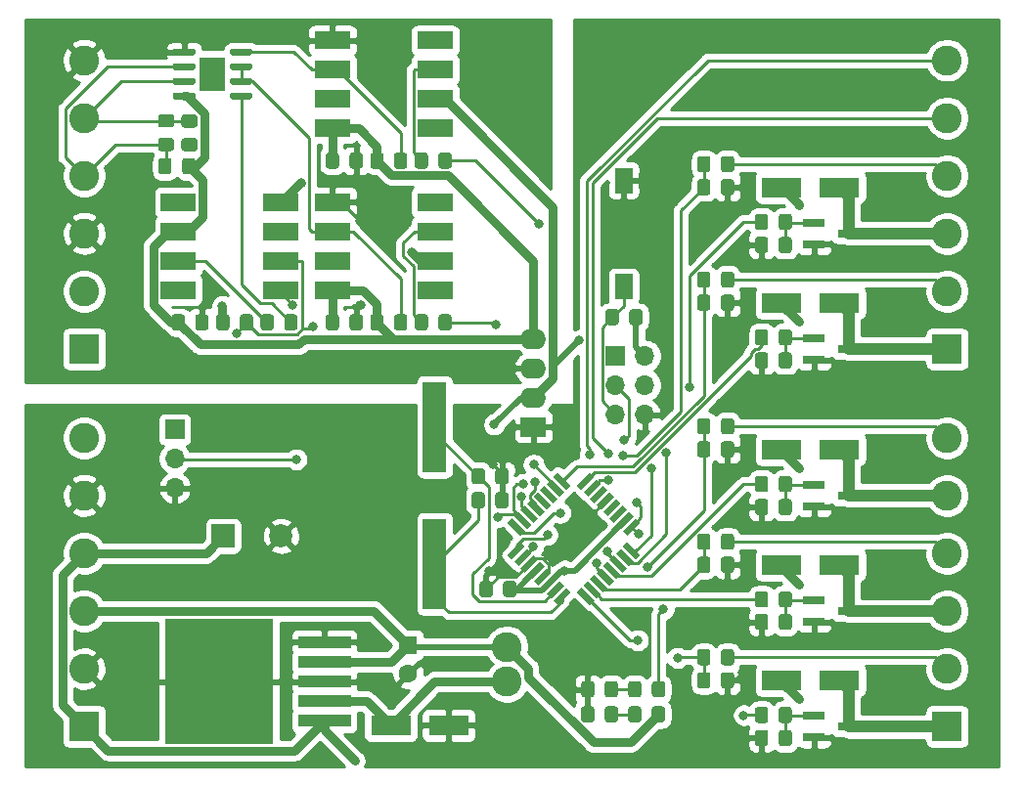
<source format=gbr>
%TF.GenerationSoftware,KiCad,Pcbnew,(5.1.8)-1*%
%TF.CreationDate,2021-05-16T23:23:04+02:00*%
%TF.ProjectId,Modbus,4d6f6462-7573-42e6-9b69-6361645f7063,rev?*%
%TF.SameCoordinates,Original*%
%TF.FileFunction,Copper,L1,Top*%
%TF.FilePolarity,Positive*%
%FSLAX46Y46*%
G04 Gerber Fmt 4.6, Leading zero omitted, Abs format (unit mm)*
G04 Created by KiCad (PCBNEW (5.1.8)-1) date 2021-05-16 23:23:04*
%MOMM*%
%LPD*%
G01*
G04 APERTURE LIST*
%TA.AperFunction,ComponentPad*%
%ADD10R,2.000000X2.000000*%
%TD*%
%TA.AperFunction,ComponentPad*%
%ADD11C,2.000000*%
%TD*%
%TA.AperFunction,ComponentPad*%
%ADD12R,1.600000X1.600000*%
%TD*%
%TA.AperFunction,ComponentPad*%
%ADD13C,1.600000*%
%TD*%
%TA.AperFunction,SMDPad,CuDef*%
%ADD14R,3.500000X1.800000*%
%TD*%
%TA.AperFunction,ComponentPad*%
%ADD15C,2.600000*%
%TD*%
%TA.AperFunction,ComponentPad*%
%ADD16R,2.600000X2.600000*%
%TD*%
%TA.AperFunction,ComponentPad*%
%ADD17R,1.700000X1.700000*%
%TD*%
%TA.AperFunction,ComponentPad*%
%ADD18O,1.700000X1.700000*%
%TD*%
%TA.AperFunction,ComponentPad*%
%ADD19O,2.250000X1.750000*%
%TD*%
%TA.AperFunction,ComponentPad*%
%ADD20R,2.250000X1.750000*%
%TD*%
%TA.AperFunction,SMDPad,CuDef*%
%ADD21R,1.900000X0.800000*%
%TD*%
%TA.AperFunction,SMDPad,CuDef*%
%ADD22R,1.600000X2.180000*%
%TD*%
%TA.AperFunction,SMDPad,CuDef*%
%ADD23R,3.100000X1.600000*%
%TD*%
%TA.AperFunction,SMDPad,CuDef*%
%ADD24R,2.290000X3.000000*%
%TD*%
%TA.AperFunction,SMDPad,CuDef*%
%ADD25C,0.100000*%
%TD*%
%TA.AperFunction,SMDPad,CuDef*%
%ADD26R,4.600000X1.100000*%
%TD*%
%TA.AperFunction,SMDPad,CuDef*%
%ADD27R,9.400000X10.800000*%
%TD*%
%TA.AperFunction,SMDPad,CuDef*%
%ADD28R,2.000000X7.875000*%
%TD*%
%TA.AperFunction,ViaPad*%
%ADD29C,0.800000*%
%TD*%
%TA.AperFunction,Conductor*%
%ADD30C,0.750000*%
%TD*%
%TA.AperFunction,Conductor*%
%ADD31C,0.500000*%
%TD*%
%TA.AperFunction,Conductor*%
%ADD32C,0.250000*%
%TD*%
%TA.AperFunction,Conductor*%
%ADD33C,1.000000*%
%TD*%
%TA.AperFunction,Conductor*%
%ADD34C,0.254000*%
%TD*%
%TA.AperFunction,Conductor*%
%ADD35C,0.100000*%
%TD*%
G04 APERTURE END LIST*
%TO.P,C1,1*%
%TO.N,+5V*%
%TA.AperFunction,SMDPad,CuDef*%
G36*
G01*
X135725000Y-108649999D02*
X135725000Y-109550001D01*
G75*
G02*
X135475001Y-109800000I-249999J0D01*
G01*
X134824999Y-109800000D01*
G75*
G02*
X134575000Y-109550001I0J249999D01*
G01*
X134575000Y-108649999D01*
G75*
G02*
X134824999Y-108400000I249999J0D01*
G01*
X135475001Y-108400000D01*
G75*
G02*
X135725000Y-108649999I0J-249999D01*
G01*
G37*
%TD.AperFunction*%
%TO.P,C1,2*%
%TO.N,GND*%
%TA.AperFunction,SMDPad,CuDef*%
G36*
G01*
X133675000Y-108649999D02*
X133675000Y-109550001D01*
G75*
G02*
X133425001Y-109800000I-249999J0D01*
G01*
X132774999Y-109800000D01*
G75*
G02*
X132525000Y-109550001I0J249999D01*
G01*
X132525000Y-108649999D01*
G75*
G02*
X132774999Y-108400000I249999J0D01*
G01*
X133425001Y-108400000D01*
G75*
G02*
X133675000Y-108649999I0J-249999D01*
G01*
G37*
%TD.AperFunction*%
%TD*%
%TO.P,C2,2*%
%TO.N,/Arduino/XTAL1*%
%TA.AperFunction,SMDPad,CuDef*%
G36*
G01*
X133000000Y-98874999D02*
X133000000Y-99775001D01*
G75*
G02*
X132750001Y-100025000I-249999J0D01*
G01*
X132099999Y-100025000D01*
G75*
G02*
X131850000Y-99775001I0J249999D01*
G01*
X131850000Y-98874999D01*
G75*
G02*
X132099999Y-98625000I249999J0D01*
G01*
X132750001Y-98625000D01*
G75*
G02*
X133000000Y-98874999I0J-249999D01*
G01*
G37*
%TD.AperFunction*%
%TO.P,C2,1*%
%TO.N,GND*%
%TA.AperFunction,SMDPad,CuDef*%
G36*
G01*
X135050000Y-98874999D02*
X135050000Y-99775001D01*
G75*
G02*
X134800001Y-100025000I-249999J0D01*
G01*
X134149999Y-100025000D01*
G75*
G02*
X133900000Y-99775001I0J249999D01*
G01*
X133900000Y-98874999D01*
G75*
G02*
X134149999Y-98625000I249999J0D01*
G01*
X134800001Y-98625000D01*
G75*
G02*
X135050000Y-98874999I0J-249999D01*
G01*
G37*
%TD.AperFunction*%
%TD*%
%TO.P,C3,1*%
%TO.N,GND*%
%TA.AperFunction,SMDPad,CuDef*%
G36*
G01*
X135050000Y-100949999D02*
X135050000Y-101850001D01*
G75*
G02*
X134800001Y-102100000I-249999J0D01*
G01*
X134149999Y-102100000D01*
G75*
G02*
X133900000Y-101850001I0J249999D01*
G01*
X133900000Y-100949999D01*
G75*
G02*
X134149999Y-100700000I249999J0D01*
G01*
X134800001Y-100700000D01*
G75*
G02*
X135050000Y-100949999I0J-249999D01*
G01*
G37*
%TD.AperFunction*%
%TO.P,C3,2*%
%TO.N,/Arduino/XTAL2*%
%TA.AperFunction,SMDPad,CuDef*%
G36*
G01*
X133000000Y-100949999D02*
X133000000Y-101850001D01*
G75*
G02*
X132750001Y-102100000I-249999J0D01*
G01*
X132099999Y-102100000D01*
G75*
G02*
X131850000Y-101850001I0J249999D01*
G01*
X131850000Y-100949999D01*
G75*
G02*
X132099999Y-100700000I249999J0D01*
G01*
X132750001Y-100700000D01*
G75*
G02*
X133000000Y-100949999I0J-249999D01*
G01*
G37*
%TD.AperFunction*%
%TD*%
%TO.P,C4,2*%
%TO.N,GND2*%
%TA.AperFunction,SMDPad,CuDef*%
G36*
G01*
X107930000Y-86450001D02*
X107930000Y-85549999D01*
G75*
G02*
X108179999Y-85300000I249999J0D01*
G01*
X108830001Y-85300000D01*
G75*
G02*
X109080000Y-85549999I0J-249999D01*
G01*
X109080000Y-86450001D01*
G75*
G02*
X108830001Y-86700000I-249999J0D01*
G01*
X108179999Y-86700000D01*
G75*
G02*
X107930000Y-86450001I0J249999D01*
G01*
G37*
%TD.AperFunction*%
%TO.P,C4,1*%
%TO.N,+5VL*%
%TA.AperFunction,SMDPad,CuDef*%
G36*
G01*
X105880000Y-86450001D02*
X105880000Y-85549999D01*
G75*
G02*
X106129999Y-85300000I249999J0D01*
G01*
X106780001Y-85300000D01*
G75*
G02*
X107030000Y-85549999I0J-249999D01*
G01*
X107030000Y-86450001D01*
G75*
G02*
X106780001Y-86700000I-249999J0D01*
G01*
X106129999Y-86700000D01*
G75*
G02*
X105880000Y-86450001I0J249999D01*
G01*
G37*
%TD.AperFunction*%
%TD*%
%TO.P,C5,1*%
%TO.N,+5VL*%
%TA.AperFunction,SMDPad,CuDef*%
G36*
G01*
X119225000Y-86450001D02*
X119225000Y-85549999D01*
G75*
G02*
X119474999Y-85300000I249999J0D01*
G01*
X120125001Y-85300000D01*
G75*
G02*
X120375000Y-85549999I0J-249999D01*
G01*
X120375000Y-86450001D01*
G75*
G02*
X120125001Y-86700000I-249999J0D01*
G01*
X119474999Y-86700000D01*
G75*
G02*
X119225000Y-86450001I0J249999D01*
G01*
G37*
%TD.AperFunction*%
%TO.P,C5,2*%
%TO.N,GND2*%
%TA.AperFunction,SMDPad,CuDef*%
G36*
G01*
X121275000Y-86450001D02*
X121275000Y-85549999D01*
G75*
G02*
X121524999Y-85300000I249999J0D01*
G01*
X122175001Y-85300000D01*
G75*
G02*
X122425000Y-85549999I0J-249999D01*
G01*
X122425000Y-86450001D01*
G75*
G02*
X122175001Y-86700000I-249999J0D01*
G01*
X121524999Y-86700000D01*
G75*
G02*
X121275000Y-86450001I0J249999D01*
G01*
G37*
%TD.AperFunction*%
%TD*%
%TO.P,C6,2*%
%TO.N,GND2*%
%TA.AperFunction,SMDPad,CuDef*%
G36*
G01*
X121275000Y-72450001D02*
X121275000Y-71549999D01*
G75*
G02*
X121524999Y-71300000I249999J0D01*
G01*
X122175001Y-71300000D01*
G75*
G02*
X122425000Y-71549999I0J-249999D01*
G01*
X122425000Y-72450001D01*
G75*
G02*
X122175001Y-72700000I-249999J0D01*
G01*
X121524999Y-72700000D01*
G75*
G02*
X121275000Y-72450001I0J249999D01*
G01*
G37*
%TD.AperFunction*%
%TO.P,C6,1*%
%TO.N,+5VL*%
%TA.AperFunction,SMDPad,CuDef*%
G36*
G01*
X119225000Y-72450001D02*
X119225000Y-71549999D01*
G75*
G02*
X119474999Y-71300000I249999J0D01*
G01*
X120125001Y-71300000D01*
G75*
G02*
X120375000Y-71549999I0J-249999D01*
G01*
X120375000Y-72450001D01*
G75*
G02*
X120125001Y-72700000I-249999J0D01*
G01*
X119474999Y-72700000D01*
G75*
G02*
X119225000Y-72450001I0J249999D01*
G01*
G37*
%TD.AperFunction*%
%TD*%
D10*
%TO.P,C7,1*%
%TO.N,+12V*%
X110350000Y-104500000D03*
D11*
%TO.P,C7,2*%
%TO.N,GND*%
X115350000Y-104500000D03*
%TD*%
D12*
%TO.P,C8,1*%
%TO.N,+5V*%
X126350000Y-113950000D03*
D13*
%TO.P,C8,2*%
%TO.N,GND*%
X126350000Y-116450000D03*
%TD*%
%TO.P,D1,1*%
%TO.N,Net-(D1-Pad1)*%
%TA.AperFunction,SMDPad,CuDef*%
G36*
G01*
X145400000Y-118225001D02*
X145400000Y-117324999D01*
G75*
G02*
X145649999Y-117075000I249999J0D01*
G01*
X146300001Y-117075000D01*
G75*
G02*
X146550000Y-117324999I0J-249999D01*
G01*
X146550000Y-118225001D01*
G75*
G02*
X146300001Y-118475000I-249999J0D01*
G01*
X145649999Y-118475000D01*
G75*
G02*
X145400000Y-118225001I0J249999D01*
G01*
G37*
%TD.AperFunction*%
%TO.P,D1,2*%
%TO.N,/Arduino/SCK*%
%TA.AperFunction,SMDPad,CuDef*%
G36*
G01*
X147450000Y-118225001D02*
X147450000Y-117324999D01*
G75*
G02*
X147699999Y-117075000I249999J0D01*
G01*
X148350001Y-117075000D01*
G75*
G02*
X148600000Y-117324999I0J-249999D01*
G01*
X148600000Y-118225001D01*
G75*
G02*
X148350001Y-118475000I-249999J0D01*
G01*
X147699999Y-118475000D01*
G75*
G02*
X147450000Y-118225001I0J249999D01*
G01*
G37*
%TD.AperFunction*%
%TD*%
D14*
%TO.P,D2,1*%
%TO.N,Net-(D2-Pad1)*%
X124850000Y-120900000D03*
%TO.P,D2,2*%
%TO.N,GND*%
X129850000Y-120900000D03*
%TD*%
%TO.P,D3,2*%
%TO.N,+5V*%
%TA.AperFunction,SMDPad,CuDef*%
G36*
G01*
X147450000Y-120400001D02*
X147450000Y-119499999D01*
G75*
G02*
X147699999Y-119250000I249999J0D01*
G01*
X148350001Y-119250000D01*
G75*
G02*
X148600000Y-119499999I0J-249999D01*
G01*
X148600000Y-120400001D01*
G75*
G02*
X148350001Y-120650000I-249999J0D01*
G01*
X147699999Y-120650000D01*
G75*
G02*
X147450000Y-120400001I0J249999D01*
G01*
G37*
%TD.AperFunction*%
%TO.P,D3,1*%
%TO.N,Net-(D3-Pad1)*%
%TA.AperFunction,SMDPad,CuDef*%
G36*
G01*
X145400000Y-120400001D02*
X145400000Y-119499999D01*
G75*
G02*
X145649999Y-119250000I249999J0D01*
G01*
X146300001Y-119250000D01*
G75*
G02*
X146550000Y-119499999I0J-249999D01*
G01*
X146550000Y-120400001D01*
G75*
G02*
X146300001Y-120650000I-249999J0D01*
G01*
X145649999Y-120650000D01*
G75*
G02*
X145400000Y-120400001I0J249999D01*
G01*
G37*
%TD.AperFunction*%
%TD*%
%TO.P,D4,2*%
%TO.N,/SW1_OUT*%
X163700000Y-117000000D03*
%TO.P,D4,1*%
%TO.N,+12V*%
X158700000Y-117000000D03*
%TD*%
%TO.P,D5,1*%
%TO.N,+12V*%
X158700000Y-97000000D03*
%TO.P,D5,2*%
%TO.N,/SW3_OUT*%
X163700000Y-97000000D03*
%TD*%
%TO.P,D6,2*%
%TO.N,/SW5_OUT*%
X163700000Y-74300000D03*
%TO.P,D6,1*%
%TO.N,+12V*%
X158700000Y-74300000D03*
%TD*%
%TO.P,D7,1*%
%TO.N,+12V*%
X158700000Y-107000000D03*
%TO.P,D7,2*%
%TO.N,/SW2_OUT*%
X163700000Y-107000000D03*
%TD*%
%TO.P,D8,2*%
%TO.N,/SW4_OUT*%
X163700000Y-84300000D03*
%TO.P,D8,1*%
%TO.N,+12V*%
X158700000Y-84300000D03*
%TD*%
D15*
%TO.P,J1,6*%
%TO.N,/SW3_IN*%
X173000000Y-96000000D03*
%TO.P,J1,5*%
%TO.N,/SW3_OUT*%
X173000000Y-101000000D03*
%TO.P,J1,4*%
%TO.N,/SW2_IN*%
X173000000Y-106000000D03*
%TO.P,J1,3*%
%TO.N,/SW2_OUT*%
X173000000Y-111000000D03*
%TO.P,J1,2*%
%TO.N,/SW1_IN*%
X173000000Y-116000000D03*
D16*
%TO.P,J1,1*%
%TO.N,/SW1_OUT*%
X173000000Y-121000000D03*
%TD*%
%TO.P,J2,1*%
%TO.N,/SW4_OUT*%
X173000000Y-88300000D03*
D15*
%TO.P,J2,2*%
%TO.N,/SW4_IN*%
X173000000Y-83300000D03*
%TO.P,J2,3*%
%TO.N,/SW5_OUT*%
X173000000Y-78300000D03*
%TO.P,J2,4*%
%TO.N,/SW5_IN*%
X173000000Y-73300000D03*
%TO.P,J2,5*%
%TO.N,/Sensor1*%
X173000000Y-68300000D03*
%TO.P,J2,6*%
%TO.N,/Sensor2*%
X173000000Y-63300000D03*
%TD*%
%TO.P,J3,6*%
%TO.N,+5V*%
X98300000Y-96000000D03*
%TO.P,J3,5*%
%TO.N,GND*%
X98300000Y-101000000D03*
%TO.P,J3,4*%
%TO.N,+12V*%
X98300000Y-106000000D03*
%TO.P,J3,3*%
%TO.N,+5V*%
X98300000Y-111000000D03*
%TO.P,J3,2*%
%TO.N,GND*%
X98300000Y-116000000D03*
D16*
%TO.P,J3,1*%
%TO.N,+12V*%
X98300000Y-121000000D03*
%TD*%
D17*
%TO.P,ICSP,1*%
%TO.N,/Arduino/MISO*%
X144310000Y-88910000D03*
D18*
%TO.P,ICSP,2*%
%TO.N,+5V*%
X146850000Y-88910000D03*
%TO.P,ICSP,3*%
%TO.N,/Arduino/SCK*%
X144310000Y-91450000D03*
%TO.P,ICSP,4*%
%TO.N,/Arduino/MOSI*%
X146850000Y-91450000D03*
%TO.P,ICSP,5*%
%TO.N,/Arduino/RST*%
X144310000Y-93990000D03*
%TO.P,ICSP,6*%
%TO.N,GND*%
X146850000Y-93990000D03*
%TD*%
D17*
%TO.P,J5,1*%
%TO.N,/Arduino/RX*%
X106150000Y-95270000D03*
D18*
%TO.P,J5,2*%
%TO.N,/Arduino/TX*%
X106150000Y-97810000D03*
%TO.P,J5,3*%
%TO.N,GND*%
X106150000Y-100350000D03*
%TD*%
D16*
%TO.P,J6,1*%
%TO.N,/MB_A*%
X98300000Y-88300000D03*
D15*
%TO.P,J6,2*%
%TO.N,/MB_B*%
X98300000Y-83300000D03*
%TO.P,J6,3*%
%TO.N,GND2*%
X98300000Y-78300000D03*
%TO.P,J6,4*%
%TO.N,/MB_A*%
X98300000Y-73300000D03*
%TO.P,J6,5*%
%TO.N,/MB_B*%
X98300000Y-68300000D03*
%TO.P,J6,6*%
%TO.N,GND2*%
X98300000Y-63300000D03*
%TD*%
%TO.P,L1,1*%
%TO.N,Net-(D2-Pad1)*%
X134900000Y-117100000D03*
%TO.P,L1,2*%
%TO.N,+5V*%
X134900000Y-114100000D03*
%TD*%
D19*
%TO.P,PS1,4*%
%TO.N,+5VL*%
X137200000Y-87430000D03*
%TO.P,PS1,3*%
%TO.N,GND2*%
X137200000Y-89970000D03*
%TO.P,PS1,2*%
%TO.N,+5V*%
X137200000Y-92510000D03*
D20*
%TO.P,PS1,1*%
%TO.N,GND*%
X137200000Y-95050000D03*
%TD*%
D21*
%TO.P,Q1,3*%
%TO.N,/SW3_OUT*%
X164500000Y-101000000D03*
%TO.P,Q1,2*%
%TO.N,GND*%
X161500000Y-101950000D03*
%TO.P,Q1,1*%
%TO.N,Net-(Q1-Pad1)*%
X161500000Y-100050000D03*
%TD*%
%TO.P,Q2,1*%
%TO.N,Net-(Q2-Pad1)*%
X161500000Y-120050000D03*
%TO.P,Q2,2*%
%TO.N,GND*%
X161500000Y-121950000D03*
%TO.P,Q2,3*%
%TO.N,/SW1_OUT*%
X164500000Y-121000000D03*
%TD*%
%TO.P,Q3,3*%
%TO.N,/SW2_OUT*%
X164500000Y-111000000D03*
%TO.P,Q3,2*%
%TO.N,GND*%
X161500000Y-111950000D03*
%TO.P,Q3,1*%
%TO.N,Net-(Q3-Pad1)*%
X161500000Y-110050000D03*
%TD*%
%TO.P,Q4,1*%
%TO.N,Net-(Q4-Pad1)*%
X161500000Y-87350000D03*
%TO.P,Q4,2*%
%TO.N,GND*%
X161500000Y-89250000D03*
%TO.P,Q4,3*%
%TO.N,/SW4_OUT*%
X164500000Y-88300000D03*
%TD*%
%TO.P,Q5,1*%
%TO.N,Net-(Q5-Pad1)*%
X161500000Y-77350000D03*
%TO.P,Q5,2*%
%TO.N,GND*%
X161500000Y-79250000D03*
%TO.P,Q5,3*%
%TO.N,/SW5_OUT*%
X164500000Y-78300000D03*
%TD*%
%TO.P,R1,2*%
%TO.N,/Arduino/RX*%
%TA.AperFunction,SMDPad,CuDef*%
G36*
G01*
X111780000Y-86450001D02*
X111780000Y-85549999D01*
G75*
G02*
X112029999Y-85300000I249999J0D01*
G01*
X112680001Y-85300000D01*
G75*
G02*
X112930000Y-85549999I0J-249999D01*
G01*
X112930000Y-86450001D01*
G75*
G02*
X112680001Y-86700000I-249999J0D01*
G01*
X112029999Y-86700000D01*
G75*
G02*
X111780000Y-86450001I0J249999D01*
G01*
G37*
%TD.AperFunction*%
%TO.P,R1,1*%
%TO.N,+5V*%
%TA.AperFunction,SMDPad,CuDef*%
G36*
G01*
X109730000Y-86450001D02*
X109730000Y-85549999D01*
G75*
G02*
X109979999Y-85300000I249999J0D01*
G01*
X110630001Y-85300000D01*
G75*
G02*
X110880000Y-85549999I0J-249999D01*
G01*
X110880000Y-86450001D01*
G75*
G02*
X110630001Y-86700000I-249999J0D01*
G01*
X109979999Y-86700000D01*
G75*
G02*
X109730000Y-86450001I0J249999D01*
G01*
G37*
%TD.AperFunction*%
%TD*%
%TO.P,R2,2*%
%TO.N,/Arduino/DE*%
%TA.AperFunction,SMDPad,CuDef*%
G36*
G01*
X128975000Y-86450001D02*
X128975000Y-85549999D01*
G75*
G02*
X129224999Y-85300000I249999J0D01*
G01*
X129875001Y-85300000D01*
G75*
G02*
X130125000Y-85549999I0J-249999D01*
G01*
X130125000Y-86450001D01*
G75*
G02*
X129875001Y-86700000I-249999J0D01*
G01*
X129224999Y-86700000D01*
G75*
G02*
X128975000Y-86450001I0J249999D01*
G01*
G37*
%TD.AperFunction*%
%TO.P,R2,1*%
%TO.N,Net-(R2-Pad1)*%
%TA.AperFunction,SMDPad,CuDef*%
G36*
G01*
X126925000Y-86450001D02*
X126925000Y-85549999D01*
G75*
G02*
X127174999Y-85300000I249999J0D01*
G01*
X127825001Y-85300000D01*
G75*
G02*
X128075000Y-85549999I0J-249999D01*
G01*
X128075000Y-86450001D01*
G75*
G02*
X127825001Y-86700000I-249999J0D01*
G01*
X127174999Y-86700000D01*
G75*
G02*
X126925000Y-86450001I0J249999D01*
G01*
G37*
%TD.AperFunction*%
%TD*%
%TO.P,R3,1*%
%TO.N,Net-(R3-Pad1)*%
%TA.AperFunction,SMDPad,CuDef*%
G36*
G01*
X126925000Y-72450001D02*
X126925000Y-71549999D01*
G75*
G02*
X127174999Y-71300000I249999J0D01*
G01*
X127825001Y-71300000D01*
G75*
G02*
X128075000Y-71549999I0J-249999D01*
G01*
X128075000Y-72450001D01*
G75*
G02*
X127825001Y-72700000I-249999J0D01*
G01*
X127174999Y-72700000D01*
G75*
G02*
X126925000Y-72450001I0J249999D01*
G01*
G37*
%TD.AperFunction*%
%TO.P,R3,2*%
%TO.N,/Arduino/TX*%
%TA.AperFunction,SMDPad,CuDef*%
G36*
G01*
X128975000Y-72450001D02*
X128975000Y-71549999D01*
G75*
G02*
X129224999Y-71300000I249999J0D01*
G01*
X129875001Y-71300000D01*
G75*
G02*
X130125000Y-71549999I0J-249999D01*
G01*
X130125000Y-72450001D01*
G75*
G02*
X129875001Y-72700000I-249999J0D01*
G01*
X129224999Y-72700000D01*
G75*
G02*
X128975000Y-72450001I0J249999D01*
G01*
G37*
%TD.AperFunction*%
%TD*%
%TO.P,R4,1*%
%TO.N,Net-(R4-Pad1)*%
%TA.AperFunction,SMDPad,CuDef*%
G36*
G01*
X116780000Y-85549999D02*
X116780000Y-86450001D01*
G75*
G02*
X116530001Y-86700000I-249999J0D01*
G01*
X115879999Y-86700000D01*
G75*
G02*
X115630000Y-86450001I0J249999D01*
G01*
X115630000Y-85549999D01*
G75*
G02*
X115879999Y-85300000I249999J0D01*
G01*
X116530001Y-85300000D01*
G75*
G02*
X116780000Y-85549999I0J-249999D01*
G01*
G37*
%TD.AperFunction*%
%TO.P,R4,2*%
%TO.N,Net-(R4-Pad2)*%
%TA.AperFunction,SMDPad,CuDef*%
G36*
G01*
X114730000Y-85549999D02*
X114730000Y-86450001D01*
G75*
G02*
X114480001Y-86700000I-249999J0D01*
G01*
X113829999Y-86700000D01*
G75*
G02*
X113580000Y-86450001I0J249999D01*
G01*
X113580000Y-85549999D01*
G75*
G02*
X113829999Y-85300000I249999J0D01*
G01*
X114480001Y-85300000D01*
G75*
G02*
X114730000Y-85549999I0J-249999D01*
G01*
G37*
%TD.AperFunction*%
%TD*%
%TO.P,R5,2*%
%TO.N,+5VL*%
%TA.AperFunction,SMDPad,CuDef*%
G36*
G01*
X124225000Y-85549999D02*
X124225000Y-86450001D01*
G75*
G02*
X123975001Y-86700000I-249999J0D01*
G01*
X123324999Y-86700000D01*
G75*
G02*
X123075000Y-86450001I0J249999D01*
G01*
X123075000Y-85549999D01*
G75*
G02*
X123324999Y-85300000I249999J0D01*
G01*
X123975001Y-85300000D01*
G75*
G02*
X124225000Y-85549999I0J-249999D01*
G01*
G37*
%TD.AperFunction*%
%TO.P,R5,1*%
%TO.N,Net-(R5-Pad1)*%
%TA.AperFunction,SMDPad,CuDef*%
G36*
G01*
X126275000Y-85549999D02*
X126275000Y-86450001D01*
G75*
G02*
X126025001Y-86700000I-249999J0D01*
G01*
X125374999Y-86700000D01*
G75*
G02*
X125125000Y-86450001I0J249999D01*
G01*
X125125000Y-85549999D01*
G75*
G02*
X125374999Y-85300000I249999J0D01*
G01*
X126025001Y-85300000D01*
G75*
G02*
X126275000Y-85549999I0J-249999D01*
G01*
G37*
%TD.AperFunction*%
%TD*%
%TO.P,R6,1*%
%TO.N,Net-(R6-Pad1)*%
%TA.AperFunction,SMDPad,CuDef*%
G36*
G01*
X126275000Y-71549999D02*
X126275000Y-72450001D01*
G75*
G02*
X126025001Y-72700000I-249999J0D01*
G01*
X125374999Y-72700000D01*
G75*
G02*
X125125000Y-72450001I0J249999D01*
G01*
X125125000Y-71549999D01*
G75*
G02*
X125374999Y-71300000I249999J0D01*
G01*
X126025001Y-71300000D01*
G75*
G02*
X126275000Y-71549999I0J-249999D01*
G01*
G37*
%TD.AperFunction*%
%TO.P,R6,2*%
%TO.N,+5VL*%
%TA.AperFunction,SMDPad,CuDef*%
G36*
G01*
X124225000Y-71549999D02*
X124225000Y-72450001D01*
G75*
G02*
X123975001Y-72700000I-249999J0D01*
G01*
X123324999Y-72700000D01*
G75*
G02*
X123075000Y-72450001I0J249999D01*
G01*
X123075000Y-71549999D01*
G75*
G02*
X123324999Y-71300000I249999J0D01*
G01*
X123975001Y-71300000D01*
G75*
G02*
X124225000Y-71549999I0J-249999D01*
G01*
G37*
%TD.AperFunction*%
%TD*%
%TO.P,R7,2*%
%TO.N,GND2*%
%TA.AperFunction,SMDPad,CuDef*%
G36*
G01*
X106969999Y-70035000D02*
X107870001Y-70035000D01*
G75*
G02*
X108120000Y-70284999I0J-249999D01*
G01*
X108120000Y-70935001D01*
G75*
G02*
X107870001Y-71185000I-249999J0D01*
G01*
X106969999Y-71185000D01*
G75*
G02*
X106720000Y-70935001I0J249999D01*
G01*
X106720000Y-70284999D01*
G75*
G02*
X106969999Y-70035000I249999J0D01*
G01*
G37*
%TD.AperFunction*%
%TO.P,R7,1*%
%TO.N,/MB_B*%
%TA.AperFunction,SMDPad,CuDef*%
G36*
G01*
X106969999Y-67985000D02*
X107870001Y-67985000D01*
G75*
G02*
X108120000Y-68234999I0J-249999D01*
G01*
X108120000Y-68885001D01*
G75*
G02*
X107870001Y-69135000I-249999J0D01*
G01*
X106969999Y-69135000D01*
G75*
G02*
X106720000Y-68885001I0J249999D01*
G01*
X106720000Y-68234999D01*
G75*
G02*
X106969999Y-67985000I249999J0D01*
G01*
G37*
%TD.AperFunction*%
%TD*%
%TO.P,R8,1*%
%TO.N,/MB_A*%
%TA.AperFunction,SMDPad,CuDef*%
G36*
G01*
X105850001Y-71175000D02*
X104949999Y-71175000D01*
G75*
G02*
X104700000Y-70925001I0J249999D01*
G01*
X104700000Y-70274999D01*
G75*
G02*
X104949999Y-70025000I249999J0D01*
G01*
X105850001Y-70025000D01*
G75*
G02*
X106100000Y-70274999I0J-249999D01*
G01*
X106100000Y-70925001D01*
G75*
G02*
X105850001Y-71175000I-249999J0D01*
G01*
G37*
%TD.AperFunction*%
%TO.P,R8,2*%
%TO.N,/MB_B*%
%TA.AperFunction,SMDPad,CuDef*%
G36*
G01*
X105850001Y-69125000D02*
X104949999Y-69125000D01*
G75*
G02*
X104700000Y-68875001I0J249999D01*
G01*
X104700000Y-68224999D01*
G75*
G02*
X104949999Y-67975000I249999J0D01*
G01*
X105850001Y-67975000D01*
G75*
G02*
X106100000Y-68224999I0J-249999D01*
G01*
X106100000Y-68875001D01*
G75*
G02*
X105850001Y-69125000I-249999J0D01*
G01*
G37*
%TD.AperFunction*%
%TD*%
%TO.P,R9,1*%
%TO.N,+5VL*%
%TA.AperFunction,SMDPad,CuDef*%
G36*
G01*
X107925000Y-72019999D02*
X107925000Y-72920001D01*
G75*
G02*
X107675001Y-73170000I-249999J0D01*
G01*
X107024999Y-73170000D01*
G75*
G02*
X106775000Y-72920001I0J249999D01*
G01*
X106775000Y-72019999D01*
G75*
G02*
X107024999Y-71770000I249999J0D01*
G01*
X107675001Y-71770000D01*
G75*
G02*
X107925000Y-72019999I0J-249999D01*
G01*
G37*
%TD.AperFunction*%
%TO.P,R9,2*%
%TO.N,/MB_A*%
%TA.AperFunction,SMDPad,CuDef*%
G36*
G01*
X105875000Y-72019999D02*
X105875000Y-72920001D01*
G75*
G02*
X105625001Y-73170000I-249999J0D01*
G01*
X104974999Y-73170000D01*
G75*
G02*
X104725000Y-72920001I0J249999D01*
G01*
X104725000Y-72019999D01*
G75*
G02*
X104974999Y-71770000I249999J0D01*
G01*
X105625001Y-71770000D01*
G75*
G02*
X105875000Y-72019999I0J-249999D01*
G01*
G37*
%TD.AperFunction*%
%TD*%
%TO.P,R10,1*%
%TO.N,GND*%
%TA.AperFunction,SMDPad,CuDef*%
G36*
G01*
X141325000Y-118225001D02*
X141325000Y-117324999D01*
G75*
G02*
X141574999Y-117075000I249999J0D01*
G01*
X142225001Y-117075000D01*
G75*
G02*
X142475000Y-117324999I0J-249999D01*
G01*
X142475000Y-118225001D01*
G75*
G02*
X142225001Y-118475000I-249999J0D01*
G01*
X141574999Y-118475000D01*
G75*
G02*
X141325000Y-118225001I0J249999D01*
G01*
G37*
%TD.AperFunction*%
%TO.P,R10,2*%
%TO.N,Net-(D1-Pad1)*%
%TA.AperFunction,SMDPad,CuDef*%
G36*
G01*
X143375000Y-118225001D02*
X143375000Y-117324999D01*
G75*
G02*
X143624999Y-117075000I249999J0D01*
G01*
X144275001Y-117075000D01*
G75*
G02*
X144525000Y-117324999I0J-249999D01*
G01*
X144525000Y-118225001D01*
G75*
G02*
X144275001Y-118475000I-249999J0D01*
G01*
X143624999Y-118475000D01*
G75*
G02*
X143375000Y-118225001I0J249999D01*
G01*
G37*
%TD.AperFunction*%
%TD*%
%TO.P,R11,2*%
%TO.N,/Arduino/RST*%
%TA.AperFunction,SMDPad,CuDef*%
G36*
G01*
X144600000Y-85099999D02*
X144600000Y-86000001D01*
G75*
G02*
X144350001Y-86250000I-249999J0D01*
G01*
X143699999Y-86250000D01*
G75*
G02*
X143450000Y-86000001I0J249999D01*
G01*
X143450000Y-85099999D01*
G75*
G02*
X143699999Y-84850000I249999J0D01*
G01*
X144350001Y-84850000D01*
G75*
G02*
X144600000Y-85099999I0J-249999D01*
G01*
G37*
%TD.AperFunction*%
%TO.P,R11,1*%
%TO.N,+5V*%
%TA.AperFunction,SMDPad,CuDef*%
G36*
G01*
X146650000Y-85099999D02*
X146650000Y-86000001D01*
G75*
G02*
X146400001Y-86250000I-249999J0D01*
G01*
X145749999Y-86250000D01*
G75*
G02*
X145500000Y-86000001I0J249999D01*
G01*
X145500000Y-85099999D01*
G75*
G02*
X145749999Y-84850000I249999J0D01*
G01*
X146400001Y-84850000D01*
G75*
G02*
X146650000Y-85099999I0J-249999D01*
G01*
G37*
%TD.AperFunction*%
%TD*%
%TO.P,R12,2*%
%TO.N,/12V Wandler/SW3_5V_IN*%
%TA.AperFunction,SMDPad,CuDef*%
G36*
G01*
X152525000Y-94549999D02*
X152525000Y-95450001D01*
G75*
G02*
X152275001Y-95700000I-249999J0D01*
G01*
X151624999Y-95700000D01*
G75*
G02*
X151375000Y-95450001I0J249999D01*
G01*
X151375000Y-94549999D01*
G75*
G02*
X151624999Y-94300000I249999J0D01*
G01*
X152275001Y-94300000D01*
G75*
G02*
X152525000Y-94549999I0J-249999D01*
G01*
G37*
%TD.AperFunction*%
%TO.P,R12,1*%
%TO.N,/SW3_IN*%
%TA.AperFunction,SMDPad,CuDef*%
G36*
G01*
X154575000Y-94549999D02*
X154575000Y-95450001D01*
G75*
G02*
X154325001Y-95700000I-249999J0D01*
G01*
X153674999Y-95700000D01*
G75*
G02*
X153425000Y-95450001I0J249999D01*
G01*
X153425000Y-94549999D01*
G75*
G02*
X153674999Y-94300000I249999J0D01*
G01*
X154325001Y-94300000D01*
G75*
G02*
X154575000Y-94549999I0J-249999D01*
G01*
G37*
%TD.AperFunction*%
%TD*%
%TO.P,R13,1*%
%TO.N,/12V Wandler/SW3_5V_IN*%
%TA.AperFunction,SMDPad,CuDef*%
G36*
G01*
X151375000Y-97450001D02*
X151375000Y-96549999D01*
G75*
G02*
X151624999Y-96300000I249999J0D01*
G01*
X152275001Y-96300000D01*
G75*
G02*
X152525000Y-96549999I0J-249999D01*
G01*
X152525000Y-97450001D01*
G75*
G02*
X152275001Y-97700000I-249999J0D01*
G01*
X151624999Y-97700000D01*
G75*
G02*
X151375000Y-97450001I0J249999D01*
G01*
G37*
%TD.AperFunction*%
%TO.P,R13,2*%
%TO.N,GND*%
%TA.AperFunction,SMDPad,CuDef*%
G36*
G01*
X153425000Y-97450001D02*
X153425000Y-96549999D01*
G75*
G02*
X153674999Y-96300000I249999J0D01*
G01*
X154325001Y-96300000D01*
G75*
G02*
X154575000Y-96549999I0J-249999D01*
G01*
X154575000Y-97450001D01*
G75*
G02*
X154325001Y-97700000I-249999J0D01*
G01*
X153674999Y-97700000D01*
G75*
G02*
X153425000Y-97450001I0J249999D01*
G01*
G37*
%TD.AperFunction*%
%TD*%
%TO.P,R14,2*%
%TO.N,/12V Wandler/SW1_5V_IN*%
%TA.AperFunction,SMDPad,CuDef*%
G36*
G01*
X152525000Y-114549999D02*
X152525000Y-115450001D01*
G75*
G02*
X152275001Y-115700000I-249999J0D01*
G01*
X151624999Y-115700000D01*
G75*
G02*
X151375000Y-115450001I0J249999D01*
G01*
X151375000Y-114549999D01*
G75*
G02*
X151624999Y-114300000I249999J0D01*
G01*
X152275001Y-114300000D01*
G75*
G02*
X152525000Y-114549999I0J-249999D01*
G01*
G37*
%TD.AperFunction*%
%TO.P,R14,1*%
%TO.N,/SW1_IN*%
%TA.AperFunction,SMDPad,CuDef*%
G36*
G01*
X154575000Y-114549999D02*
X154575000Y-115450001D01*
G75*
G02*
X154325001Y-115700000I-249999J0D01*
G01*
X153674999Y-115700000D01*
G75*
G02*
X153425000Y-115450001I0J249999D01*
G01*
X153425000Y-114549999D01*
G75*
G02*
X153674999Y-114300000I249999J0D01*
G01*
X154325001Y-114300000D01*
G75*
G02*
X154575000Y-114549999I0J-249999D01*
G01*
G37*
%TD.AperFunction*%
%TD*%
%TO.P,R15,1*%
%TO.N,/12V Wandler/SW1_5V_IN*%
%TA.AperFunction,SMDPad,CuDef*%
G36*
G01*
X151375000Y-117450001D02*
X151375000Y-116549999D01*
G75*
G02*
X151624999Y-116300000I249999J0D01*
G01*
X152275001Y-116300000D01*
G75*
G02*
X152525000Y-116549999I0J-249999D01*
G01*
X152525000Y-117450001D01*
G75*
G02*
X152275001Y-117700000I-249999J0D01*
G01*
X151624999Y-117700000D01*
G75*
G02*
X151375000Y-117450001I0J249999D01*
G01*
G37*
%TD.AperFunction*%
%TO.P,R15,2*%
%TO.N,GND*%
%TA.AperFunction,SMDPad,CuDef*%
G36*
G01*
X153425000Y-117450001D02*
X153425000Y-116549999D01*
G75*
G02*
X153674999Y-116300000I249999J0D01*
G01*
X154325001Y-116300000D01*
G75*
G02*
X154575000Y-116549999I0J-249999D01*
G01*
X154575000Y-117450001D01*
G75*
G02*
X154325001Y-117700000I-249999J0D01*
G01*
X153674999Y-117700000D01*
G75*
G02*
X153425000Y-117450001I0J249999D01*
G01*
G37*
%TD.AperFunction*%
%TD*%
%TO.P,R16,2*%
%TO.N,/12V Wandler/SW2_5V_IN*%
%TA.AperFunction,SMDPad,CuDef*%
G36*
G01*
X152525000Y-104549999D02*
X152525000Y-105450001D01*
G75*
G02*
X152275001Y-105700000I-249999J0D01*
G01*
X151624999Y-105700000D01*
G75*
G02*
X151375000Y-105450001I0J249999D01*
G01*
X151375000Y-104549999D01*
G75*
G02*
X151624999Y-104300000I249999J0D01*
G01*
X152275001Y-104300000D01*
G75*
G02*
X152525000Y-104549999I0J-249999D01*
G01*
G37*
%TD.AperFunction*%
%TO.P,R16,1*%
%TO.N,/SW2_IN*%
%TA.AperFunction,SMDPad,CuDef*%
G36*
G01*
X154575000Y-104549999D02*
X154575000Y-105450001D01*
G75*
G02*
X154325001Y-105700000I-249999J0D01*
G01*
X153674999Y-105700000D01*
G75*
G02*
X153425000Y-105450001I0J249999D01*
G01*
X153425000Y-104549999D01*
G75*
G02*
X153674999Y-104300000I249999J0D01*
G01*
X154325001Y-104300000D01*
G75*
G02*
X154575000Y-104549999I0J-249999D01*
G01*
G37*
%TD.AperFunction*%
%TD*%
%TO.P,R17,1*%
%TO.N,/12V Wandler/SW2_5V_IN*%
%TA.AperFunction,SMDPad,CuDef*%
G36*
G01*
X151375000Y-107450001D02*
X151375000Y-106549999D01*
G75*
G02*
X151624999Y-106300000I249999J0D01*
G01*
X152275001Y-106300000D01*
G75*
G02*
X152525000Y-106549999I0J-249999D01*
G01*
X152525000Y-107450001D01*
G75*
G02*
X152275001Y-107700000I-249999J0D01*
G01*
X151624999Y-107700000D01*
G75*
G02*
X151375000Y-107450001I0J249999D01*
G01*
G37*
%TD.AperFunction*%
%TO.P,R17,2*%
%TO.N,GND*%
%TA.AperFunction,SMDPad,CuDef*%
G36*
G01*
X153425000Y-107450001D02*
X153425000Y-106549999D01*
G75*
G02*
X153674999Y-106300000I249999J0D01*
G01*
X154325001Y-106300000D01*
G75*
G02*
X154575000Y-106549999I0J-249999D01*
G01*
X154575000Y-107450001D01*
G75*
G02*
X154325001Y-107700000I-249999J0D01*
G01*
X153674999Y-107700000D01*
G75*
G02*
X153425000Y-107450001I0J249999D01*
G01*
G37*
%TD.AperFunction*%
%TD*%
%TO.P,R18,2*%
%TO.N,/12V Wandler/SW4_5V_IN*%
%TA.AperFunction,SMDPad,CuDef*%
G36*
G01*
X152525000Y-81849999D02*
X152525000Y-82750001D01*
G75*
G02*
X152275001Y-83000000I-249999J0D01*
G01*
X151624999Y-83000000D01*
G75*
G02*
X151375000Y-82750001I0J249999D01*
G01*
X151375000Y-81849999D01*
G75*
G02*
X151624999Y-81600000I249999J0D01*
G01*
X152275001Y-81600000D01*
G75*
G02*
X152525000Y-81849999I0J-249999D01*
G01*
G37*
%TD.AperFunction*%
%TO.P,R18,1*%
%TO.N,/SW4_IN*%
%TA.AperFunction,SMDPad,CuDef*%
G36*
G01*
X154575000Y-81849999D02*
X154575000Y-82750001D01*
G75*
G02*
X154325001Y-83000000I-249999J0D01*
G01*
X153674999Y-83000000D01*
G75*
G02*
X153425000Y-82750001I0J249999D01*
G01*
X153425000Y-81849999D01*
G75*
G02*
X153674999Y-81600000I249999J0D01*
G01*
X154325001Y-81600000D01*
G75*
G02*
X154575000Y-81849999I0J-249999D01*
G01*
G37*
%TD.AperFunction*%
%TD*%
%TO.P,R19,1*%
%TO.N,/12V Wandler/SW4_5V_IN*%
%TA.AperFunction,SMDPad,CuDef*%
G36*
G01*
X151375000Y-84750001D02*
X151375000Y-83849999D01*
G75*
G02*
X151624999Y-83600000I249999J0D01*
G01*
X152275001Y-83600000D01*
G75*
G02*
X152525000Y-83849999I0J-249999D01*
G01*
X152525000Y-84750001D01*
G75*
G02*
X152275001Y-85000000I-249999J0D01*
G01*
X151624999Y-85000000D01*
G75*
G02*
X151375000Y-84750001I0J249999D01*
G01*
G37*
%TD.AperFunction*%
%TO.P,R19,2*%
%TO.N,GND*%
%TA.AperFunction,SMDPad,CuDef*%
G36*
G01*
X153425000Y-84750001D02*
X153425000Y-83849999D01*
G75*
G02*
X153674999Y-83600000I249999J0D01*
G01*
X154325001Y-83600000D01*
G75*
G02*
X154575000Y-83849999I0J-249999D01*
G01*
X154575000Y-84750001D01*
G75*
G02*
X154325001Y-85000000I-249999J0D01*
G01*
X153674999Y-85000000D01*
G75*
G02*
X153425000Y-84750001I0J249999D01*
G01*
G37*
%TD.AperFunction*%
%TD*%
%TO.P,R20,1*%
%TO.N,GND*%
%TA.AperFunction,SMDPad,CuDef*%
G36*
G01*
X141325000Y-120400001D02*
X141325000Y-119499999D01*
G75*
G02*
X141574999Y-119250000I249999J0D01*
G01*
X142225001Y-119250000D01*
G75*
G02*
X142475000Y-119499999I0J-249999D01*
G01*
X142475000Y-120400001D01*
G75*
G02*
X142225001Y-120650000I-249999J0D01*
G01*
X141574999Y-120650000D01*
G75*
G02*
X141325000Y-120400001I0J249999D01*
G01*
G37*
%TD.AperFunction*%
%TO.P,R20,2*%
%TO.N,Net-(D3-Pad1)*%
%TA.AperFunction,SMDPad,CuDef*%
G36*
G01*
X143375000Y-120400001D02*
X143375000Y-119499999D01*
G75*
G02*
X143624999Y-119250000I249999J0D01*
G01*
X144275001Y-119250000D01*
G75*
G02*
X144525000Y-119499999I0J-249999D01*
G01*
X144525000Y-120400001D01*
G75*
G02*
X144275001Y-120650000I-249999J0D01*
G01*
X143624999Y-120650000D01*
G75*
G02*
X143375000Y-120400001I0J249999D01*
G01*
G37*
%TD.AperFunction*%
%TD*%
%TO.P,R21,2*%
%TO.N,/12V Wandler/SW1_5V_OUT*%
%TA.AperFunction,SMDPad,CuDef*%
G36*
G01*
X157525000Y-119549999D02*
X157525000Y-120450001D01*
G75*
G02*
X157275001Y-120700000I-249999J0D01*
G01*
X156624999Y-120700000D01*
G75*
G02*
X156375000Y-120450001I0J249999D01*
G01*
X156375000Y-119549999D01*
G75*
G02*
X156624999Y-119300000I249999J0D01*
G01*
X157275001Y-119300000D01*
G75*
G02*
X157525000Y-119549999I0J-249999D01*
G01*
G37*
%TD.AperFunction*%
%TO.P,R21,1*%
%TO.N,Net-(Q2-Pad1)*%
%TA.AperFunction,SMDPad,CuDef*%
G36*
G01*
X159575000Y-119549999D02*
X159575000Y-120450001D01*
G75*
G02*
X159325001Y-120700000I-249999J0D01*
G01*
X158674999Y-120700000D01*
G75*
G02*
X158425000Y-120450001I0J249999D01*
G01*
X158425000Y-119549999D01*
G75*
G02*
X158674999Y-119300000I249999J0D01*
G01*
X159325001Y-119300000D01*
G75*
G02*
X159575000Y-119549999I0J-249999D01*
G01*
G37*
%TD.AperFunction*%
%TD*%
%TO.P,R22,2*%
%TO.N,/12V Wandler/SW3_5V_OUT*%
%TA.AperFunction,SMDPad,CuDef*%
G36*
G01*
X157525000Y-99549999D02*
X157525000Y-100450001D01*
G75*
G02*
X157275001Y-100700000I-249999J0D01*
G01*
X156624999Y-100700000D01*
G75*
G02*
X156375000Y-100450001I0J249999D01*
G01*
X156375000Y-99549999D01*
G75*
G02*
X156624999Y-99300000I249999J0D01*
G01*
X157275001Y-99300000D01*
G75*
G02*
X157525000Y-99549999I0J-249999D01*
G01*
G37*
%TD.AperFunction*%
%TO.P,R22,1*%
%TO.N,Net-(Q1-Pad1)*%
%TA.AperFunction,SMDPad,CuDef*%
G36*
G01*
X159575000Y-99549999D02*
X159575000Y-100450001D01*
G75*
G02*
X159325001Y-100700000I-249999J0D01*
G01*
X158674999Y-100700000D01*
G75*
G02*
X158425000Y-100450001I0J249999D01*
G01*
X158425000Y-99549999D01*
G75*
G02*
X158674999Y-99300000I249999J0D01*
G01*
X159325001Y-99300000D01*
G75*
G02*
X159575000Y-99549999I0J-249999D01*
G01*
G37*
%TD.AperFunction*%
%TD*%
%TO.P,R23,1*%
%TO.N,Net-(Q5-Pad1)*%
%TA.AperFunction,SMDPad,CuDef*%
G36*
G01*
X159575000Y-76849999D02*
X159575000Y-77750001D01*
G75*
G02*
X159325001Y-78000000I-249999J0D01*
G01*
X158674999Y-78000000D01*
G75*
G02*
X158425000Y-77750001I0J249999D01*
G01*
X158425000Y-76849999D01*
G75*
G02*
X158674999Y-76600000I249999J0D01*
G01*
X159325001Y-76600000D01*
G75*
G02*
X159575000Y-76849999I0J-249999D01*
G01*
G37*
%TD.AperFunction*%
%TO.P,R23,2*%
%TO.N,/12V Wandler/SW5_5V_OUT*%
%TA.AperFunction,SMDPad,CuDef*%
G36*
G01*
X157525000Y-76849999D02*
X157525000Y-77750001D01*
G75*
G02*
X157275001Y-78000000I-249999J0D01*
G01*
X156624999Y-78000000D01*
G75*
G02*
X156375000Y-77750001I0J249999D01*
G01*
X156375000Y-76849999D01*
G75*
G02*
X156624999Y-76600000I249999J0D01*
G01*
X157275001Y-76600000D01*
G75*
G02*
X157525000Y-76849999I0J-249999D01*
G01*
G37*
%TD.AperFunction*%
%TD*%
%TO.P,R24,1*%
%TO.N,GND*%
%TA.AperFunction,SMDPad,CuDef*%
G36*
G01*
X156375000Y-122450001D02*
X156375000Y-121549999D01*
G75*
G02*
X156624999Y-121300000I249999J0D01*
G01*
X157275001Y-121300000D01*
G75*
G02*
X157525000Y-121549999I0J-249999D01*
G01*
X157525000Y-122450001D01*
G75*
G02*
X157275001Y-122700000I-249999J0D01*
G01*
X156624999Y-122700000D01*
G75*
G02*
X156375000Y-122450001I0J249999D01*
G01*
G37*
%TD.AperFunction*%
%TO.P,R24,2*%
%TO.N,Net-(Q2-Pad1)*%
%TA.AperFunction,SMDPad,CuDef*%
G36*
G01*
X158425000Y-122450001D02*
X158425000Y-121549999D01*
G75*
G02*
X158674999Y-121300000I249999J0D01*
G01*
X159325001Y-121300000D01*
G75*
G02*
X159575000Y-121549999I0J-249999D01*
G01*
X159575000Y-122450001D01*
G75*
G02*
X159325001Y-122700000I-249999J0D01*
G01*
X158674999Y-122700000D01*
G75*
G02*
X158425000Y-122450001I0J249999D01*
G01*
G37*
%TD.AperFunction*%
%TD*%
%TO.P,R25,2*%
%TO.N,Net-(Q1-Pad1)*%
%TA.AperFunction,SMDPad,CuDef*%
G36*
G01*
X158425000Y-102450001D02*
X158425000Y-101549999D01*
G75*
G02*
X158674999Y-101300000I249999J0D01*
G01*
X159325001Y-101300000D01*
G75*
G02*
X159575000Y-101549999I0J-249999D01*
G01*
X159575000Y-102450001D01*
G75*
G02*
X159325001Y-102700000I-249999J0D01*
G01*
X158674999Y-102700000D01*
G75*
G02*
X158425000Y-102450001I0J249999D01*
G01*
G37*
%TD.AperFunction*%
%TO.P,R25,1*%
%TO.N,GND*%
%TA.AperFunction,SMDPad,CuDef*%
G36*
G01*
X156375000Y-102450001D02*
X156375000Y-101549999D01*
G75*
G02*
X156624999Y-101300000I249999J0D01*
G01*
X157275001Y-101300000D01*
G75*
G02*
X157525000Y-101549999I0J-249999D01*
G01*
X157525000Y-102450001D01*
G75*
G02*
X157275001Y-102700000I-249999J0D01*
G01*
X156624999Y-102700000D01*
G75*
G02*
X156375000Y-102450001I0J249999D01*
G01*
G37*
%TD.AperFunction*%
%TD*%
%TO.P,R26,1*%
%TO.N,GND*%
%TA.AperFunction,SMDPad,CuDef*%
G36*
G01*
X156375000Y-79750001D02*
X156375000Y-78849999D01*
G75*
G02*
X156624999Y-78600000I249999J0D01*
G01*
X157275001Y-78600000D01*
G75*
G02*
X157525000Y-78849999I0J-249999D01*
G01*
X157525000Y-79750001D01*
G75*
G02*
X157275001Y-80000000I-249999J0D01*
G01*
X156624999Y-80000000D01*
G75*
G02*
X156375000Y-79750001I0J249999D01*
G01*
G37*
%TD.AperFunction*%
%TO.P,R26,2*%
%TO.N,Net-(Q5-Pad1)*%
%TA.AperFunction,SMDPad,CuDef*%
G36*
G01*
X158425000Y-79750001D02*
X158425000Y-78849999D01*
G75*
G02*
X158674999Y-78600000I249999J0D01*
G01*
X159325001Y-78600000D01*
G75*
G02*
X159575000Y-78849999I0J-249999D01*
G01*
X159575000Y-79750001D01*
G75*
G02*
X159325001Y-80000000I-249999J0D01*
G01*
X158674999Y-80000000D01*
G75*
G02*
X158425000Y-79750001I0J249999D01*
G01*
G37*
%TD.AperFunction*%
%TD*%
%TO.P,R27,2*%
%TO.N,/12V Wandler/SW5_5V_IN*%
%TA.AperFunction,SMDPad,CuDef*%
G36*
G01*
X152525000Y-71849999D02*
X152525000Y-72750001D01*
G75*
G02*
X152275001Y-73000000I-249999J0D01*
G01*
X151624999Y-73000000D01*
G75*
G02*
X151375000Y-72750001I0J249999D01*
G01*
X151375000Y-71849999D01*
G75*
G02*
X151624999Y-71600000I249999J0D01*
G01*
X152275001Y-71600000D01*
G75*
G02*
X152525000Y-71849999I0J-249999D01*
G01*
G37*
%TD.AperFunction*%
%TO.P,R27,1*%
%TO.N,/SW5_IN*%
%TA.AperFunction,SMDPad,CuDef*%
G36*
G01*
X154575000Y-71849999D02*
X154575000Y-72750001D01*
G75*
G02*
X154325001Y-73000000I-249999J0D01*
G01*
X153674999Y-73000000D01*
G75*
G02*
X153425000Y-72750001I0J249999D01*
G01*
X153425000Y-71849999D01*
G75*
G02*
X153674999Y-71600000I249999J0D01*
G01*
X154325001Y-71600000D01*
G75*
G02*
X154575000Y-71849999I0J-249999D01*
G01*
G37*
%TD.AperFunction*%
%TD*%
%TO.P,R28,1*%
%TO.N,/12V Wandler/SW5_5V_IN*%
%TA.AperFunction,SMDPad,CuDef*%
G36*
G01*
X151375000Y-74750001D02*
X151375000Y-73849999D01*
G75*
G02*
X151624999Y-73600000I249999J0D01*
G01*
X152275001Y-73600000D01*
G75*
G02*
X152525000Y-73849999I0J-249999D01*
G01*
X152525000Y-74750001D01*
G75*
G02*
X152275001Y-75000000I-249999J0D01*
G01*
X151624999Y-75000000D01*
G75*
G02*
X151375000Y-74750001I0J249999D01*
G01*
G37*
%TD.AperFunction*%
%TO.P,R28,2*%
%TO.N,GND*%
%TA.AperFunction,SMDPad,CuDef*%
G36*
G01*
X153425000Y-74750001D02*
X153425000Y-73849999D01*
G75*
G02*
X153674999Y-73600000I249999J0D01*
G01*
X154325001Y-73600000D01*
G75*
G02*
X154575000Y-73849999I0J-249999D01*
G01*
X154575000Y-74750001D01*
G75*
G02*
X154325001Y-75000000I-249999J0D01*
G01*
X153674999Y-75000000D01*
G75*
G02*
X153425000Y-74750001I0J249999D01*
G01*
G37*
%TD.AperFunction*%
%TD*%
%TO.P,R29,1*%
%TO.N,Net-(Q3-Pad1)*%
%TA.AperFunction,SMDPad,CuDef*%
G36*
G01*
X159575000Y-109549999D02*
X159575000Y-110450001D01*
G75*
G02*
X159325001Y-110700000I-249999J0D01*
G01*
X158674999Y-110700000D01*
G75*
G02*
X158425000Y-110450001I0J249999D01*
G01*
X158425000Y-109549999D01*
G75*
G02*
X158674999Y-109300000I249999J0D01*
G01*
X159325001Y-109300000D01*
G75*
G02*
X159575000Y-109549999I0J-249999D01*
G01*
G37*
%TD.AperFunction*%
%TO.P,R29,2*%
%TO.N,/12V Wandler/SW2_5V_OUT*%
%TA.AperFunction,SMDPad,CuDef*%
G36*
G01*
X157525000Y-109549999D02*
X157525000Y-110450001D01*
G75*
G02*
X157275001Y-110700000I-249999J0D01*
G01*
X156624999Y-110700000D01*
G75*
G02*
X156375000Y-110450001I0J249999D01*
G01*
X156375000Y-109549999D01*
G75*
G02*
X156624999Y-109300000I249999J0D01*
G01*
X157275001Y-109300000D01*
G75*
G02*
X157525000Y-109549999I0J-249999D01*
G01*
G37*
%TD.AperFunction*%
%TD*%
%TO.P,R30,2*%
%TO.N,/12V Wandler/SW4_5V_OUT*%
%TA.AperFunction,SMDPad,CuDef*%
G36*
G01*
X157525000Y-86849999D02*
X157525000Y-87750001D01*
G75*
G02*
X157275001Y-88000000I-249999J0D01*
G01*
X156624999Y-88000000D01*
G75*
G02*
X156375000Y-87750001I0J249999D01*
G01*
X156375000Y-86849999D01*
G75*
G02*
X156624999Y-86600000I249999J0D01*
G01*
X157275001Y-86600000D01*
G75*
G02*
X157525000Y-86849999I0J-249999D01*
G01*
G37*
%TD.AperFunction*%
%TO.P,R30,1*%
%TO.N,Net-(Q4-Pad1)*%
%TA.AperFunction,SMDPad,CuDef*%
G36*
G01*
X159575000Y-86849999D02*
X159575000Y-87750001D01*
G75*
G02*
X159325001Y-88000000I-249999J0D01*
G01*
X158674999Y-88000000D01*
G75*
G02*
X158425000Y-87750001I0J249999D01*
G01*
X158425000Y-86849999D01*
G75*
G02*
X158674999Y-86600000I249999J0D01*
G01*
X159325001Y-86600000D01*
G75*
G02*
X159575000Y-86849999I0J-249999D01*
G01*
G37*
%TD.AperFunction*%
%TD*%
%TO.P,R31,2*%
%TO.N,Net-(Q3-Pad1)*%
%TA.AperFunction,SMDPad,CuDef*%
G36*
G01*
X158425000Y-112400001D02*
X158425000Y-111499999D01*
G75*
G02*
X158674999Y-111250000I249999J0D01*
G01*
X159325001Y-111250000D01*
G75*
G02*
X159575000Y-111499999I0J-249999D01*
G01*
X159575000Y-112400001D01*
G75*
G02*
X159325001Y-112650000I-249999J0D01*
G01*
X158674999Y-112650000D01*
G75*
G02*
X158425000Y-112400001I0J249999D01*
G01*
G37*
%TD.AperFunction*%
%TO.P,R31,1*%
%TO.N,GND*%
%TA.AperFunction,SMDPad,CuDef*%
G36*
G01*
X156375000Y-112400001D02*
X156375000Y-111499999D01*
G75*
G02*
X156624999Y-111250000I249999J0D01*
G01*
X157275001Y-111250000D01*
G75*
G02*
X157525000Y-111499999I0J-249999D01*
G01*
X157525000Y-112400001D01*
G75*
G02*
X157275001Y-112650000I-249999J0D01*
G01*
X156624999Y-112650000D01*
G75*
G02*
X156375000Y-112400001I0J249999D01*
G01*
G37*
%TD.AperFunction*%
%TD*%
%TO.P,R32,2*%
%TO.N,Net-(Q4-Pad1)*%
%TA.AperFunction,SMDPad,CuDef*%
G36*
G01*
X158425000Y-89750001D02*
X158425000Y-88849999D01*
G75*
G02*
X158674999Y-88600000I249999J0D01*
G01*
X159325001Y-88600000D01*
G75*
G02*
X159575000Y-88849999I0J-249999D01*
G01*
X159575000Y-89750001D01*
G75*
G02*
X159325001Y-90000000I-249999J0D01*
G01*
X158674999Y-90000000D01*
G75*
G02*
X158425000Y-89750001I0J249999D01*
G01*
G37*
%TD.AperFunction*%
%TO.P,R32,1*%
%TO.N,GND*%
%TA.AperFunction,SMDPad,CuDef*%
G36*
G01*
X156375000Y-89750001D02*
X156375000Y-88849999D01*
G75*
G02*
X156624999Y-88600000I249999J0D01*
G01*
X157275001Y-88600000D01*
G75*
G02*
X157525000Y-88849999I0J-249999D01*
G01*
X157525000Y-89750001D01*
G75*
G02*
X157275001Y-90000000I-249999J0D01*
G01*
X156624999Y-90000000D01*
G75*
G02*
X156375000Y-89750001I0J249999D01*
G01*
G37*
%TD.AperFunction*%
%TD*%
D22*
%TO.P,Reset,1*%
%TO.N,/Arduino/RST*%
X145000000Y-82890000D03*
%TO.P,Reset,2*%
%TO.N,GND*%
X145000000Y-73710000D03*
%TD*%
D23*
%TO.P,U1,8*%
%TO.N,+5V*%
X115350000Y-75590000D03*
%TO.P,U1,4*%
%TO.N,N/C*%
X106460000Y-83210000D03*
%TO.P,U1,7*%
%TO.N,Net-(U1-Pad7)*%
X115350000Y-78130000D03*
%TO.P,U1,3*%
%TO.N,Net-(R4-Pad2)*%
X106460000Y-80670000D03*
%TO.P,U1,6*%
%TO.N,/Arduino/RX*%
X115350000Y-80670000D03*
%TO.P,U1,2*%
%TO.N,+5VL*%
X106460000Y-78130000D03*
%TO.P,U1,5*%
%TO.N,GND*%
X115350000Y-83210000D03*
%TO.P,U1,1*%
%TO.N,Net-(U1-Pad1)*%
X106460000Y-75590000D03*
%TD*%
%TO.P,U2,1*%
%TO.N,Net-(U2-Pad1)*%
X128695000Y-83210000D03*
%TO.P,U2,5*%
%TO.N,GND2*%
X119805000Y-75590000D03*
%TO.P,U2,2*%
%TO.N,+5V*%
X128695000Y-80670000D03*
%TO.P,U2,6*%
%TO.N,Net-(R5-Pad1)*%
X119805000Y-78130000D03*
%TO.P,U2,3*%
%TO.N,Net-(R2-Pad1)*%
X128695000Y-78130000D03*
%TO.P,U2,7*%
%TO.N,Net-(U2-Pad7)*%
X119805000Y-80670000D03*
%TO.P,U2,4*%
%TO.N,N/C*%
X128695000Y-75590000D03*
%TO.P,U2,8*%
%TO.N,+5VL*%
X119805000Y-83210000D03*
%TD*%
%TO.P,U3,1*%
%TO.N,Net-(U3-Pad1)*%
X128695000Y-69210000D03*
%TO.P,U3,5*%
%TO.N,GND2*%
X119805000Y-61590000D03*
%TO.P,U3,2*%
%TO.N,+5V*%
X128695000Y-66670000D03*
%TO.P,U3,6*%
%TO.N,Net-(R6-Pad1)*%
X119805000Y-64130000D03*
%TO.P,U3,3*%
%TO.N,Net-(R3-Pad1)*%
X128695000Y-64130000D03*
%TO.P,U3,7*%
%TO.N,Net-(U3-Pad7)*%
X119805000Y-66670000D03*
%TO.P,U3,4*%
%TO.N,N/C*%
X128695000Y-61590000D03*
%TO.P,U3,8*%
%TO.N,+5VL*%
X119805000Y-69210000D03*
%TD*%
%TO.P,U4,1*%
%TO.N,Net-(R4-Pad1)*%
%TA.AperFunction,SMDPad,CuDef*%
G36*
G01*
X112875000Y-66240000D02*
X112875000Y-66540000D01*
G75*
G02*
X112725000Y-66690000I-150000J0D01*
G01*
X111075000Y-66690000D01*
G75*
G02*
X110925000Y-66540000I0J150000D01*
G01*
X110925000Y-66240000D01*
G75*
G02*
X111075000Y-66090000I150000J0D01*
G01*
X112725000Y-66090000D01*
G75*
G02*
X112875000Y-66240000I0J-150000D01*
G01*
G37*
%TD.AperFunction*%
%TO.P,U4,2*%
%TO.N,Net-(R5-Pad1)*%
%TA.AperFunction,SMDPad,CuDef*%
G36*
G01*
X112875000Y-64970000D02*
X112875000Y-65270000D01*
G75*
G02*
X112725000Y-65420000I-150000J0D01*
G01*
X111075000Y-65420000D01*
G75*
G02*
X110925000Y-65270000I0J150000D01*
G01*
X110925000Y-64970000D01*
G75*
G02*
X111075000Y-64820000I150000J0D01*
G01*
X112725000Y-64820000D01*
G75*
G02*
X112875000Y-64970000I0J-150000D01*
G01*
G37*
%TD.AperFunction*%
%TO.P,U4,3*%
%TA.AperFunction,SMDPad,CuDef*%
G36*
G01*
X112875000Y-63700000D02*
X112875000Y-64000000D01*
G75*
G02*
X112725000Y-64150000I-150000J0D01*
G01*
X111075000Y-64150000D01*
G75*
G02*
X110925000Y-64000000I0J150000D01*
G01*
X110925000Y-63700000D01*
G75*
G02*
X111075000Y-63550000I150000J0D01*
G01*
X112725000Y-63550000D01*
G75*
G02*
X112875000Y-63700000I0J-150000D01*
G01*
G37*
%TD.AperFunction*%
%TO.P,U4,4*%
%TO.N,Net-(R6-Pad1)*%
%TA.AperFunction,SMDPad,CuDef*%
G36*
G01*
X112875000Y-62430000D02*
X112875000Y-62730000D01*
G75*
G02*
X112725000Y-62880000I-150000J0D01*
G01*
X111075000Y-62880000D01*
G75*
G02*
X110925000Y-62730000I0J150000D01*
G01*
X110925000Y-62430000D01*
G75*
G02*
X111075000Y-62280000I150000J0D01*
G01*
X112725000Y-62280000D01*
G75*
G02*
X112875000Y-62430000I0J-150000D01*
G01*
G37*
%TD.AperFunction*%
%TO.P,U4,5*%
%TO.N,GND2*%
%TA.AperFunction,SMDPad,CuDef*%
G36*
G01*
X107925000Y-62430000D02*
X107925000Y-62730000D01*
G75*
G02*
X107775000Y-62880000I-150000J0D01*
G01*
X106125000Y-62880000D01*
G75*
G02*
X105975000Y-62730000I0J150000D01*
G01*
X105975000Y-62430000D01*
G75*
G02*
X106125000Y-62280000I150000J0D01*
G01*
X107775000Y-62280000D01*
G75*
G02*
X107925000Y-62430000I0J-150000D01*
G01*
G37*
%TD.AperFunction*%
%TO.P,U4,6*%
%TO.N,/MB_A*%
%TA.AperFunction,SMDPad,CuDef*%
G36*
G01*
X107925000Y-63700000D02*
X107925000Y-64000000D01*
G75*
G02*
X107775000Y-64150000I-150000J0D01*
G01*
X106125000Y-64150000D01*
G75*
G02*
X105975000Y-64000000I0J150000D01*
G01*
X105975000Y-63700000D01*
G75*
G02*
X106125000Y-63550000I150000J0D01*
G01*
X107775000Y-63550000D01*
G75*
G02*
X107925000Y-63700000I0J-150000D01*
G01*
G37*
%TD.AperFunction*%
%TO.P,U4,7*%
%TO.N,/MB_B*%
%TA.AperFunction,SMDPad,CuDef*%
G36*
G01*
X107925000Y-64970000D02*
X107925000Y-65270000D01*
G75*
G02*
X107775000Y-65420000I-150000J0D01*
G01*
X106125000Y-65420000D01*
G75*
G02*
X105975000Y-65270000I0J150000D01*
G01*
X105975000Y-64970000D01*
G75*
G02*
X106125000Y-64820000I150000J0D01*
G01*
X107775000Y-64820000D01*
G75*
G02*
X107925000Y-64970000I0J-150000D01*
G01*
G37*
%TD.AperFunction*%
%TO.P,U4,8*%
%TO.N,+5VL*%
%TA.AperFunction,SMDPad,CuDef*%
G36*
G01*
X107925000Y-66240000D02*
X107925000Y-66540000D01*
G75*
G02*
X107775000Y-66690000I-150000J0D01*
G01*
X106125000Y-66690000D01*
G75*
G02*
X105975000Y-66540000I0J150000D01*
G01*
X105975000Y-66240000D01*
G75*
G02*
X106125000Y-66090000I150000J0D01*
G01*
X107775000Y-66090000D01*
G75*
G02*
X107925000Y-66240000I0J-150000D01*
G01*
G37*
%TD.AperFunction*%
D24*
%TO.P,U4,9*%
%TO.N,N/C*%
X109425000Y-64485000D03*
%TD*%
%TA.AperFunction,SMDPad,CuDef*%
D25*
%TO.P,U5,1*%
%TO.N,/Sensor2*%
G36*
X135343666Y-106535445D02*
G01*
X134954757Y-106146536D01*
X136086128Y-105015165D01*
X136475037Y-105404074D01*
X135343666Y-106535445D01*
G37*
%TD.AperFunction*%
%TA.AperFunction,SMDPad,CuDef*%
%TO.P,U5,2*%
%TO.N,/12V Wandler/SW1_5V_IN*%
G36*
X135909352Y-107101130D02*
G01*
X135520443Y-106712221D01*
X136651814Y-105580850D01*
X137040723Y-105969759D01*
X135909352Y-107101130D01*
G37*
%TD.AperFunction*%
%TA.AperFunction,SMDPad,CuDef*%
%TO.P,U5,3*%
%TO.N,GND*%
G36*
X136475037Y-107666816D02*
G01*
X136086128Y-107277907D01*
X137217499Y-106146536D01*
X137606408Y-106535445D01*
X136475037Y-107666816D01*
G37*
%TD.AperFunction*%
%TA.AperFunction,SMDPad,CuDef*%
%TO.P,U5,4*%
%TO.N,+5V*%
G36*
X137040722Y-108232501D02*
G01*
X136651813Y-107843592D01*
X137783184Y-106712221D01*
X138172093Y-107101130D01*
X137040722Y-108232501D01*
G37*
%TD.AperFunction*%
%TA.AperFunction,SMDPad,CuDef*%
%TO.P,U5,5*%
%TO.N,GND*%
G36*
X137606408Y-108798187D02*
G01*
X137217499Y-108409278D01*
X138348870Y-107277907D01*
X138737779Y-107666816D01*
X137606408Y-108798187D01*
G37*
%TD.AperFunction*%
%TA.AperFunction,SMDPad,CuDef*%
%TO.P,U5,6*%
%TO.N,+5V*%
G36*
X138172093Y-109363872D02*
G01*
X137783184Y-108974963D01*
X138914555Y-107843592D01*
X139303464Y-108232501D01*
X138172093Y-109363872D01*
G37*
%TD.AperFunction*%
%TA.AperFunction,SMDPad,CuDef*%
%TO.P,U5,7*%
%TO.N,/Arduino/XTAL1*%
G36*
X138737779Y-109929557D02*
G01*
X138348870Y-109540648D01*
X139480241Y-108409277D01*
X139869150Y-108798186D01*
X138737779Y-109929557D01*
G37*
%TD.AperFunction*%
%TA.AperFunction,SMDPad,CuDef*%
%TO.P,U5,8*%
%TO.N,/Arduino/XTAL2*%
G36*
X139303464Y-110495243D02*
G01*
X138914555Y-110106334D01*
X140045926Y-108974963D01*
X140434835Y-109363872D01*
X139303464Y-110495243D01*
G37*
%TD.AperFunction*%
%TA.AperFunction,SMDPad,CuDef*%
%TO.P,U5,9*%
%TO.N,/12V Wandler/SW1_5V_OUT*%
G36*
X142485445Y-110106334D02*
G01*
X142096536Y-110495243D01*
X140965165Y-109363872D01*
X141354074Y-108974963D01*
X142485445Y-110106334D01*
G37*
%TD.AperFunction*%
%TA.AperFunction,SMDPad,CuDef*%
%TO.P,U5,10*%
%TO.N,/12V Wandler/SW2_5V_OUT*%
G36*
X143051130Y-109540648D02*
G01*
X142662221Y-109929557D01*
X141530850Y-108798186D01*
X141919759Y-108409277D01*
X143051130Y-109540648D01*
G37*
%TD.AperFunction*%
%TA.AperFunction,SMDPad,CuDef*%
%TO.P,U5,11*%
%TO.N,/12V Wandler/SW2_5V_IN*%
G36*
X143616816Y-108974963D02*
G01*
X143227907Y-109363872D01*
X142096536Y-108232501D01*
X142485445Y-107843592D01*
X143616816Y-108974963D01*
G37*
%TD.AperFunction*%
%TA.AperFunction,SMDPad,CuDef*%
%TO.P,U5,12*%
%TO.N,/12V Wandler/SW3_5V_IN*%
G36*
X144182501Y-108409278D02*
G01*
X143793592Y-108798187D01*
X142662221Y-107666816D01*
X143051130Y-107277907D01*
X144182501Y-108409278D01*
G37*
%TD.AperFunction*%
%TA.AperFunction,SMDPad,CuDef*%
%TO.P,U5,13*%
%TO.N,/12V Wandler/SW3_5V_OUT*%
G36*
X144748187Y-107843592D02*
G01*
X144359278Y-108232501D01*
X143227907Y-107101130D01*
X143616816Y-106712221D01*
X144748187Y-107843592D01*
G37*
%TD.AperFunction*%
%TA.AperFunction,SMDPad,CuDef*%
%TO.P,U5,14*%
%TO.N,/12V Wandler/SW5_5V_OUT*%
G36*
X145313872Y-107277907D02*
G01*
X144924963Y-107666816D01*
X143793592Y-106535445D01*
X144182501Y-106146536D01*
X145313872Y-107277907D01*
G37*
%TD.AperFunction*%
%TA.AperFunction,SMDPad,CuDef*%
%TO.P,U5,15*%
%TO.N,/Arduino/MOSI*%
G36*
X145879557Y-106712221D02*
G01*
X145490648Y-107101130D01*
X144359277Y-105969759D01*
X144748186Y-105580850D01*
X145879557Y-106712221D01*
G37*
%TD.AperFunction*%
%TA.AperFunction,SMDPad,CuDef*%
%TO.P,U5,16*%
%TO.N,/Arduino/MISO*%
G36*
X146445243Y-106146536D02*
G01*
X146056334Y-106535445D01*
X144924963Y-105404074D01*
X145313872Y-105015165D01*
X146445243Y-106146536D01*
G37*
%TD.AperFunction*%
%TA.AperFunction,SMDPad,CuDef*%
%TO.P,U5,17*%
%TO.N,/Arduino/SCK*%
G36*
X145313872Y-104484835D02*
G01*
X144924963Y-104095926D01*
X146056334Y-102964555D01*
X146445243Y-103353464D01*
X145313872Y-104484835D01*
G37*
%TD.AperFunction*%
%TA.AperFunction,SMDPad,CuDef*%
%TO.P,U5,18*%
%TO.N,+5V*%
G36*
X144748186Y-103919150D02*
G01*
X144359277Y-103530241D01*
X145490648Y-102398870D01*
X145879557Y-102787779D01*
X144748186Y-103919150D01*
G37*
%TD.AperFunction*%
%TA.AperFunction,SMDPad,CuDef*%
%TO.P,U5,19*%
%TO.N,Net-(U5-Pad19)*%
G36*
X144182501Y-103353464D02*
G01*
X143793592Y-102964555D01*
X144924963Y-101833184D01*
X145313872Y-102222093D01*
X144182501Y-103353464D01*
G37*
%TD.AperFunction*%
%TA.AperFunction,SMDPad,CuDef*%
%TO.P,U5,20*%
%TO.N,Net-(U5-Pad20)*%
G36*
X143616816Y-102787779D02*
G01*
X143227907Y-102398870D01*
X144359278Y-101267499D01*
X144748187Y-101656408D01*
X143616816Y-102787779D01*
G37*
%TD.AperFunction*%
%TA.AperFunction,SMDPad,CuDef*%
%TO.P,U5,21*%
%TO.N,GND*%
G36*
X143051130Y-102222093D02*
G01*
X142662221Y-101833184D01*
X143793592Y-100701813D01*
X144182501Y-101090722D01*
X143051130Y-102222093D01*
G37*
%TD.AperFunction*%
%TA.AperFunction,SMDPad,CuDef*%
%TO.P,U5,22*%
%TO.N,Net-(U5-Pad22)*%
G36*
X142485445Y-101656408D02*
G01*
X142096536Y-101267499D01*
X143227907Y-100136128D01*
X143616816Y-100525037D01*
X142485445Y-101656408D01*
G37*
%TD.AperFunction*%
%TA.AperFunction,SMDPad,CuDef*%
%TO.P,U5,23*%
%TO.N,/12V Wandler/SW5_5V_IN*%
G36*
X141919759Y-101090723D02*
G01*
X141530850Y-100701814D01*
X142662221Y-99570443D01*
X143051130Y-99959352D01*
X141919759Y-101090723D01*
G37*
%TD.AperFunction*%
%TA.AperFunction,SMDPad,CuDef*%
%TO.P,U5,24*%
%TO.N,/12V Wandler/SW4_5V_OUT*%
G36*
X141354074Y-100525037D02*
G01*
X140965165Y-100136128D01*
X142096536Y-99004757D01*
X142485445Y-99393666D01*
X141354074Y-100525037D01*
G37*
%TD.AperFunction*%
%TA.AperFunction,SMDPad,CuDef*%
%TO.P,U5,25*%
%TO.N,/12V Wandler/SW4_5V_IN*%
G36*
X140434835Y-100136128D02*
G01*
X140045926Y-100525037D01*
X138914555Y-99393666D01*
X139303464Y-99004757D01*
X140434835Y-100136128D01*
G37*
%TD.AperFunction*%
%TA.AperFunction,SMDPad,CuDef*%
%TO.P,U5,26*%
%TO.N,/Arduino/DE*%
G36*
X139869150Y-100701814D02*
G01*
X139480241Y-101090723D01*
X138348870Y-99959352D01*
X138737779Y-99570443D01*
X139869150Y-100701814D01*
G37*
%TD.AperFunction*%
%TA.AperFunction,SMDPad,CuDef*%
%TO.P,U5,27*%
%TO.N,/SDA*%
G36*
X139303464Y-101267499D02*
G01*
X138914555Y-101656408D01*
X137783184Y-100525037D01*
X138172093Y-100136128D01*
X139303464Y-101267499D01*
G37*
%TD.AperFunction*%
%TA.AperFunction,SMDPad,CuDef*%
%TO.P,U5,28*%
%TO.N,/SCL*%
G36*
X138737779Y-101833184D02*
G01*
X138348870Y-102222093D01*
X137217499Y-101090722D01*
X137606408Y-100701813D01*
X138737779Y-101833184D01*
G37*
%TD.AperFunction*%
%TA.AperFunction,SMDPad,CuDef*%
%TO.P,U5,29*%
%TO.N,/Arduino/RST*%
G36*
X138172093Y-102398870D02*
G01*
X137783184Y-102787779D01*
X136651813Y-101656408D01*
X137040722Y-101267499D01*
X138172093Y-102398870D01*
G37*
%TD.AperFunction*%
%TA.AperFunction,SMDPad,CuDef*%
%TO.P,U5,30*%
%TO.N,/Arduino/RX*%
G36*
X137606408Y-102964555D02*
G01*
X137217499Y-103353464D01*
X136086128Y-102222093D01*
X136475037Y-101833184D01*
X137606408Y-102964555D01*
G37*
%TD.AperFunction*%
%TA.AperFunction,SMDPad,CuDef*%
%TO.P,U5,31*%
%TO.N,/Arduino/TX*%
G36*
X137040723Y-103530241D02*
G01*
X136651814Y-103919150D01*
X135520443Y-102787779D01*
X135909352Y-102398870D01*
X137040723Y-103530241D01*
G37*
%TD.AperFunction*%
%TA.AperFunction,SMDPad,CuDef*%
%TO.P,U5,32*%
%TO.N,/Sensor1*%
G36*
X136475037Y-104095926D02*
G01*
X136086128Y-104484835D01*
X134954757Y-103353464D01*
X135343666Y-102964555D01*
X136475037Y-104095926D01*
G37*
%TD.AperFunction*%
%TD*%
D26*
%TO.P,U6,1*%
%TO.N,+12V*%
X119100000Y-120500000D03*
%TO.P,U6,2*%
%TO.N,Net-(D2-Pad1)*%
X119100000Y-118800000D03*
%TO.P,U6,3*%
%TO.N,GND*%
X119100000Y-117100000D03*
%TO.P,U6,4*%
%TO.N,+5V*%
X119100000Y-115400000D03*
%TO.P,U6,5*%
%TO.N,GND*%
X119100000Y-113700000D03*
D27*
%TO.P,U6,3*%
X109950000Y-117100000D03*
%TD*%
D28*
%TO.P,Y1,1*%
%TO.N,/Arduino/XTAL1*%
X128650000Y-95050000D03*
%TO.P,Y1,2*%
%TO.N,/Arduino/XTAL2*%
X128650000Y-106925000D03*
%TD*%
D29*
%TO.N,+5V*%
X126640000Y-79890000D03*
X117080000Y-73910000D03*
X110270000Y-84580000D03*
X139900000Y-107500000D03*
X133800000Y-94850000D03*
X141124979Y-87577439D03*
%TO.N,GND*%
X116370000Y-84460000D03*
X133700000Y-98325000D03*
X155275000Y-116325000D03*
X153300000Y-98900000D03*
X154700000Y-86400000D03*
X154375000Y-76400000D03*
X133325000Y-107500000D03*
X153875000Y-108725000D03*
%TO.N,GND2*%
X107720000Y-70578063D03*
X122280000Y-84510000D03*
X122180000Y-77220000D03*
X108780000Y-84430000D03*
%TO.N,+12V*%
X121725000Y-123975000D03*
X160175000Y-75900000D03*
X160175000Y-85950000D03*
X160175000Y-98625000D03*
X160175000Y-108700000D03*
X160175000Y-118625000D03*
%TO.N,/Arduino/SCK*%
X145075000Y-96225000D03*
X146100000Y-101575000D03*
X148450000Y-110850000D03*
X146300000Y-104275000D03*
%TO.N,/Sensor1*%
X143700000Y-97375000D03*
X139525000Y-102500000D03*
%TO.N,/Sensor2*%
X142075000Y-97475000D03*
X138400000Y-104400000D03*
%TO.N,/Arduino/MISO*%
X147368365Y-98618365D03*
%TO.N,/Arduino/MOSI*%
X148705865Y-97280865D03*
%TO.N,/Arduino/RST*%
X137375000Y-99800000D03*
%TO.N,/Arduino/RX*%
X118130000Y-86340000D03*
X136167479Y-101109772D03*
X111475000Y-86925000D03*
%TO.N,/Arduino/TX*%
X137670000Y-77500000D03*
X136316040Y-100003455D03*
X134150000Y-102875000D03*
X116675000Y-97875000D03*
%TO.N,/Arduino/DE*%
X133950000Y-86200000D03*
X137225000Y-98325000D03*
%TO.N,/12V Wandler/SW3_5V_IN*%
X147075000Y-107150000D03*
X142665262Y-106815261D03*
%TO.N,/12V Wandler/SW1_5V_IN*%
X149675000Y-115050000D03*
X137150000Y-105450010D03*
%TO.N,/12V Wandler/SW1_5V_OUT*%
X155400000Y-120025000D03*
X146225000Y-113525000D03*
%TO.N,/12V Wandler/SW5_5V_OUT*%
X143640262Y-105840262D03*
X150725000Y-91600000D03*
%TO.N,/12V Wandler/SW5_5V_IN*%
X143725000Y-99675000D03*
X144947407Y-97497407D03*
%TD*%
D30*
%TO.N,+5V*%
X126500000Y-114100000D02*
X126350000Y-113950000D01*
D31*
X134900000Y-114100000D02*
X126500000Y-114100000D01*
D30*
X124900000Y-115400000D02*
X119100000Y-115400000D01*
X126350000Y-113950000D02*
X124900000Y-115400000D01*
X123400000Y-111000000D02*
X126350000Y-113950000D01*
X98300000Y-111000000D02*
X123400000Y-111000000D01*
X128695000Y-80670000D02*
X127420000Y-80670000D01*
X127420000Y-80670000D02*
X126640000Y-79890000D01*
X117030000Y-73910000D02*
X115350000Y-75590000D01*
X117080000Y-73910000D02*
X117030000Y-73910000D01*
X110270000Y-85965000D02*
X110305000Y-86000000D01*
X110270000Y-84580000D02*
X110270000Y-85965000D01*
X138900010Y-90809990D02*
X137200000Y-92510000D01*
X129540002Y-66670000D02*
X138900010Y-76030008D01*
X128695000Y-66670000D02*
X129540002Y-66670000D01*
D31*
X135784314Y-109100000D02*
X136642488Y-108241826D01*
X135150000Y-109100000D02*
X135784314Y-109100000D01*
X139647056Y-107500000D02*
X139312789Y-107834267D01*
X139900000Y-107500000D02*
X139647056Y-107500000D01*
X139312789Y-107834267D02*
X138543324Y-108603732D01*
X140778427Y-107500000D02*
X145119417Y-103159010D01*
X139900000Y-107500000D02*
X140778427Y-107500000D01*
D30*
X138900010Y-90025010D02*
X138900010Y-90809990D01*
X138900010Y-76030008D02*
X138900010Y-90025010D01*
D31*
X146075000Y-88135000D02*
X146850000Y-88910000D01*
X146075000Y-85550000D02*
X146075000Y-88135000D01*
D30*
X142372241Y-122363985D02*
X145611015Y-122363985D01*
X134900000Y-114100000D02*
X136775001Y-115975001D01*
X136775001Y-116766745D02*
X142372241Y-122363985D01*
X136775001Y-115975001D02*
X136775001Y-116766745D01*
X145611015Y-122363985D02*
X148025000Y-119950000D01*
D31*
X136140000Y-92510000D02*
X137200000Y-92510000D01*
X133800000Y-94850000D02*
X136140000Y-92510000D01*
X138900010Y-89802408D02*
X140724980Y-87977438D01*
X138900010Y-90025010D02*
X138900010Y-89802408D01*
X140724980Y-87977438D02*
X141124979Y-87577439D01*
X136642488Y-108241826D02*
X137411953Y-107472361D01*
X135298197Y-109248197D02*
X135150000Y-109100000D01*
X137898859Y-109248197D02*
X135298197Y-109248197D01*
X138543324Y-108603732D02*
X137898859Y-109248197D01*
D32*
%TO.N,GND*%
X115350000Y-83440000D02*
X116370000Y-84460000D01*
X115350000Y-83210000D02*
X115350000Y-83440000D01*
X135677954Y-108074990D02*
X136846268Y-106906676D01*
X134125010Y-108074990D02*
X135677954Y-108074990D01*
X133100000Y-109100000D02*
X134125010Y-108074990D01*
X138497103Y-106966505D02*
X138497103Y-107518583D01*
X137917809Y-106387211D02*
X138497103Y-106966505D01*
X137365733Y-106387211D02*
X137917809Y-106387211D01*
X138497103Y-107518583D02*
X137977639Y-108038047D01*
X138497103Y-106387211D02*
X143422361Y-101461953D01*
X137365733Y-106387211D02*
X138497103Y-106387211D01*
X136846268Y-106906676D02*
X137365733Y-106387211D01*
X134475000Y-99100000D02*
X133700000Y-98325000D01*
X134475000Y-99325000D02*
X134475000Y-99100000D01*
X154600000Y-117000000D02*
X155275000Y-116325000D01*
X154000000Y-117000000D02*
X154600000Y-117000000D01*
X154000000Y-98200000D02*
X153300000Y-98900000D01*
X154000000Y-97000000D02*
X154000000Y-98200000D01*
X154000000Y-85700000D02*
X154700000Y-86400000D01*
X154000000Y-84300000D02*
X154000000Y-85700000D01*
X154000000Y-76025000D02*
X154375000Y-76400000D01*
X154000000Y-74300000D02*
X154000000Y-76025000D01*
X133100000Y-107725000D02*
X133325000Y-107500000D01*
X133100000Y-109100000D02*
X133100000Y-107725000D01*
X154000000Y-108600000D02*
X153875000Y-108725000D01*
X154000000Y-107000000D02*
X154000000Y-108600000D01*
%TO.N,/Arduino/XTAL1*%
X128650000Y-95550000D02*
X132425000Y-99325000D01*
X128650000Y-95050000D02*
X128650000Y-95550000D01*
X132425000Y-99325000D02*
X133325010Y-100225010D01*
X133325010Y-100225010D02*
X133325010Y-106426986D01*
X133325010Y-106426986D02*
X131950000Y-107801996D01*
X131950000Y-107801996D02*
X131950000Y-109538190D01*
X131950000Y-109538190D02*
X132536820Y-110125010D01*
X132536820Y-110125010D02*
X138153417Y-110125010D01*
X138153417Y-110125010D02*
X139109010Y-109169417D01*
%TO.N,/Arduino/XTAL2*%
X132425000Y-103150000D02*
X128650000Y-106925000D01*
X132425000Y-101400000D02*
X132425000Y-103150000D01*
X128650000Y-109862500D02*
X129900000Y-111112500D01*
X139674695Y-110124012D02*
X139674695Y-109735103D01*
X128650000Y-106925000D02*
X128650000Y-109862500D01*
X129900000Y-111112500D02*
X138686207Y-111112500D01*
X138686207Y-111112500D02*
X139674695Y-110124012D01*
%TO.N,GND2*%
X107420000Y-70610000D02*
X107688063Y-70610000D01*
X107688063Y-70610000D02*
X107720000Y-70578063D01*
X121850000Y-84940000D02*
X122280000Y-84510000D01*
X121850000Y-86000000D02*
X121850000Y-84940000D01*
X120550000Y-75590000D02*
X122180000Y-77220000D01*
X119805000Y-75590000D02*
X120550000Y-75590000D01*
X108505000Y-84705000D02*
X108780000Y-84430000D01*
X108505000Y-86000000D02*
X108505000Y-84705000D01*
D30*
%TO.N,+5VL*%
X119805000Y-85995000D02*
X119800000Y-86000000D01*
X119805000Y-83210000D02*
X119805000Y-85995000D01*
X123650000Y-70755000D02*
X123650000Y-72000000D01*
X122105000Y-69210000D02*
X123650000Y-70755000D01*
X119805000Y-69210000D02*
X122105000Y-69210000D01*
X104334999Y-84470001D02*
X105864998Y-86000000D01*
X105864998Y-86000000D02*
X106455000Y-86000000D01*
X104334999Y-79409999D02*
X104334999Y-84470001D01*
X105614998Y-78130000D02*
X104334999Y-79409999D01*
X106460000Y-78130000D02*
X105614998Y-78130000D01*
X119805000Y-71995000D02*
X119800000Y-72000000D01*
X119805000Y-69210000D02*
X119805000Y-71995000D01*
X125080000Y-87430000D02*
X123650000Y-86000000D01*
X137200000Y-87430000D02*
X125080000Y-87430000D01*
X124925010Y-73275010D02*
X123650000Y-72000000D01*
X129765012Y-73275010D02*
X124925010Y-73275010D01*
X137200000Y-80709998D02*
X129765012Y-73275010D01*
X137200000Y-87430000D02*
X137200000Y-80709998D01*
X108585001Y-73705001D02*
X107350000Y-72470000D01*
X107305002Y-78130000D02*
X108585001Y-76850001D01*
X108585001Y-76850001D02*
X108585001Y-73705001D01*
X106460000Y-78130000D02*
X107305002Y-78130000D01*
X107191744Y-66390000D02*
X106950000Y-66390000D01*
X108695010Y-67893266D02*
X107191744Y-66390000D01*
X108695010Y-71699990D02*
X108695010Y-67893266D01*
X107350000Y-72470000D02*
X107925000Y-72470000D01*
X107925000Y-72470000D02*
X108695010Y-71699990D01*
X119805000Y-83210000D02*
X122423004Y-83210000D01*
X122423004Y-83210000D02*
X123650000Y-84436996D01*
X123650000Y-84436996D02*
X123650000Y-86000000D01*
X137200000Y-87430000D02*
X117353155Y-87430000D01*
X117353155Y-87430000D02*
X116883153Y-87900002D01*
X116883153Y-87900002D02*
X108355002Y-87900002D01*
X108355002Y-87900002D02*
X106455000Y-86000000D01*
%TO.N,+12V*%
X116524999Y-123075001D02*
X119100000Y-120500000D01*
X100375001Y-123075001D02*
X116524999Y-123075001D01*
X98300000Y-121000000D02*
X100375001Y-123075001D01*
X96424999Y-107875001D02*
X98300000Y-106000000D01*
X96424999Y-119124999D02*
X96424999Y-107875001D01*
X98300000Y-121000000D02*
X96424999Y-119124999D01*
X108850000Y-106000000D02*
X110350000Y-104500000D01*
X98300000Y-106000000D02*
X108850000Y-106000000D01*
X119100000Y-121350000D02*
X121725000Y-123975000D01*
X119100000Y-120500000D02*
X119100000Y-121350000D01*
X160175000Y-75775000D02*
X158700000Y-74300000D01*
X160175000Y-75900000D02*
X160175000Y-75775000D01*
X158700000Y-84475000D02*
X160175000Y-85950000D01*
X158700000Y-84300000D02*
X158700000Y-84475000D01*
X158700000Y-97150000D02*
X160175000Y-98625000D01*
X158700000Y-97000000D02*
X158700000Y-97150000D01*
X158700000Y-107225000D02*
X160175000Y-108700000D01*
X158700000Y-107000000D02*
X158700000Y-107225000D01*
X158700000Y-117150000D02*
X160175000Y-118625000D01*
X158700000Y-117000000D02*
X158700000Y-117150000D01*
D32*
%TO.N,Net-(D1-Pad1)*%
X143950000Y-117775000D02*
X145975000Y-117775000D01*
%TO.N,/Arduino/SCK*%
X145485001Y-95814999D02*
X145075000Y-96225000D01*
X145485001Y-92625001D02*
X145485001Y-95814999D01*
X144310000Y-91450000D02*
X145485001Y-92625001D01*
X146499999Y-102909799D02*
X145685103Y-103724695D01*
X146499999Y-101974999D02*
X146499999Y-102909799D01*
X146100000Y-101575000D02*
X146499999Y-101974999D01*
X148025000Y-111275000D02*
X148450000Y-110850000D01*
X148025000Y-117775000D02*
X148025000Y-111275000D01*
X146235408Y-104275000D02*
X145685103Y-103724695D01*
X146300000Y-104275000D02*
X146235408Y-104275000D01*
D30*
%TO.N,Net-(D2-Pad1)*%
X122750000Y-118800000D02*
X124850000Y-120900000D01*
X119100000Y-118800000D02*
X122750000Y-118800000D01*
X128650000Y-117100000D02*
X134900000Y-117100000D01*
X124850000Y-120900000D02*
X128650000Y-117100000D01*
D32*
%TO.N,Net-(D3-Pad1)*%
X143950000Y-119950000D02*
X145975000Y-119950000D01*
D33*
%TO.N,/SW1_OUT*%
X173000000Y-121000000D02*
X164500000Y-121000000D01*
X164500000Y-117800000D02*
X163700000Y-117000000D01*
X164500000Y-121000000D02*
X164500000Y-117800000D01*
%TO.N,/SW3_OUT*%
X173000000Y-101000000D02*
X164500000Y-101000000D01*
X164500000Y-97800000D02*
X163700000Y-97000000D01*
X164500000Y-101000000D02*
X164500000Y-97800000D01*
%TO.N,/SW5_OUT*%
X173000000Y-78300000D02*
X164500000Y-78300000D01*
X164500000Y-75100000D02*
X163700000Y-74300000D01*
X164500000Y-78300000D02*
X164500000Y-75100000D01*
%TO.N,/SW2_OUT*%
X164500000Y-107800000D02*
X163700000Y-107000000D01*
X164500000Y-111000000D02*
X164500000Y-107800000D01*
X173000000Y-111000000D02*
X164500000Y-111000000D01*
%TO.N,/SW4_OUT*%
X173000000Y-88300000D02*
X164500000Y-88300000D01*
X164500000Y-85100000D02*
X163700000Y-84300000D01*
X164500000Y-88300000D02*
X164500000Y-85100000D01*
D32*
%TO.N,/SW3_IN*%
X172000000Y-95000000D02*
X154000000Y-95000000D01*
X173000000Y-96000000D02*
X172000000Y-95000000D01*
%TO.N,/SW2_IN*%
X172000000Y-105000000D02*
X154000000Y-105000000D01*
X173000000Y-106000000D02*
X172000000Y-105000000D01*
%TO.N,/SW1_IN*%
X172000000Y-115000000D02*
X154000000Y-115000000D01*
X173000000Y-116000000D02*
X172000000Y-115000000D01*
%TO.N,/SW4_IN*%
X172000000Y-82300000D02*
X154000000Y-82300000D01*
X173000000Y-83300000D02*
X172000000Y-82300000D01*
%TO.N,/SW5_IN*%
X172000000Y-72300000D02*
X154000000Y-72300000D01*
X173000000Y-73300000D02*
X172000000Y-72300000D01*
%TO.N,/Sensor1*%
X147934998Y-68300000D02*
X142300000Y-73934998D01*
X173000000Y-68300000D02*
X147934998Y-68300000D01*
X142300000Y-73934998D02*
X142300000Y-95975000D01*
X142300000Y-95975000D02*
X143700000Y-97375000D01*
X138959315Y-102500000D02*
X137215155Y-104244160D01*
X139525000Y-102500000D02*
X138959315Y-102500000D01*
X137215155Y-104244160D02*
X136234362Y-104244160D01*
X136234362Y-104244160D02*
X135714897Y-103724695D01*
%TO.N,/Sensor2*%
X141849989Y-73748598D02*
X141849989Y-96684304D01*
X173000000Y-63300000D02*
X152298587Y-63300000D01*
X152298587Y-63300000D02*
X141849989Y-73748598D01*
X141849989Y-96684304D02*
X142075000Y-96909315D01*
X142075000Y-96909315D02*
X142075000Y-97475000D01*
X138400000Y-104400000D02*
X138075000Y-104725000D01*
X135714897Y-105315701D02*
X135714897Y-105775305D01*
X136305598Y-104725000D02*
X135714897Y-105315701D01*
X138075000Y-104725000D02*
X136305598Y-104725000D01*
%TO.N,/Arduino/MISO*%
X146074012Y-105775305D02*
X147368365Y-104480952D01*
X145685103Y-105775305D02*
X146074012Y-105775305D01*
X147368365Y-104480952D02*
X147368365Y-98618365D01*
%TO.N,/Arduino/MOSI*%
X145119417Y-106340990D02*
X145638882Y-106860455D01*
X146190959Y-106860455D02*
X148705865Y-104345549D01*
X148705865Y-104345549D02*
X148705865Y-97280865D01*
X145638882Y-106860455D02*
X146190959Y-106860455D01*
%TO.N,/Arduino/RST*%
X145000000Y-84575000D02*
X144025000Y-85550000D01*
X145000000Y-82890000D02*
X145000000Y-84575000D01*
X143134999Y-92814999D02*
X144310000Y-93990000D01*
X143134999Y-86440001D02*
X143134999Y-92814999D01*
X144025000Y-85550000D02*
X143134999Y-86440001D01*
X137375000Y-100473586D02*
X137375000Y-99800000D01*
X136892489Y-101225347D02*
X136892489Y-100956097D01*
X137411953Y-101744811D02*
X136892489Y-101225347D01*
X136892489Y-100956097D02*
X137375000Y-100473586D01*
X137411953Y-102027639D02*
X137411953Y-101744811D01*
%TO.N,/Arduino/RX*%
X113380010Y-87025010D02*
X112355000Y-86000000D01*
X116768180Y-87025010D02*
X113380010Y-87025010D01*
X117225001Y-86568189D02*
X116768180Y-87025010D01*
X117225001Y-80745001D02*
X117225001Y-86568189D01*
X117150000Y-80670000D02*
X117225001Y-80745001D01*
X115350000Y-80670000D02*
X117150000Y-80670000D01*
X117901811Y-86568189D02*
X118130000Y-86340000D01*
X117225001Y-86568189D02*
X117901811Y-86568189D01*
X136167479Y-101914535D02*
X136167479Y-101109772D01*
X136846268Y-102593324D02*
X136167479Y-101914535D01*
X112355000Y-86045000D02*
X111475000Y-86925000D01*
X112355000Y-86000000D02*
X112355000Y-86045000D01*
%TO.N,/Arduino/TX*%
X132170000Y-72000000D02*
X137670000Y-77500000D01*
X129550000Y-72000000D02*
X132170000Y-72000000D01*
X135750355Y-100003455D02*
X136316040Y-100003455D01*
X135442477Y-100311333D02*
X135750355Y-100003455D01*
X136280583Y-103159010D02*
X135442477Y-102320904D01*
X135442477Y-102320904D02*
X135442477Y-100311333D01*
X136280583Y-103159010D02*
X135761118Y-102639545D01*
X134385455Y-102639545D02*
X134150000Y-102875000D01*
X135761118Y-102639545D02*
X134385455Y-102639545D01*
X106215000Y-97875000D02*
X106150000Y-97810000D01*
X116675000Y-97875000D02*
X106215000Y-97875000D01*
%TO.N,/MB_A*%
X96674999Y-71674999D02*
X98300000Y-73300000D01*
X96674999Y-67519999D02*
X96674999Y-71674999D01*
X100344998Y-63850000D02*
X96674999Y-67519999D01*
X106950000Y-63850000D02*
X100344998Y-63850000D01*
X101000000Y-70600000D02*
X98300000Y-73300000D01*
X105400000Y-70600000D02*
X101000000Y-70600000D01*
X105400000Y-72370000D02*
X105300000Y-72470000D01*
X105400000Y-70600000D02*
X105400000Y-72370000D01*
%TO.N,/MB_B*%
X101480000Y-65120000D02*
X106950000Y-65120000D01*
X98300000Y-68300000D02*
X101480000Y-65120000D01*
X98550000Y-68550000D02*
X98300000Y-68300000D01*
X105400000Y-68550000D02*
X98550000Y-68550000D01*
X105410000Y-68560000D02*
X105400000Y-68550000D01*
X107420000Y-68560000D02*
X105410000Y-68560000D01*
%TO.N,Net-(Q1-Pad1)*%
X159050000Y-100050000D02*
X159000000Y-100000000D01*
X161500000Y-100050000D02*
X159050000Y-100050000D01*
X159000000Y-100000000D02*
X159000000Y-102000000D01*
%TO.N,Net-(Q2-Pad1)*%
X159050000Y-120050000D02*
X159000000Y-120000000D01*
X161500000Y-120050000D02*
X159050000Y-120050000D01*
X159000000Y-120000000D02*
X159000000Y-122000000D01*
%TO.N,Net-(Q3-Pad1)*%
X159050000Y-110050000D02*
X159000000Y-110000000D01*
X161500000Y-110050000D02*
X159050000Y-110050000D01*
X159000000Y-110000000D02*
X159000000Y-111950000D01*
%TO.N,Net-(Q4-Pad1)*%
X159000000Y-87300000D02*
X159000000Y-89300000D01*
X159050000Y-87350000D02*
X159000000Y-87300000D01*
X161500000Y-87350000D02*
X159050000Y-87350000D01*
%TO.N,Net-(Q5-Pad1)*%
X159050000Y-77350000D02*
X159000000Y-77300000D01*
X161500000Y-77350000D02*
X159050000Y-77350000D01*
X159000000Y-77300000D02*
X159000000Y-79300000D01*
%TO.N,/Arduino/DE*%
X133750000Y-86000000D02*
X133950000Y-86200000D01*
X129550000Y-86000000D02*
X133750000Y-86000000D01*
X139109010Y-100209010D02*
X139109010Y-100330583D01*
X137225000Y-98325000D02*
X139109010Y-100209010D01*
%TO.N,Net-(R2-Pad1)*%
X125914998Y-80238002D02*
X126819999Y-81143003D01*
X128695000Y-78130000D02*
X126895000Y-78130000D01*
X126895000Y-78130000D02*
X125914998Y-79110002D01*
X125914998Y-79110002D02*
X125914998Y-80238002D01*
X126819999Y-81143003D02*
X126819999Y-85319999D01*
X126819999Y-85319999D02*
X127500000Y-86000000D01*
%TO.N,Net-(R3-Pad1)*%
X126819999Y-71319999D02*
X127500000Y-72000000D01*
X126819999Y-64205001D02*
X126819999Y-71319999D01*
X126895000Y-64130000D02*
X126819999Y-64205001D01*
X128695000Y-64130000D02*
X126895000Y-64130000D01*
%TO.N,Net-(R4-Pad1)*%
X111900000Y-82695002D02*
X111900000Y-66390000D01*
X114540001Y-84335001D02*
X113539999Y-84335001D01*
X113539999Y-84335001D02*
X111900000Y-82695002D01*
X116205000Y-86000000D02*
X114540001Y-84335001D01*
%TO.N,Net-(R4-Pad2)*%
X108825000Y-80670000D02*
X106460000Y-80670000D01*
X114155000Y-86000000D02*
X108825000Y-80670000D01*
%TO.N,Net-(R5-Pad1)*%
X121605000Y-78130000D02*
X119805000Y-78130000D01*
X125700000Y-82225000D02*
X121605000Y-78130000D01*
X125700000Y-86000000D02*
X125700000Y-82225000D01*
X111900000Y-65120000D02*
X111900000Y-63850000D01*
X118005000Y-78130000D02*
X117805001Y-77930001D01*
X117805001Y-70050001D02*
X112875000Y-65120000D01*
X117805001Y-77930001D02*
X117805001Y-70050001D01*
X119805000Y-78130000D02*
X118005000Y-78130000D01*
X112875000Y-65120000D02*
X111900000Y-65120000D01*
%TO.N,Net-(R6-Pad1)*%
X120200002Y-64130000D02*
X119805000Y-64130000D01*
X125700000Y-69629998D02*
X120200002Y-64130000D01*
X125700000Y-72000000D02*
X125700000Y-69629998D01*
X116455000Y-62580000D02*
X111900000Y-62580000D01*
X118005000Y-64130000D02*
X116455000Y-62580000D01*
X119805000Y-64130000D02*
X118005000Y-64130000D01*
%TO.N,/12V Wandler/SW3_5V_IN*%
X151950000Y-95000000D02*
X151950000Y-97000000D01*
X151950000Y-102275000D02*
X147075000Y-107150000D01*
X151950000Y-97000000D02*
X151950000Y-102275000D01*
X143422361Y-108038047D02*
X142665262Y-107280948D01*
X142665262Y-107280948D02*
X142665262Y-106815261D01*
%TO.N,/12V Wandler/SW1_5V_IN*%
X151950000Y-115000000D02*
X151950000Y-117000000D01*
X149725000Y-115000000D02*
X149675000Y-115050000D01*
X151950000Y-115000000D02*
X149725000Y-115000000D01*
X136280583Y-106340990D02*
X137150000Y-105471573D01*
X137150000Y-105471573D02*
X137150000Y-105450010D01*
%TO.N,/12V Wandler/SW2_5V_IN*%
X151950000Y-105000000D02*
X151950000Y-107000000D01*
X149826803Y-109123197D02*
X151950000Y-107000000D01*
X143376141Y-109123197D02*
X149826803Y-109123197D01*
X142856676Y-108603732D02*
X143376141Y-109123197D01*
%TO.N,/12V Wandler/SW4_5V_IN*%
X151950000Y-82300000D02*
X151950000Y-84300000D01*
X140939604Y-98499988D02*
X139674695Y-99764897D01*
X151950000Y-92375000D02*
X145825012Y-98499988D01*
X151950000Y-84300000D02*
X151950000Y-92375000D01*
X145825012Y-98499988D02*
X140939604Y-98499988D01*
%TO.N,/12V Wandler/SW1_5V_OUT*%
X155425000Y-120000000D02*
X155400000Y-120025000D01*
X156950000Y-120000000D02*
X155425000Y-120000000D01*
X145515202Y-113525000D02*
X146225000Y-113525000D01*
X141725305Y-109735103D02*
X145515202Y-113525000D01*
%TO.N,/12V Wandler/SW3_5V_OUT*%
X144507512Y-107991826D02*
X143988047Y-107472361D01*
X147369984Y-107991826D02*
X144507512Y-107991826D01*
X155361810Y-100000000D02*
X147369984Y-107991826D01*
X156950000Y-100000000D02*
X155361810Y-100000000D01*
%TO.N,/12V Wandler/SW5_5V_OUT*%
X143640262Y-105993206D02*
X143640262Y-105840262D01*
X144553732Y-106906676D02*
X143640262Y-105993206D01*
X150725000Y-81936810D02*
X150725000Y-91600000D01*
X156950000Y-77300000D02*
X155361810Y-77300000D01*
X155361810Y-77300000D02*
X150725000Y-81936810D01*
%TO.N,/12V Wandler/SW5_5V_IN*%
X151950000Y-72300000D02*
X151950000Y-74300000D01*
X142946573Y-99675000D02*
X142290990Y-100330583D01*
X143725000Y-99675000D02*
X142946573Y-99675000D01*
X146177593Y-97497407D02*
X144947407Y-97497407D01*
X149925000Y-93750000D02*
X146177593Y-97497407D01*
X149925000Y-76325000D02*
X149925000Y-93750000D01*
X151950000Y-74300000D02*
X149925000Y-76325000D01*
%TO.N,/12V Wandler/SW2_5V_OUT*%
X143121573Y-110000000D02*
X156950000Y-110000000D01*
X142290990Y-109169417D02*
X143121573Y-110000000D01*
%TO.N,/12V Wandler/SW4_5V_OUT*%
X152400011Y-92549989D02*
X152400011Y-92561400D01*
X156950000Y-87300000D02*
X156950000Y-88000000D01*
X156675010Y-88274990D02*
X156386820Y-88274990D01*
X152400011Y-92561400D02*
X146011412Y-98949999D01*
X156386820Y-88274990D02*
X156049990Y-88611820D01*
X156049990Y-88611820D02*
X156049990Y-88900010D01*
X156950000Y-88000000D02*
X156675010Y-88274990D01*
X142540203Y-98949999D02*
X141725305Y-99764897D01*
X156049990Y-88900010D02*
X152400011Y-92549989D01*
X146011412Y-98949999D02*
X142540203Y-98949999D01*
%TD*%
D34*
%TO.N,GND2*%
X138723000Y-74424643D02*
X130883072Y-66584715D01*
X130883072Y-65870000D01*
X130870812Y-65745518D01*
X130834502Y-65625820D01*
X130775537Y-65515506D01*
X130696185Y-65418815D01*
X130673259Y-65400000D01*
X130696185Y-65381185D01*
X130775537Y-65284494D01*
X130834502Y-65174180D01*
X130870812Y-65054482D01*
X130883072Y-64930000D01*
X130883072Y-63330000D01*
X130870812Y-63205518D01*
X130834502Y-63085820D01*
X130775537Y-62975506D01*
X130696185Y-62878815D01*
X130673259Y-62860000D01*
X130696185Y-62841185D01*
X130775537Y-62744494D01*
X130834502Y-62634180D01*
X130870812Y-62514482D01*
X130883072Y-62390000D01*
X130883072Y-60790000D01*
X130870812Y-60665518D01*
X130834502Y-60545820D01*
X130775537Y-60435506D01*
X130696185Y-60338815D01*
X130599494Y-60259463D01*
X130489180Y-60200498D01*
X130369482Y-60164188D01*
X130245000Y-60151928D01*
X127145000Y-60151928D01*
X127020518Y-60164188D01*
X126900820Y-60200498D01*
X126790506Y-60259463D01*
X126693815Y-60338815D01*
X126614463Y-60435506D01*
X126555498Y-60545820D01*
X126519188Y-60665518D01*
X126506928Y-60790000D01*
X126506928Y-62390000D01*
X126519188Y-62514482D01*
X126555498Y-62634180D01*
X126614463Y-62744494D01*
X126693815Y-62841185D01*
X126716741Y-62860000D01*
X126693815Y-62878815D01*
X126614463Y-62975506D01*
X126555498Y-63085820D01*
X126519188Y-63205518D01*
X126506928Y-63330000D01*
X126506928Y-63475674D01*
X126470724Y-63495026D01*
X126354999Y-63589999D01*
X126331201Y-63618997D01*
X126308999Y-63641199D01*
X126279998Y-63665000D01*
X126227515Y-63728951D01*
X126185025Y-63780725D01*
X126147996Y-63850001D01*
X126114453Y-63912755D01*
X126070996Y-64056016D01*
X126059999Y-64167669D01*
X126059999Y-64167679D01*
X126056323Y-64205001D01*
X126059999Y-64242324D01*
X126060000Y-68915196D01*
X121993072Y-64848269D01*
X121993072Y-63330000D01*
X121980812Y-63205518D01*
X121944502Y-63085820D01*
X121885537Y-62975506D01*
X121806185Y-62878815D01*
X121783259Y-62860000D01*
X121806185Y-62841185D01*
X121885537Y-62744494D01*
X121944502Y-62634180D01*
X121980812Y-62514482D01*
X121993072Y-62390000D01*
X121990000Y-61875750D01*
X121831250Y-61717000D01*
X119932000Y-61717000D01*
X119932000Y-61737000D01*
X119678000Y-61737000D01*
X119678000Y-61717000D01*
X117778750Y-61717000D01*
X117620000Y-61875750D01*
X117616928Y-62390000D01*
X117629188Y-62514482D01*
X117665498Y-62634180D01*
X117724463Y-62744494D01*
X117803815Y-62841185D01*
X117826741Y-62860000D01*
X117817437Y-62867636D01*
X117018804Y-62069003D01*
X116995001Y-62039999D01*
X116879276Y-61945026D01*
X116747247Y-61874454D01*
X116603986Y-61830997D01*
X116492333Y-61820000D01*
X116492322Y-61820000D01*
X116455000Y-61816324D01*
X116417678Y-61820000D01*
X113217976Y-61820000D01*
X113162829Y-61774742D01*
X113026582Y-61701916D01*
X112878745Y-61657071D01*
X112725000Y-61641928D01*
X111075000Y-61641928D01*
X110921255Y-61657071D01*
X110773418Y-61701916D01*
X110637171Y-61774742D01*
X110517749Y-61872749D01*
X110419742Y-61992171D01*
X110346916Y-62128418D01*
X110302071Y-62276255D01*
X110295110Y-62346928D01*
X108507322Y-62346928D01*
X108560000Y-62294250D01*
X108563072Y-62280000D01*
X108550812Y-62155518D01*
X108514502Y-62035820D01*
X108455537Y-61925506D01*
X108376185Y-61828815D01*
X108279494Y-61749463D01*
X108169180Y-61690498D01*
X108049482Y-61654188D01*
X107925000Y-61641928D01*
X107235750Y-61645000D01*
X107077000Y-61803750D01*
X107077000Y-62453000D01*
X107097000Y-62453000D01*
X107097000Y-62707000D01*
X107077000Y-62707000D01*
X107077000Y-62727000D01*
X106823000Y-62727000D01*
X106823000Y-62707000D01*
X105498750Y-62707000D01*
X105340000Y-62865750D01*
X105336928Y-62880000D01*
X105349188Y-63004482D01*
X105375130Y-63090000D01*
X100382320Y-63090000D01*
X100344997Y-63086324D01*
X100307674Y-63090000D01*
X100307665Y-63090000D01*
X100224825Y-63098159D01*
X100196457Y-62871049D01*
X100076333Y-62509310D01*
X99953764Y-62280000D01*
X105336928Y-62280000D01*
X105340000Y-62294250D01*
X105498750Y-62453000D01*
X106823000Y-62453000D01*
X106823000Y-61803750D01*
X106664250Y-61645000D01*
X105975000Y-61641928D01*
X105850518Y-61654188D01*
X105730820Y-61690498D01*
X105620506Y-61749463D01*
X105523815Y-61828815D01*
X105444463Y-61925506D01*
X105385498Y-62035820D01*
X105349188Y-62155518D01*
X105336928Y-62280000D01*
X99953764Y-62280000D01*
X99944312Y-62262317D01*
X99649224Y-62130381D01*
X98479605Y-63300000D01*
X98493748Y-63314143D01*
X98314143Y-63493748D01*
X98300000Y-63479605D01*
X97130381Y-64649224D01*
X97262317Y-64944312D01*
X97603045Y-65115159D01*
X97918316Y-65201880D01*
X96164002Y-66956195D01*
X96134998Y-66979998D01*
X96079870Y-67047173D01*
X96040025Y-67095723D01*
X95969454Y-67227752D01*
X95969453Y-67227753D01*
X95925996Y-67371014D01*
X95914999Y-67482667D01*
X95914999Y-67482677D01*
X95911323Y-67519999D01*
X95914999Y-67557322D01*
X95915000Y-71637667D01*
X95911323Y-71674999D01*
X95915000Y-71712332D01*
X95923242Y-71796008D01*
X95925997Y-71823984D01*
X95969453Y-71967245D01*
X96040025Y-72099275D01*
X96104432Y-72177754D01*
X96134999Y-72215000D01*
X96163997Y-72238798D01*
X96504213Y-72579014D01*
X96439361Y-72735581D01*
X96365000Y-73109419D01*
X96365000Y-73490581D01*
X96439361Y-73864419D01*
X96585225Y-74216566D01*
X96796987Y-74533491D01*
X97066509Y-74803013D01*
X97383434Y-75014775D01*
X97735581Y-75160639D01*
X98109419Y-75235000D01*
X98490581Y-75235000D01*
X98864419Y-75160639D01*
X99216566Y-75014775D01*
X99533491Y-74803013D01*
X99803013Y-74533491D01*
X100014775Y-74216566D01*
X100160639Y-73864419D01*
X100235000Y-73490581D01*
X100235000Y-73109419D01*
X100160639Y-72735581D01*
X100095787Y-72579014D01*
X101314802Y-71360000D01*
X104180386Y-71360000D01*
X104211595Y-71418387D01*
X104268504Y-71487731D01*
X104236595Y-71526613D01*
X104154528Y-71680149D01*
X104103992Y-71846745D01*
X104086928Y-72019999D01*
X104086928Y-72920001D01*
X104103992Y-73093255D01*
X104154528Y-73259851D01*
X104236595Y-73413387D01*
X104347038Y-73547962D01*
X104481613Y-73658405D01*
X104635149Y-73740472D01*
X104801745Y-73791008D01*
X104974999Y-73808072D01*
X105625001Y-73808072D01*
X105798255Y-73791008D01*
X105964851Y-73740472D01*
X106118387Y-73658405D01*
X106252962Y-73547962D01*
X106325000Y-73460184D01*
X106397038Y-73547962D01*
X106531613Y-73658405D01*
X106685149Y-73740472D01*
X106851745Y-73791008D01*
X107024999Y-73808072D01*
X107259717Y-73808072D01*
X107575002Y-74123357D01*
X107575002Y-74151928D01*
X104910000Y-74151928D01*
X104785518Y-74164188D01*
X104665820Y-74200498D01*
X104555506Y-74259463D01*
X104458815Y-74338815D01*
X104379463Y-74435506D01*
X104320498Y-74545820D01*
X104284188Y-74665518D01*
X104271928Y-74790000D01*
X104271928Y-76390000D01*
X104284188Y-76514482D01*
X104320498Y-76634180D01*
X104379463Y-76744494D01*
X104458815Y-76841185D01*
X104481741Y-76860000D01*
X104458815Y-76878815D01*
X104379463Y-76975506D01*
X104320498Y-77085820D01*
X104284188Y-77205518D01*
X104271928Y-77330000D01*
X104271928Y-78044714D01*
X103655905Y-78660738D01*
X103617366Y-78692366D01*
X103491152Y-78846159D01*
X103422903Y-78973846D01*
X103397367Y-79021620D01*
X103339614Y-79212005D01*
X103320113Y-79409999D01*
X103324999Y-79459607D01*
X103325000Y-84420383D01*
X103320113Y-84470001D01*
X103339614Y-84667995D01*
X103397367Y-84858380D01*
X103491153Y-85033841D01*
X103562809Y-85121154D01*
X103617367Y-85187634D01*
X103655900Y-85219257D01*
X105115737Y-86679094D01*
X105147365Y-86717633D01*
X105301158Y-86843847D01*
X105353281Y-86871707D01*
X105391595Y-86943387D01*
X105502038Y-87077962D01*
X105636613Y-87188405D01*
X105790149Y-87270472D01*
X105956745Y-87321008D01*
X106129999Y-87338072D01*
X106364717Y-87338072D01*
X107605746Y-88579102D01*
X107637369Y-88617635D01*
X107791162Y-88743849D01*
X107847371Y-88773893D01*
X107966622Y-88837634D01*
X108157007Y-88895387D01*
X108355002Y-88914888D01*
X108404610Y-88910002D01*
X116833545Y-88910002D01*
X116883153Y-88914888D01*
X117081147Y-88895387D01*
X117271533Y-88837634D01*
X117446993Y-88743849D01*
X117600786Y-88617635D01*
X117632414Y-88579095D01*
X117771510Y-88440000D01*
X125030394Y-88440000D01*
X125079999Y-88444886D01*
X125129604Y-88440000D01*
X135825485Y-88440000D01*
X135877103Y-88502897D01*
X136107030Y-88691594D01*
X136125548Y-88701492D01*
X136011831Y-88773893D01*
X135796509Y-88979904D01*
X135625515Y-89223963D01*
X135505420Y-89496692D01*
X135483742Y-89609184D01*
X135604731Y-89843000D01*
X137073000Y-89843000D01*
X137073000Y-89823000D01*
X137327000Y-89823000D01*
X137327000Y-89843000D01*
X137347000Y-89843000D01*
X137347000Y-90097000D01*
X137327000Y-90097000D01*
X137327000Y-90117000D01*
X137073000Y-90117000D01*
X137073000Y-90097000D01*
X135604731Y-90097000D01*
X135483742Y-90330816D01*
X135505420Y-90443308D01*
X135625515Y-90716037D01*
X135796509Y-90960096D01*
X136011831Y-91166107D01*
X136022658Y-91173000D01*
X130288072Y-91173000D01*
X130288072Y-91112500D01*
X130275812Y-90988018D01*
X130239502Y-90868320D01*
X130180537Y-90758006D01*
X130101185Y-90661315D01*
X130004494Y-90581963D01*
X129894180Y-90522998D01*
X129774482Y-90486688D01*
X129650000Y-90474428D01*
X127650000Y-90474428D01*
X127525518Y-90486688D01*
X127405820Y-90522998D01*
X127295506Y-90581963D01*
X127198815Y-90661315D01*
X127119463Y-90758006D01*
X127060498Y-90868320D01*
X127024188Y-90988018D01*
X127011928Y-91112500D01*
X127011928Y-91173000D01*
X93260000Y-91173000D01*
X93260000Y-87000000D01*
X96361928Y-87000000D01*
X96361928Y-89600000D01*
X96374188Y-89724482D01*
X96410498Y-89844180D01*
X96469463Y-89954494D01*
X96548815Y-90051185D01*
X96645506Y-90130537D01*
X96755820Y-90189502D01*
X96875518Y-90225812D01*
X97000000Y-90238072D01*
X99600000Y-90238072D01*
X99724482Y-90225812D01*
X99844180Y-90189502D01*
X99954494Y-90130537D01*
X100051185Y-90051185D01*
X100130537Y-89954494D01*
X100189502Y-89844180D01*
X100225812Y-89724482D01*
X100238072Y-89600000D01*
X100238072Y-87000000D01*
X100225812Y-86875518D01*
X100189502Y-86755820D01*
X100130537Y-86645506D01*
X100051185Y-86548815D01*
X99954494Y-86469463D01*
X99844180Y-86410498D01*
X99724482Y-86374188D01*
X99600000Y-86361928D01*
X97000000Y-86361928D01*
X96875518Y-86374188D01*
X96755820Y-86410498D01*
X96645506Y-86469463D01*
X96548815Y-86548815D01*
X96469463Y-86645506D01*
X96410498Y-86755820D01*
X96374188Y-86875518D01*
X96361928Y-87000000D01*
X93260000Y-87000000D01*
X93260000Y-83109419D01*
X96365000Y-83109419D01*
X96365000Y-83490581D01*
X96439361Y-83864419D01*
X96585225Y-84216566D01*
X96796987Y-84533491D01*
X97066509Y-84803013D01*
X97383434Y-85014775D01*
X97735581Y-85160639D01*
X98109419Y-85235000D01*
X98490581Y-85235000D01*
X98864419Y-85160639D01*
X99216566Y-85014775D01*
X99533491Y-84803013D01*
X99803013Y-84533491D01*
X100014775Y-84216566D01*
X100160639Y-83864419D01*
X100235000Y-83490581D01*
X100235000Y-83109419D01*
X100160639Y-82735581D01*
X100014775Y-82383434D01*
X99803013Y-82066509D01*
X99533491Y-81796987D01*
X99216566Y-81585225D01*
X98864419Y-81439361D01*
X98490581Y-81365000D01*
X98109419Y-81365000D01*
X97735581Y-81439361D01*
X97383434Y-81585225D01*
X97066509Y-81796987D01*
X96796987Y-82066509D01*
X96585225Y-82383434D01*
X96439361Y-82735581D01*
X96365000Y-83109419D01*
X93260000Y-83109419D01*
X93260000Y-79649224D01*
X97130381Y-79649224D01*
X97262317Y-79944312D01*
X97603045Y-80115159D01*
X97970557Y-80216250D01*
X98350729Y-80243701D01*
X98728951Y-80196457D01*
X99090690Y-80076333D01*
X99337683Y-79944312D01*
X99469619Y-79649224D01*
X98300000Y-78479605D01*
X97130381Y-79649224D01*
X93260000Y-79649224D01*
X93260000Y-78350729D01*
X96356299Y-78350729D01*
X96403543Y-78728951D01*
X96523667Y-79090690D01*
X96655688Y-79337683D01*
X96950776Y-79469619D01*
X98120395Y-78300000D01*
X98479605Y-78300000D01*
X99649224Y-79469619D01*
X99944312Y-79337683D01*
X100115159Y-78996955D01*
X100216250Y-78629443D01*
X100243701Y-78249271D01*
X100196457Y-77871049D01*
X100076333Y-77509310D01*
X99944312Y-77262317D01*
X99649224Y-77130381D01*
X98479605Y-78300000D01*
X98120395Y-78300000D01*
X96950776Y-77130381D01*
X96655688Y-77262317D01*
X96484841Y-77603045D01*
X96383750Y-77970557D01*
X96356299Y-78350729D01*
X93260000Y-78350729D01*
X93260000Y-76950776D01*
X97130381Y-76950776D01*
X98300000Y-78120395D01*
X99469619Y-76950776D01*
X99337683Y-76655688D01*
X98996955Y-76484841D01*
X98629443Y-76383750D01*
X98249271Y-76356299D01*
X97871049Y-76403543D01*
X97509310Y-76523667D01*
X97262317Y-76655688D01*
X97130381Y-76950776D01*
X93260000Y-76950776D01*
X93260000Y-63350729D01*
X96356299Y-63350729D01*
X96403543Y-63728951D01*
X96523667Y-64090690D01*
X96655688Y-64337683D01*
X96950776Y-64469619D01*
X98120395Y-63300000D01*
X96950776Y-62130381D01*
X96655688Y-62262317D01*
X96484841Y-62603045D01*
X96383750Y-62970557D01*
X96356299Y-63350729D01*
X93260000Y-63350729D01*
X93260000Y-61950776D01*
X97130381Y-61950776D01*
X98300000Y-63120395D01*
X99469619Y-61950776D01*
X99337683Y-61655688D01*
X98996955Y-61484841D01*
X98629443Y-61383750D01*
X98249271Y-61356299D01*
X97871049Y-61403543D01*
X97509310Y-61523667D01*
X97262317Y-61655688D01*
X97130381Y-61950776D01*
X93260000Y-61950776D01*
X93260000Y-60790000D01*
X117616928Y-60790000D01*
X117620000Y-61304250D01*
X117778750Y-61463000D01*
X119678000Y-61463000D01*
X119678000Y-60313750D01*
X119932000Y-60313750D01*
X119932000Y-61463000D01*
X121831250Y-61463000D01*
X121990000Y-61304250D01*
X121993072Y-60790000D01*
X121980812Y-60665518D01*
X121944502Y-60545820D01*
X121885537Y-60435506D01*
X121806185Y-60338815D01*
X121709494Y-60259463D01*
X121599180Y-60200498D01*
X121479482Y-60164188D01*
X121355000Y-60151928D01*
X120090750Y-60155000D01*
X119932000Y-60313750D01*
X119678000Y-60313750D01*
X119519250Y-60155000D01*
X118255000Y-60151928D01*
X118130518Y-60164188D01*
X118010820Y-60200498D01*
X117900506Y-60259463D01*
X117803815Y-60338815D01*
X117724463Y-60435506D01*
X117665498Y-60545820D01*
X117629188Y-60665518D01*
X117616928Y-60790000D01*
X93260000Y-60790000D01*
X93260000Y-59810000D01*
X138723000Y-59810000D01*
X138723000Y-74424643D01*
%TA.AperFunction,Conductor*%
D35*
G36*
X138723000Y-74424643D02*
G01*
X130883072Y-66584715D01*
X130883072Y-65870000D01*
X130870812Y-65745518D01*
X130834502Y-65625820D01*
X130775537Y-65515506D01*
X130696185Y-65418815D01*
X130673259Y-65400000D01*
X130696185Y-65381185D01*
X130775537Y-65284494D01*
X130834502Y-65174180D01*
X130870812Y-65054482D01*
X130883072Y-64930000D01*
X130883072Y-63330000D01*
X130870812Y-63205518D01*
X130834502Y-63085820D01*
X130775537Y-62975506D01*
X130696185Y-62878815D01*
X130673259Y-62860000D01*
X130696185Y-62841185D01*
X130775537Y-62744494D01*
X130834502Y-62634180D01*
X130870812Y-62514482D01*
X130883072Y-62390000D01*
X130883072Y-60790000D01*
X130870812Y-60665518D01*
X130834502Y-60545820D01*
X130775537Y-60435506D01*
X130696185Y-60338815D01*
X130599494Y-60259463D01*
X130489180Y-60200498D01*
X130369482Y-60164188D01*
X130245000Y-60151928D01*
X127145000Y-60151928D01*
X127020518Y-60164188D01*
X126900820Y-60200498D01*
X126790506Y-60259463D01*
X126693815Y-60338815D01*
X126614463Y-60435506D01*
X126555498Y-60545820D01*
X126519188Y-60665518D01*
X126506928Y-60790000D01*
X126506928Y-62390000D01*
X126519188Y-62514482D01*
X126555498Y-62634180D01*
X126614463Y-62744494D01*
X126693815Y-62841185D01*
X126716741Y-62860000D01*
X126693815Y-62878815D01*
X126614463Y-62975506D01*
X126555498Y-63085820D01*
X126519188Y-63205518D01*
X126506928Y-63330000D01*
X126506928Y-63475674D01*
X126470724Y-63495026D01*
X126354999Y-63589999D01*
X126331201Y-63618997D01*
X126308999Y-63641199D01*
X126279998Y-63665000D01*
X126227515Y-63728951D01*
X126185025Y-63780725D01*
X126147996Y-63850001D01*
X126114453Y-63912755D01*
X126070996Y-64056016D01*
X126059999Y-64167669D01*
X126059999Y-64167679D01*
X126056323Y-64205001D01*
X126059999Y-64242324D01*
X126060000Y-68915196D01*
X121993072Y-64848269D01*
X121993072Y-63330000D01*
X121980812Y-63205518D01*
X121944502Y-63085820D01*
X121885537Y-62975506D01*
X121806185Y-62878815D01*
X121783259Y-62860000D01*
X121806185Y-62841185D01*
X121885537Y-62744494D01*
X121944502Y-62634180D01*
X121980812Y-62514482D01*
X121993072Y-62390000D01*
X121990000Y-61875750D01*
X121831250Y-61717000D01*
X119932000Y-61717000D01*
X119932000Y-61737000D01*
X119678000Y-61737000D01*
X119678000Y-61717000D01*
X117778750Y-61717000D01*
X117620000Y-61875750D01*
X117616928Y-62390000D01*
X117629188Y-62514482D01*
X117665498Y-62634180D01*
X117724463Y-62744494D01*
X117803815Y-62841185D01*
X117826741Y-62860000D01*
X117817437Y-62867636D01*
X117018804Y-62069003D01*
X116995001Y-62039999D01*
X116879276Y-61945026D01*
X116747247Y-61874454D01*
X116603986Y-61830997D01*
X116492333Y-61820000D01*
X116492322Y-61820000D01*
X116455000Y-61816324D01*
X116417678Y-61820000D01*
X113217976Y-61820000D01*
X113162829Y-61774742D01*
X113026582Y-61701916D01*
X112878745Y-61657071D01*
X112725000Y-61641928D01*
X111075000Y-61641928D01*
X110921255Y-61657071D01*
X110773418Y-61701916D01*
X110637171Y-61774742D01*
X110517749Y-61872749D01*
X110419742Y-61992171D01*
X110346916Y-62128418D01*
X110302071Y-62276255D01*
X110295110Y-62346928D01*
X108507322Y-62346928D01*
X108560000Y-62294250D01*
X108563072Y-62280000D01*
X108550812Y-62155518D01*
X108514502Y-62035820D01*
X108455537Y-61925506D01*
X108376185Y-61828815D01*
X108279494Y-61749463D01*
X108169180Y-61690498D01*
X108049482Y-61654188D01*
X107925000Y-61641928D01*
X107235750Y-61645000D01*
X107077000Y-61803750D01*
X107077000Y-62453000D01*
X107097000Y-62453000D01*
X107097000Y-62707000D01*
X107077000Y-62707000D01*
X107077000Y-62727000D01*
X106823000Y-62727000D01*
X106823000Y-62707000D01*
X105498750Y-62707000D01*
X105340000Y-62865750D01*
X105336928Y-62880000D01*
X105349188Y-63004482D01*
X105375130Y-63090000D01*
X100382320Y-63090000D01*
X100344997Y-63086324D01*
X100307674Y-63090000D01*
X100307665Y-63090000D01*
X100224825Y-63098159D01*
X100196457Y-62871049D01*
X100076333Y-62509310D01*
X99953764Y-62280000D01*
X105336928Y-62280000D01*
X105340000Y-62294250D01*
X105498750Y-62453000D01*
X106823000Y-62453000D01*
X106823000Y-61803750D01*
X106664250Y-61645000D01*
X105975000Y-61641928D01*
X105850518Y-61654188D01*
X105730820Y-61690498D01*
X105620506Y-61749463D01*
X105523815Y-61828815D01*
X105444463Y-61925506D01*
X105385498Y-62035820D01*
X105349188Y-62155518D01*
X105336928Y-62280000D01*
X99953764Y-62280000D01*
X99944312Y-62262317D01*
X99649224Y-62130381D01*
X98479605Y-63300000D01*
X98493748Y-63314143D01*
X98314143Y-63493748D01*
X98300000Y-63479605D01*
X97130381Y-64649224D01*
X97262317Y-64944312D01*
X97603045Y-65115159D01*
X97918316Y-65201880D01*
X96164002Y-66956195D01*
X96134998Y-66979998D01*
X96079870Y-67047173D01*
X96040025Y-67095723D01*
X95969454Y-67227752D01*
X95969453Y-67227753D01*
X95925996Y-67371014D01*
X95914999Y-67482667D01*
X95914999Y-67482677D01*
X95911323Y-67519999D01*
X95914999Y-67557322D01*
X95915000Y-71637667D01*
X95911323Y-71674999D01*
X95915000Y-71712332D01*
X95923242Y-71796008D01*
X95925997Y-71823984D01*
X95969453Y-71967245D01*
X96040025Y-72099275D01*
X96104432Y-72177754D01*
X96134999Y-72215000D01*
X96163997Y-72238798D01*
X96504213Y-72579014D01*
X96439361Y-72735581D01*
X96365000Y-73109419D01*
X96365000Y-73490581D01*
X96439361Y-73864419D01*
X96585225Y-74216566D01*
X96796987Y-74533491D01*
X97066509Y-74803013D01*
X97383434Y-75014775D01*
X97735581Y-75160639D01*
X98109419Y-75235000D01*
X98490581Y-75235000D01*
X98864419Y-75160639D01*
X99216566Y-75014775D01*
X99533491Y-74803013D01*
X99803013Y-74533491D01*
X100014775Y-74216566D01*
X100160639Y-73864419D01*
X100235000Y-73490581D01*
X100235000Y-73109419D01*
X100160639Y-72735581D01*
X100095787Y-72579014D01*
X101314802Y-71360000D01*
X104180386Y-71360000D01*
X104211595Y-71418387D01*
X104268504Y-71487731D01*
X104236595Y-71526613D01*
X104154528Y-71680149D01*
X104103992Y-71846745D01*
X104086928Y-72019999D01*
X104086928Y-72920001D01*
X104103992Y-73093255D01*
X104154528Y-73259851D01*
X104236595Y-73413387D01*
X104347038Y-73547962D01*
X104481613Y-73658405D01*
X104635149Y-73740472D01*
X104801745Y-73791008D01*
X104974999Y-73808072D01*
X105625001Y-73808072D01*
X105798255Y-73791008D01*
X105964851Y-73740472D01*
X106118387Y-73658405D01*
X106252962Y-73547962D01*
X106325000Y-73460184D01*
X106397038Y-73547962D01*
X106531613Y-73658405D01*
X106685149Y-73740472D01*
X106851745Y-73791008D01*
X107024999Y-73808072D01*
X107259717Y-73808072D01*
X107575002Y-74123357D01*
X107575002Y-74151928D01*
X104910000Y-74151928D01*
X104785518Y-74164188D01*
X104665820Y-74200498D01*
X104555506Y-74259463D01*
X104458815Y-74338815D01*
X104379463Y-74435506D01*
X104320498Y-74545820D01*
X104284188Y-74665518D01*
X104271928Y-74790000D01*
X104271928Y-76390000D01*
X104284188Y-76514482D01*
X104320498Y-76634180D01*
X104379463Y-76744494D01*
X104458815Y-76841185D01*
X104481741Y-76860000D01*
X104458815Y-76878815D01*
X104379463Y-76975506D01*
X104320498Y-77085820D01*
X104284188Y-77205518D01*
X104271928Y-77330000D01*
X104271928Y-78044714D01*
X103655905Y-78660738D01*
X103617366Y-78692366D01*
X103491152Y-78846159D01*
X103422903Y-78973846D01*
X103397367Y-79021620D01*
X103339614Y-79212005D01*
X103320113Y-79409999D01*
X103324999Y-79459607D01*
X103325000Y-84420383D01*
X103320113Y-84470001D01*
X103339614Y-84667995D01*
X103397367Y-84858380D01*
X103491153Y-85033841D01*
X103562809Y-85121154D01*
X103617367Y-85187634D01*
X103655900Y-85219257D01*
X105115737Y-86679094D01*
X105147365Y-86717633D01*
X105301158Y-86843847D01*
X105353281Y-86871707D01*
X105391595Y-86943387D01*
X105502038Y-87077962D01*
X105636613Y-87188405D01*
X105790149Y-87270472D01*
X105956745Y-87321008D01*
X106129999Y-87338072D01*
X106364717Y-87338072D01*
X107605746Y-88579102D01*
X107637369Y-88617635D01*
X107791162Y-88743849D01*
X107847371Y-88773893D01*
X107966622Y-88837634D01*
X108157007Y-88895387D01*
X108355002Y-88914888D01*
X108404610Y-88910002D01*
X116833545Y-88910002D01*
X116883153Y-88914888D01*
X117081147Y-88895387D01*
X117271533Y-88837634D01*
X117446993Y-88743849D01*
X117600786Y-88617635D01*
X117632414Y-88579095D01*
X117771510Y-88440000D01*
X125030394Y-88440000D01*
X125079999Y-88444886D01*
X125129604Y-88440000D01*
X135825485Y-88440000D01*
X135877103Y-88502897D01*
X136107030Y-88691594D01*
X136125548Y-88701492D01*
X136011831Y-88773893D01*
X135796509Y-88979904D01*
X135625515Y-89223963D01*
X135505420Y-89496692D01*
X135483742Y-89609184D01*
X135604731Y-89843000D01*
X137073000Y-89843000D01*
X137073000Y-89823000D01*
X137327000Y-89823000D01*
X137327000Y-89843000D01*
X137347000Y-89843000D01*
X137347000Y-90097000D01*
X137327000Y-90097000D01*
X137327000Y-90117000D01*
X137073000Y-90117000D01*
X137073000Y-90097000D01*
X135604731Y-90097000D01*
X135483742Y-90330816D01*
X135505420Y-90443308D01*
X135625515Y-90716037D01*
X135796509Y-90960096D01*
X136011831Y-91166107D01*
X136022658Y-91173000D01*
X130288072Y-91173000D01*
X130288072Y-91112500D01*
X130275812Y-90988018D01*
X130239502Y-90868320D01*
X130180537Y-90758006D01*
X130101185Y-90661315D01*
X130004494Y-90581963D01*
X129894180Y-90522998D01*
X129774482Y-90486688D01*
X129650000Y-90474428D01*
X127650000Y-90474428D01*
X127525518Y-90486688D01*
X127405820Y-90522998D01*
X127295506Y-90581963D01*
X127198815Y-90661315D01*
X127119463Y-90758006D01*
X127060498Y-90868320D01*
X127024188Y-90988018D01*
X127011928Y-91112500D01*
X127011928Y-91173000D01*
X93260000Y-91173000D01*
X93260000Y-87000000D01*
X96361928Y-87000000D01*
X96361928Y-89600000D01*
X96374188Y-89724482D01*
X96410498Y-89844180D01*
X96469463Y-89954494D01*
X96548815Y-90051185D01*
X96645506Y-90130537D01*
X96755820Y-90189502D01*
X96875518Y-90225812D01*
X97000000Y-90238072D01*
X99600000Y-90238072D01*
X99724482Y-90225812D01*
X99844180Y-90189502D01*
X99954494Y-90130537D01*
X100051185Y-90051185D01*
X100130537Y-89954494D01*
X100189502Y-89844180D01*
X100225812Y-89724482D01*
X100238072Y-89600000D01*
X100238072Y-87000000D01*
X100225812Y-86875518D01*
X100189502Y-86755820D01*
X100130537Y-86645506D01*
X100051185Y-86548815D01*
X99954494Y-86469463D01*
X99844180Y-86410498D01*
X99724482Y-86374188D01*
X99600000Y-86361928D01*
X97000000Y-86361928D01*
X96875518Y-86374188D01*
X96755820Y-86410498D01*
X96645506Y-86469463D01*
X96548815Y-86548815D01*
X96469463Y-86645506D01*
X96410498Y-86755820D01*
X96374188Y-86875518D01*
X96361928Y-87000000D01*
X93260000Y-87000000D01*
X93260000Y-83109419D01*
X96365000Y-83109419D01*
X96365000Y-83490581D01*
X96439361Y-83864419D01*
X96585225Y-84216566D01*
X96796987Y-84533491D01*
X97066509Y-84803013D01*
X97383434Y-85014775D01*
X97735581Y-85160639D01*
X98109419Y-85235000D01*
X98490581Y-85235000D01*
X98864419Y-85160639D01*
X99216566Y-85014775D01*
X99533491Y-84803013D01*
X99803013Y-84533491D01*
X100014775Y-84216566D01*
X100160639Y-83864419D01*
X100235000Y-83490581D01*
X100235000Y-83109419D01*
X100160639Y-82735581D01*
X100014775Y-82383434D01*
X99803013Y-82066509D01*
X99533491Y-81796987D01*
X99216566Y-81585225D01*
X98864419Y-81439361D01*
X98490581Y-81365000D01*
X98109419Y-81365000D01*
X97735581Y-81439361D01*
X97383434Y-81585225D01*
X97066509Y-81796987D01*
X96796987Y-82066509D01*
X96585225Y-82383434D01*
X96439361Y-82735581D01*
X96365000Y-83109419D01*
X93260000Y-83109419D01*
X93260000Y-79649224D01*
X97130381Y-79649224D01*
X97262317Y-79944312D01*
X97603045Y-80115159D01*
X97970557Y-80216250D01*
X98350729Y-80243701D01*
X98728951Y-80196457D01*
X99090690Y-80076333D01*
X99337683Y-79944312D01*
X99469619Y-79649224D01*
X98300000Y-78479605D01*
X97130381Y-79649224D01*
X93260000Y-79649224D01*
X93260000Y-78350729D01*
X96356299Y-78350729D01*
X96403543Y-78728951D01*
X96523667Y-79090690D01*
X96655688Y-79337683D01*
X96950776Y-79469619D01*
X98120395Y-78300000D01*
X98479605Y-78300000D01*
X99649224Y-79469619D01*
X99944312Y-79337683D01*
X100115159Y-78996955D01*
X100216250Y-78629443D01*
X100243701Y-78249271D01*
X100196457Y-77871049D01*
X100076333Y-77509310D01*
X99944312Y-77262317D01*
X99649224Y-77130381D01*
X98479605Y-78300000D01*
X98120395Y-78300000D01*
X96950776Y-77130381D01*
X96655688Y-77262317D01*
X96484841Y-77603045D01*
X96383750Y-77970557D01*
X96356299Y-78350729D01*
X93260000Y-78350729D01*
X93260000Y-76950776D01*
X97130381Y-76950776D01*
X98300000Y-78120395D01*
X99469619Y-76950776D01*
X99337683Y-76655688D01*
X98996955Y-76484841D01*
X98629443Y-76383750D01*
X98249271Y-76356299D01*
X97871049Y-76403543D01*
X97509310Y-76523667D01*
X97262317Y-76655688D01*
X97130381Y-76950776D01*
X93260000Y-76950776D01*
X93260000Y-63350729D01*
X96356299Y-63350729D01*
X96403543Y-63728951D01*
X96523667Y-64090690D01*
X96655688Y-64337683D01*
X96950776Y-64469619D01*
X98120395Y-63300000D01*
X96950776Y-62130381D01*
X96655688Y-62262317D01*
X96484841Y-62603045D01*
X96383750Y-62970557D01*
X96356299Y-63350729D01*
X93260000Y-63350729D01*
X93260000Y-61950776D01*
X97130381Y-61950776D01*
X98300000Y-63120395D01*
X99469619Y-61950776D01*
X99337683Y-61655688D01*
X98996955Y-61484841D01*
X98629443Y-61383750D01*
X98249271Y-61356299D01*
X97871049Y-61403543D01*
X97509310Y-61523667D01*
X97262317Y-61655688D01*
X97130381Y-61950776D01*
X93260000Y-61950776D01*
X93260000Y-60790000D01*
X117616928Y-60790000D01*
X117620000Y-61304250D01*
X117778750Y-61463000D01*
X119678000Y-61463000D01*
X119678000Y-60313750D01*
X119932000Y-60313750D01*
X119932000Y-61463000D01*
X121831250Y-61463000D01*
X121990000Y-61304250D01*
X121993072Y-60790000D01*
X121980812Y-60665518D01*
X121944502Y-60545820D01*
X121885537Y-60435506D01*
X121806185Y-60338815D01*
X121709494Y-60259463D01*
X121599180Y-60200498D01*
X121479482Y-60164188D01*
X121355000Y-60151928D01*
X120090750Y-60155000D01*
X119932000Y-60313750D01*
X119678000Y-60313750D01*
X119519250Y-60155000D01*
X118255000Y-60151928D01*
X118130518Y-60164188D01*
X118010820Y-60200498D01*
X117900506Y-60259463D01*
X117803815Y-60338815D01*
X117724463Y-60435506D01*
X117665498Y-60545820D01*
X117629188Y-60665518D01*
X117616928Y-60790000D01*
X93260000Y-60790000D01*
X93260000Y-59810000D01*
X138723000Y-59810000D01*
X138723000Y-74424643D01*
G37*
%TD.AperFunction*%
D34*
X110730787Y-83650588D02*
X110571898Y-83584774D01*
X110371939Y-83545000D01*
X110168061Y-83545000D01*
X109968102Y-83584774D01*
X109779744Y-83662795D01*
X109610226Y-83776063D01*
X109466063Y-83920226D01*
X109352795Y-84089744D01*
X109274774Y-84278102D01*
X109235000Y-84478061D01*
X109235000Y-84681939D01*
X109235319Y-84683542D01*
X109204482Y-84674188D01*
X109080000Y-84661928D01*
X108790750Y-84665000D01*
X108632000Y-84823750D01*
X108632000Y-85873000D01*
X108652000Y-85873000D01*
X108652000Y-86127000D01*
X108632000Y-86127000D01*
X108632000Y-86147000D01*
X108378000Y-86147000D01*
X108378000Y-86127000D01*
X108358000Y-86127000D01*
X108358000Y-85873000D01*
X108378000Y-85873000D01*
X108378000Y-84823750D01*
X108219250Y-84665000D01*
X107930000Y-84661928D01*
X107805518Y-84674188D01*
X107685820Y-84710498D01*
X107575506Y-84769463D01*
X107478815Y-84848815D01*
X107413342Y-84928594D01*
X107407962Y-84922038D01*
X107273387Y-84811595D01*
X107119851Y-84729528D01*
X106953255Y-84678992D01*
X106780001Y-84661928D01*
X106129999Y-84661928D01*
X105970946Y-84677593D01*
X105941425Y-84648072D01*
X108010000Y-84648072D01*
X108134482Y-84635812D01*
X108254180Y-84599502D01*
X108364494Y-84540537D01*
X108461185Y-84461185D01*
X108540537Y-84364494D01*
X108599502Y-84254180D01*
X108635812Y-84134482D01*
X108648072Y-84010000D01*
X108648072Y-82410000D01*
X108635812Y-82285518D01*
X108599502Y-82165820D01*
X108540537Y-82055506D01*
X108461185Y-81958815D01*
X108438259Y-81940000D01*
X108461185Y-81921185D01*
X108540537Y-81824494D01*
X108599502Y-81714180D01*
X108635812Y-81594482D01*
X108639297Y-81559098D01*
X110730787Y-83650588D01*
%TA.AperFunction,Conductor*%
D35*
G36*
X110730787Y-83650588D02*
G01*
X110571898Y-83584774D01*
X110371939Y-83545000D01*
X110168061Y-83545000D01*
X109968102Y-83584774D01*
X109779744Y-83662795D01*
X109610226Y-83776063D01*
X109466063Y-83920226D01*
X109352795Y-84089744D01*
X109274774Y-84278102D01*
X109235000Y-84478061D01*
X109235000Y-84681939D01*
X109235319Y-84683542D01*
X109204482Y-84674188D01*
X109080000Y-84661928D01*
X108790750Y-84665000D01*
X108632000Y-84823750D01*
X108632000Y-85873000D01*
X108652000Y-85873000D01*
X108652000Y-86127000D01*
X108632000Y-86127000D01*
X108632000Y-86147000D01*
X108378000Y-86147000D01*
X108378000Y-86127000D01*
X108358000Y-86127000D01*
X108358000Y-85873000D01*
X108378000Y-85873000D01*
X108378000Y-84823750D01*
X108219250Y-84665000D01*
X107930000Y-84661928D01*
X107805518Y-84674188D01*
X107685820Y-84710498D01*
X107575506Y-84769463D01*
X107478815Y-84848815D01*
X107413342Y-84928594D01*
X107407962Y-84922038D01*
X107273387Y-84811595D01*
X107119851Y-84729528D01*
X106953255Y-84678992D01*
X106780001Y-84661928D01*
X106129999Y-84661928D01*
X105970946Y-84677593D01*
X105941425Y-84648072D01*
X108010000Y-84648072D01*
X108134482Y-84635812D01*
X108254180Y-84599502D01*
X108364494Y-84540537D01*
X108461185Y-84461185D01*
X108540537Y-84364494D01*
X108599502Y-84254180D01*
X108635812Y-84134482D01*
X108648072Y-84010000D01*
X108648072Y-82410000D01*
X108635812Y-82285518D01*
X108599502Y-82165820D01*
X108540537Y-82055506D01*
X108461185Y-81958815D01*
X108438259Y-81940000D01*
X108461185Y-81921185D01*
X108540537Y-81824494D01*
X108599502Y-81714180D01*
X108635812Y-81594482D01*
X108639297Y-81559098D01*
X110730787Y-83650588D01*
G37*
%TD.AperFunction*%
D34*
X122448934Y-84664285D02*
X122425000Y-84661928D01*
X122135750Y-84665000D01*
X121977000Y-84823750D01*
X121977000Y-85873000D01*
X121997000Y-85873000D01*
X121997000Y-86127000D01*
X121977000Y-86127000D01*
X121977000Y-86147000D01*
X121723000Y-86147000D01*
X121723000Y-86127000D01*
X121703000Y-86127000D01*
X121703000Y-85873000D01*
X121723000Y-85873000D01*
X121723000Y-84823750D01*
X121564250Y-84665000D01*
X121275000Y-84661928D01*
X121150518Y-84674188D01*
X121030820Y-84710498D01*
X120920506Y-84769463D01*
X120823815Y-84848815D01*
X120815000Y-84859556D01*
X120815000Y-84648072D01*
X121355000Y-84648072D01*
X121479482Y-84635812D01*
X121599180Y-84599502D01*
X121709494Y-84540537D01*
X121806185Y-84461185D01*
X121885537Y-84364494D01*
X121944502Y-84254180D01*
X121954870Y-84220000D01*
X122004649Y-84220000D01*
X122448934Y-84664285D01*
%TA.AperFunction,Conductor*%
D35*
G36*
X122448934Y-84664285D02*
G01*
X122425000Y-84661928D01*
X122135750Y-84665000D01*
X121977000Y-84823750D01*
X121977000Y-85873000D01*
X121997000Y-85873000D01*
X121997000Y-86127000D01*
X121977000Y-86127000D01*
X121977000Y-86147000D01*
X121723000Y-86147000D01*
X121723000Y-86127000D01*
X121703000Y-86127000D01*
X121703000Y-85873000D01*
X121723000Y-85873000D01*
X121723000Y-84823750D01*
X121564250Y-84665000D01*
X121275000Y-84661928D01*
X121150518Y-84674188D01*
X121030820Y-84710498D01*
X120920506Y-84769463D01*
X120823815Y-84848815D01*
X120815000Y-84859556D01*
X120815000Y-84648072D01*
X121355000Y-84648072D01*
X121479482Y-84635812D01*
X121599180Y-84599502D01*
X121709494Y-84540537D01*
X121806185Y-84461185D01*
X121885537Y-84364494D01*
X121944502Y-84254180D01*
X121954870Y-84220000D01*
X122004649Y-84220000D01*
X122448934Y-84664285D01*
G37*
%TD.AperFunction*%
D34*
X122133697Y-70667053D02*
X121977000Y-70823750D01*
X121977000Y-71873000D01*
X121997000Y-71873000D01*
X121997000Y-72127000D01*
X121977000Y-72127000D01*
X121977000Y-73176250D01*
X122135750Y-73335000D01*
X122425000Y-73338072D01*
X122549482Y-73325812D01*
X122669180Y-73289502D01*
X122779494Y-73230537D01*
X122831223Y-73188085D01*
X122831613Y-73188405D01*
X122985149Y-73270472D01*
X123151745Y-73321008D01*
X123324999Y-73338072D01*
X123559717Y-73338072D01*
X124175753Y-73954109D01*
X124207377Y-73992643D01*
X124361170Y-74118857D01*
X124536630Y-74212642D01*
X124727016Y-74270395D01*
X124875402Y-74285010D01*
X124875404Y-74285010D01*
X124925009Y-74289896D01*
X124974614Y-74285010D01*
X126759377Y-74285010D01*
X126693815Y-74338815D01*
X126614463Y-74435506D01*
X126555498Y-74545820D01*
X126519188Y-74665518D01*
X126506928Y-74790000D01*
X126506928Y-76390000D01*
X126519188Y-76514482D01*
X126555498Y-76634180D01*
X126614463Y-76744494D01*
X126693815Y-76841185D01*
X126716741Y-76860000D01*
X126693815Y-76878815D01*
X126614463Y-76975506D01*
X126555498Y-77085820D01*
X126519188Y-77205518D01*
X126506928Y-77330000D01*
X126506928Y-77475674D01*
X126470723Y-77495026D01*
X126429203Y-77529101D01*
X126354999Y-77589999D01*
X126331201Y-77618997D01*
X125404000Y-78546198D01*
X125374997Y-78570001D01*
X125326215Y-78629443D01*
X125280024Y-78685726D01*
X125237665Y-78764974D01*
X125209452Y-78817756D01*
X125165995Y-78961017D01*
X125154998Y-79072670D01*
X125154998Y-79072680D01*
X125151322Y-79110002D01*
X125154998Y-79147325D01*
X125154999Y-80200670D01*
X125151322Y-80238002D01*
X125154999Y-80275335D01*
X125165087Y-80377753D01*
X125165996Y-80386987D01*
X125209452Y-80530248D01*
X125280024Y-80662278D01*
X125326351Y-80718727D01*
X125374998Y-80778003D01*
X125403996Y-80801801D01*
X126059999Y-81457805D01*
X126059999Y-81510197D01*
X122168804Y-77619003D01*
X122145001Y-77589999D01*
X122029276Y-77495026D01*
X121993072Y-77475674D01*
X121993072Y-77330000D01*
X121980812Y-77205518D01*
X121944502Y-77085820D01*
X121885537Y-76975506D01*
X121806185Y-76878815D01*
X121783259Y-76860000D01*
X121806185Y-76841185D01*
X121885537Y-76744494D01*
X121944502Y-76634180D01*
X121980812Y-76514482D01*
X121993072Y-76390000D01*
X121990000Y-75875750D01*
X121831250Y-75717000D01*
X119932000Y-75717000D01*
X119932000Y-75737000D01*
X119678000Y-75737000D01*
X119678000Y-75717000D01*
X119658000Y-75717000D01*
X119658000Y-75463000D01*
X119678000Y-75463000D01*
X119678000Y-74313750D01*
X119932000Y-74313750D01*
X119932000Y-75463000D01*
X121831250Y-75463000D01*
X121990000Y-75304250D01*
X121993072Y-74790000D01*
X121980812Y-74665518D01*
X121944502Y-74545820D01*
X121885537Y-74435506D01*
X121806185Y-74338815D01*
X121709494Y-74259463D01*
X121599180Y-74200498D01*
X121479482Y-74164188D01*
X121355000Y-74151928D01*
X120090750Y-74155000D01*
X119932000Y-74313750D01*
X119678000Y-74313750D01*
X119519250Y-74155000D01*
X118565001Y-74152681D01*
X118565001Y-70648072D01*
X118795001Y-70648072D01*
X118795001Y-70985446D01*
X118736595Y-71056613D01*
X118654528Y-71210149D01*
X118603992Y-71376745D01*
X118586928Y-71549999D01*
X118586928Y-72450001D01*
X118603992Y-72623255D01*
X118654528Y-72789851D01*
X118736595Y-72943387D01*
X118847038Y-73077962D01*
X118981613Y-73188405D01*
X119135149Y-73270472D01*
X119301745Y-73321008D01*
X119474999Y-73338072D01*
X120125001Y-73338072D01*
X120298255Y-73321008D01*
X120464851Y-73270472D01*
X120618387Y-73188405D01*
X120752962Y-73077962D01*
X120758342Y-73071406D01*
X120823815Y-73151185D01*
X120920506Y-73230537D01*
X121030820Y-73289502D01*
X121150518Y-73325812D01*
X121275000Y-73338072D01*
X121564250Y-73335000D01*
X121723000Y-73176250D01*
X121723000Y-72127000D01*
X121703000Y-72127000D01*
X121703000Y-71873000D01*
X121723000Y-71873000D01*
X121723000Y-70823750D01*
X121564250Y-70665000D01*
X121275000Y-70661928D01*
X121150518Y-70674188D01*
X121030820Y-70710498D01*
X120920506Y-70769463D01*
X120823815Y-70848815D01*
X120815000Y-70859556D01*
X120815000Y-70648072D01*
X121355000Y-70648072D01*
X121479482Y-70635812D01*
X121599180Y-70599502D01*
X121709494Y-70540537D01*
X121806185Y-70461185D01*
X121861017Y-70394372D01*
X122133697Y-70667053D01*
%TA.AperFunction,Conductor*%
D35*
G36*
X122133697Y-70667053D02*
G01*
X121977000Y-70823750D01*
X121977000Y-71873000D01*
X121997000Y-71873000D01*
X121997000Y-72127000D01*
X121977000Y-72127000D01*
X121977000Y-73176250D01*
X122135750Y-73335000D01*
X122425000Y-73338072D01*
X122549482Y-73325812D01*
X122669180Y-73289502D01*
X122779494Y-73230537D01*
X122831223Y-73188085D01*
X122831613Y-73188405D01*
X122985149Y-73270472D01*
X123151745Y-73321008D01*
X123324999Y-73338072D01*
X123559717Y-73338072D01*
X124175753Y-73954109D01*
X124207377Y-73992643D01*
X124361170Y-74118857D01*
X124536630Y-74212642D01*
X124727016Y-74270395D01*
X124875402Y-74285010D01*
X124875404Y-74285010D01*
X124925009Y-74289896D01*
X124974614Y-74285010D01*
X126759377Y-74285010D01*
X126693815Y-74338815D01*
X126614463Y-74435506D01*
X126555498Y-74545820D01*
X126519188Y-74665518D01*
X126506928Y-74790000D01*
X126506928Y-76390000D01*
X126519188Y-76514482D01*
X126555498Y-76634180D01*
X126614463Y-76744494D01*
X126693815Y-76841185D01*
X126716741Y-76860000D01*
X126693815Y-76878815D01*
X126614463Y-76975506D01*
X126555498Y-77085820D01*
X126519188Y-77205518D01*
X126506928Y-77330000D01*
X126506928Y-77475674D01*
X126470723Y-77495026D01*
X126429203Y-77529101D01*
X126354999Y-77589999D01*
X126331201Y-77618997D01*
X125404000Y-78546198D01*
X125374997Y-78570001D01*
X125326215Y-78629443D01*
X125280024Y-78685726D01*
X125237665Y-78764974D01*
X125209452Y-78817756D01*
X125165995Y-78961017D01*
X125154998Y-79072670D01*
X125154998Y-79072680D01*
X125151322Y-79110002D01*
X125154998Y-79147325D01*
X125154999Y-80200670D01*
X125151322Y-80238002D01*
X125154999Y-80275335D01*
X125165087Y-80377753D01*
X125165996Y-80386987D01*
X125209452Y-80530248D01*
X125280024Y-80662278D01*
X125326351Y-80718727D01*
X125374998Y-80778003D01*
X125403996Y-80801801D01*
X126059999Y-81457805D01*
X126059999Y-81510197D01*
X122168804Y-77619003D01*
X122145001Y-77589999D01*
X122029276Y-77495026D01*
X121993072Y-77475674D01*
X121993072Y-77330000D01*
X121980812Y-77205518D01*
X121944502Y-77085820D01*
X121885537Y-76975506D01*
X121806185Y-76878815D01*
X121783259Y-76860000D01*
X121806185Y-76841185D01*
X121885537Y-76744494D01*
X121944502Y-76634180D01*
X121980812Y-76514482D01*
X121993072Y-76390000D01*
X121990000Y-75875750D01*
X121831250Y-75717000D01*
X119932000Y-75717000D01*
X119932000Y-75737000D01*
X119678000Y-75737000D01*
X119678000Y-75717000D01*
X119658000Y-75717000D01*
X119658000Y-75463000D01*
X119678000Y-75463000D01*
X119678000Y-74313750D01*
X119932000Y-74313750D01*
X119932000Y-75463000D01*
X121831250Y-75463000D01*
X121990000Y-75304250D01*
X121993072Y-74790000D01*
X121980812Y-74665518D01*
X121944502Y-74545820D01*
X121885537Y-74435506D01*
X121806185Y-74338815D01*
X121709494Y-74259463D01*
X121599180Y-74200498D01*
X121479482Y-74164188D01*
X121355000Y-74151928D01*
X120090750Y-74155000D01*
X119932000Y-74313750D01*
X119678000Y-74313750D01*
X119519250Y-74155000D01*
X118565001Y-74152681D01*
X118565001Y-70648072D01*
X118795001Y-70648072D01*
X118795001Y-70985446D01*
X118736595Y-71056613D01*
X118654528Y-71210149D01*
X118603992Y-71376745D01*
X118586928Y-71549999D01*
X118586928Y-72450001D01*
X118603992Y-72623255D01*
X118654528Y-72789851D01*
X118736595Y-72943387D01*
X118847038Y-73077962D01*
X118981613Y-73188405D01*
X119135149Y-73270472D01*
X119301745Y-73321008D01*
X119474999Y-73338072D01*
X120125001Y-73338072D01*
X120298255Y-73321008D01*
X120464851Y-73270472D01*
X120618387Y-73188405D01*
X120752962Y-73077962D01*
X120758342Y-73071406D01*
X120823815Y-73151185D01*
X120920506Y-73230537D01*
X121030820Y-73289502D01*
X121150518Y-73325812D01*
X121275000Y-73338072D01*
X121564250Y-73335000D01*
X121723000Y-73176250D01*
X121723000Y-72127000D01*
X121703000Y-72127000D01*
X121703000Y-71873000D01*
X121723000Y-71873000D01*
X121723000Y-70823750D01*
X121564250Y-70665000D01*
X121275000Y-70661928D01*
X121150518Y-70674188D01*
X121030820Y-70710498D01*
X120920506Y-70769463D01*
X120823815Y-70848815D01*
X120815000Y-70859556D01*
X120815000Y-70648072D01*
X121355000Y-70648072D01*
X121479482Y-70635812D01*
X121599180Y-70599502D01*
X121709494Y-70540537D01*
X121806185Y-70461185D01*
X121861017Y-70394372D01*
X122133697Y-70667053D01*
G37*
%TD.AperFunction*%
D34*
X107547000Y-70483000D02*
X107567000Y-70483000D01*
X107567000Y-70737000D01*
X107547000Y-70737000D01*
X107547000Y-70757000D01*
X107293000Y-70757000D01*
X107293000Y-70737000D01*
X107273000Y-70737000D01*
X107273000Y-70483000D01*
X107293000Y-70483000D01*
X107293000Y-70463000D01*
X107547000Y-70463000D01*
X107547000Y-70483000D01*
%TA.AperFunction,Conductor*%
D35*
G36*
X107547000Y-70483000D02*
G01*
X107567000Y-70483000D01*
X107567000Y-70737000D01*
X107547000Y-70737000D01*
X107547000Y-70757000D01*
X107293000Y-70757000D01*
X107293000Y-70737000D01*
X107273000Y-70737000D01*
X107273000Y-70483000D01*
X107293000Y-70483000D01*
X107293000Y-70463000D01*
X107547000Y-70463000D01*
X107547000Y-70483000D01*
G37*
%TD.AperFunction*%
%TD*%
D34*
%TO.N,GND*%
X177440000Y-124490000D02*
X122625672Y-124490000D01*
X122642205Y-124465256D01*
X122720226Y-124276898D01*
X122760000Y-124076939D01*
X122760000Y-123873061D01*
X122720226Y-123673102D01*
X122642205Y-123484744D01*
X122528937Y-123315226D01*
X122384774Y-123171063D01*
X122278226Y-123099870D01*
X120866427Y-121688072D01*
X121400000Y-121688072D01*
X121524482Y-121675812D01*
X121644180Y-121639502D01*
X121754494Y-121580537D01*
X121851185Y-121501185D01*
X121930537Y-121404494D01*
X121989502Y-121294180D01*
X122025812Y-121174482D01*
X122038072Y-121050000D01*
X122038072Y-119950000D01*
X122025812Y-119825518D01*
X122021105Y-119810000D01*
X122331645Y-119810000D01*
X122467282Y-119945637D01*
X122461928Y-120000000D01*
X122461928Y-121800000D01*
X122474188Y-121924482D01*
X122510498Y-122044180D01*
X122569463Y-122154494D01*
X122648815Y-122251185D01*
X122745506Y-122330537D01*
X122855820Y-122389502D01*
X122975518Y-122425812D01*
X123100000Y-122438072D01*
X126600000Y-122438072D01*
X126724482Y-122425812D01*
X126844180Y-122389502D01*
X126954494Y-122330537D01*
X127051185Y-122251185D01*
X127130537Y-122154494D01*
X127189502Y-122044180D01*
X127225812Y-121924482D01*
X127238072Y-121800000D01*
X127461928Y-121800000D01*
X127474188Y-121924482D01*
X127510498Y-122044180D01*
X127569463Y-122154494D01*
X127648815Y-122251185D01*
X127745506Y-122330537D01*
X127855820Y-122389502D01*
X127975518Y-122425812D01*
X128100000Y-122438072D01*
X129564250Y-122435000D01*
X129723000Y-122276250D01*
X129723000Y-121027000D01*
X129977000Y-121027000D01*
X129977000Y-122276250D01*
X130135750Y-122435000D01*
X131600000Y-122438072D01*
X131724482Y-122425812D01*
X131844180Y-122389502D01*
X131954494Y-122330537D01*
X132051185Y-122251185D01*
X132130537Y-122154494D01*
X132189502Y-122044180D01*
X132225812Y-121924482D01*
X132238072Y-121800000D01*
X132235000Y-121185750D01*
X132076250Y-121027000D01*
X129977000Y-121027000D01*
X129723000Y-121027000D01*
X127623750Y-121027000D01*
X127465000Y-121185750D01*
X127461928Y-121800000D01*
X127238072Y-121800000D01*
X127238072Y-120000000D01*
X127461928Y-120000000D01*
X127465000Y-120614250D01*
X127623750Y-120773000D01*
X129723000Y-120773000D01*
X129723000Y-119523750D01*
X129977000Y-119523750D01*
X129977000Y-120773000D01*
X132076250Y-120773000D01*
X132235000Y-120614250D01*
X132238072Y-120000000D01*
X132225812Y-119875518D01*
X132189502Y-119755820D01*
X132130537Y-119645506D01*
X132051185Y-119548815D01*
X131954494Y-119469463D01*
X131844180Y-119410498D01*
X131724482Y-119374188D01*
X131600000Y-119361928D01*
X130135750Y-119365000D01*
X129977000Y-119523750D01*
X129723000Y-119523750D01*
X129564250Y-119365000D01*
X128100000Y-119361928D01*
X127975518Y-119374188D01*
X127855820Y-119410498D01*
X127745506Y-119469463D01*
X127648815Y-119548815D01*
X127569463Y-119645506D01*
X127510498Y-119755820D01*
X127474188Y-119875518D01*
X127461928Y-120000000D01*
X127238072Y-120000000D01*
X127232718Y-119945638D01*
X129068356Y-118110000D01*
X133247655Y-118110000D01*
X133396987Y-118333491D01*
X133666509Y-118603013D01*
X133983434Y-118814775D01*
X134335581Y-118960639D01*
X134709419Y-119035000D01*
X135090581Y-119035000D01*
X135464419Y-118960639D01*
X135816566Y-118814775D01*
X136133491Y-118603013D01*
X136403013Y-118333491D01*
X136607442Y-118027541D01*
X141622985Y-123043085D01*
X141654608Y-123081618D01*
X141808401Y-123207832D01*
X141925593Y-123270472D01*
X141983861Y-123301617D01*
X142174246Y-123359370D01*
X142372241Y-123378871D01*
X142421849Y-123373985D01*
X145561407Y-123373985D01*
X145611015Y-123378871D01*
X145809009Y-123359370D01*
X145889346Y-123335000D01*
X145999395Y-123301617D01*
X146174855Y-123207832D01*
X146328648Y-123081618D01*
X146360276Y-123043079D01*
X146703355Y-122700000D01*
X155736928Y-122700000D01*
X155749188Y-122824482D01*
X155785498Y-122944180D01*
X155844463Y-123054494D01*
X155923815Y-123151185D01*
X156020506Y-123230537D01*
X156130820Y-123289502D01*
X156250518Y-123325812D01*
X156375000Y-123338072D01*
X156664250Y-123335000D01*
X156823000Y-123176250D01*
X156823000Y-122127000D01*
X155898750Y-122127000D01*
X155740000Y-122285750D01*
X155736928Y-122700000D01*
X146703355Y-122700000D01*
X148115283Y-121288072D01*
X148350001Y-121288072D01*
X148523255Y-121271008D01*
X148689851Y-121220472D01*
X148843387Y-121138405D01*
X148977962Y-121027962D01*
X149088405Y-120893387D01*
X149170472Y-120739851D01*
X149221008Y-120573255D01*
X149238072Y-120400001D01*
X149238072Y-119499999D01*
X149221008Y-119326745D01*
X149170472Y-119160149D01*
X149088405Y-119006613D01*
X148977962Y-118872038D01*
X148966340Y-118862500D01*
X148977962Y-118852962D01*
X149088405Y-118718387D01*
X149170472Y-118564851D01*
X149221008Y-118398255D01*
X149238072Y-118225001D01*
X149238072Y-117324999D01*
X149221008Y-117151745D01*
X149170472Y-116985149D01*
X149088405Y-116831613D01*
X148977962Y-116697038D01*
X148843387Y-116586595D01*
X148785000Y-116555386D01*
X148785000Y-115580971D01*
X148871063Y-115709774D01*
X149015226Y-115853937D01*
X149184744Y-115967205D01*
X149373102Y-116045226D01*
X149573061Y-116085000D01*
X149776939Y-116085000D01*
X149976898Y-116045226D01*
X150165256Y-115967205D01*
X150334774Y-115853937D01*
X150428711Y-115760000D01*
X150795473Y-115760000D01*
X150804528Y-115789851D01*
X150886595Y-115943387D01*
X150933056Y-116000000D01*
X150886595Y-116056613D01*
X150804528Y-116210149D01*
X150753992Y-116376745D01*
X150736928Y-116549999D01*
X150736928Y-117450001D01*
X150753992Y-117623255D01*
X150804528Y-117789851D01*
X150886595Y-117943387D01*
X150997038Y-118077962D01*
X151131613Y-118188405D01*
X151285149Y-118270472D01*
X151451745Y-118321008D01*
X151624999Y-118338072D01*
X152275001Y-118338072D01*
X152448255Y-118321008D01*
X152614851Y-118270472D01*
X152768387Y-118188405D01*
X152902962Y-118077962D01*
X152908342Y-118071406D01*
X152973815Y-118151185D01*
X153070506Y-118230537D01*
X153180820Y-118289502D01*
X153300518Y-118325812D01*
X153425000Y-118338072D01*
X153714250Y-118335000D01*
X153873000Y-118176250D01*
X153873000Y-117127000D01*
X154127000Y-117127000D01*
X154127000Y-118176250D01*
X154285750Y-118335000D01*
X154575000Y-118338072D01*
X154699482Y-118325812D01*
X154819180Y-118289502D01*
X154929494Y-118230537D01*
X155026185Y-118151185D01*
X155105537Y-118054494D01*
X155164502Y-117944180D01*
X155200812Y-117824482D01*
X155213072Y-117700000D01*
X155210000Y-117285750D01*
X155051250Y-117127000D01*
X154127000Y-117127000D01*
X153873000Y-117127000D01*
X153853000Y-117127000D01*
X153853000Y-116873000D01*
X153873000Y-116873000D01*
X153873000Y-116853000D01*
X154127000Y-116853000D01*
X154127000Y-116873000D01*
X155051250Y-116873000D01*
X155210000Y-116714250D01*
X155213072Y-116300000D01*
X155200812Y-116175518D01*
X155164502Y-116055820D01*
X155105537Y-115945506D01*
X155079337Y-115913581D01*
X155145472Y-115789851D01*
X155154527Y-115760000D01*
X156411716Y-115760000D01*
X156360498Y-115855820D01*
X156324188Y-115975518D01*
X156311928Y-116100000D01*
X156311928Y-117900000D01*
X156324188Y-118024482D01*
X156360498Y-118144180D01*
X156419463Y-118254494D01*
X156498815Y-118351185D01*
X156595506Y-118430537D01*
X156705820Y-118489502D01*
X156825518Y-118525812D01*
X156950000Y-118538072D01*
X158659717Y-118538072D01*
X158783573Y-118661928D01*
X158674999Y-118661928D01*
X158501745Y-118678992D01*
X158335149Y-118729528D01*
X158181613Y-118811595D01*
X158047038Y-118922038D01*
X157975000Y-119009816D01*
X157902962Y-118922038D01*
X157768387Y-118811595D01*
X157614851Y-118729528D01*
X157448255Y-118678992D01*
X157275001Y-118661928D01*
X156624999Y-118661928D01*
X156451745Y-118678992D01*
X156285149Y-118729528D01*
X156131613Y-118811595D01*
X155997038Y-118922038D01*
X155886595Y-119056613D01*
X155864860Y-119097276D01*
X155701898Y-119029774D01*
X155501939Y-118990000D01*
X155298061Y-118990000D01*
X155098102Y-119029774D01*
X154909744Y-119107795D01*
X154740226Y-119221063D01*
X154596063Y-119365226D01*
X154482795Y-119534744D01*
X154404774Y-119723102D01*
X154365000Y-119923061D01*
X154365000Y-120126939D01*
X154404774Y-120326898D01*
X154482795Y-120515256D01*
X154596063Y-120684774D01*
X154740226Y-120828937D01*
X154909744Y-120942205D01*
X155098102Y-121020226D01*
X155298061Y-121060000D01*
X155501939Y-121060000D01*
X155701898Y-121020226D01*
X155833707Y-120965628D01*
X155785498Y-121055820D01*
X155749188Y-121175518D01*
X155736928Y-121300000D01*
X155740000Y-121714250D01*
X155898750Y-121873000D01*
X156823000Y-121873000D01*
X156823000Y-121853000D01*
X157077000Y-121853000D01*
X157077000Y-121873000D01*
X157097000Y-121873000D01*
X157097000Y-122127000D01*
X157077000Y-122127000D01*
X157077000Y-123176250D01*
X157235750Y-123335000D01*
X157525000Y-123338072D01*
X157649482Y-123325812D01*
X157769180Y-123289502D01*
X157879494Y-123230537D01*
X157976185Y-123151185D01*
X158041658Y-123071406D01*
X158047038Y-123077962D01*
X158181613Y-123188405D01*
X158335149Y-123270472D01*
X158501745Y-123321008D01*
X158674999Y-123338072D01*
X159325001Y-123338072D01*
X159498255Y-123321008D01*
X159664851Y-123270472D01*
X159818387Y-123188405D01*
X159952962Y-123077962D01*
X160063405Y-122943387D01*
X160127035Y-122824344D01*
X160195506Y-122880537D01*
X160305820Y-122939502D01*
X160425518Y-122975812D01*
X160550000Y-122988072D01*
X161214250Y-122985000D01*
X161373000Y-122826250D01*
X161373000Y-122077000D01*
X161627000Y-122077000D01*
X161627000Y-122826250D01*
X161785750Y-122985000D01*
X162450000Y-122988072D01*
X162574482Y-122975812D01*
X162694180Y-122939502D01*
X162804494Y-122880537D01*
X162901185Y-122801185D01*
X162980537Y-122704494D01*
X163039502Y-122594180D01*
X163075812Y-122474482D01*
X163088072Y-122350000D01*
X163085000Y-122235750D01*
X162926250Y-122077000D01*
X161627000Y-122077000D01*
X161373000Y-122077000D01*
X161353000Y-122077000D01*
X161353000Y-121823000D01*
X161373000Y-121823000D01*
X161373000Y-121803000D01*
X161627000Y-121803000D01*
X161627000Y-121823000D01*
X162926250Y-121823000D01*
X163010857Y-121738393D01*
X163019463Y-121754494D01*
X163098815Y-121851185D01*
X163195506Y-121930537D01*
X163305820Y-121989502D01*
X163425518Y-122025812D01*
X163550000Y-122038072D01*
X164034360Y-122038072D01*
X164063553Y-122053676D01*
X164277501Y-122118577D01*
X164500000Y-122140491D01*
X164555751Y-122135000D01*
X171061928Y-122135000D01*
X171061928Y-122300000D01*
X171074188Y-122424482D01*
X171110498Y-122544180D01*
X171169463Y-122654494D01*
X171248815Y-122751185D01*
X171345506Y-122830537D01*
X171455820Y-122889502D01*
X171575518Y-122925812D01*
X171700000Y-122938072D01*
X174300000Y-122938072D01*
X174424482Y-122925812D01*
X174544180Y-122889502D01*
X174654494Y-122830537D01*
X174751185Y-122751185D01*
X174830537Y-122654494D01*
X174889502Y-122544180D01*
X174925812Y-122424482D01*
X174938072Y-122300000D01*
X174938072Y-119700000D01*
X174925812Y-119575518D01*
X174889502Y-119455820D01*
X174830537Y-119345506D01*
X174751185Y-119248815D01*
X174654494Y-119169463D01*
X174544180Y-119110498D01*
X174424482Y-119074188D01*
X174300000Y-119061928D01*
X171700000Y-119061928D01*
X171575518Y-119074188D01*
X171455820Y-119110498D01*
X171345506Y-119169463D01*
X171248815Y-119248815D01*
X171169463Y-119345506D01*
X171110498Y-119455820D01*
X171074188Y-119575518D01*
X171061928Y-119700000D01*
X171061928Y-119865000D01*
X165635000Y-119865000D01*
X165635000Y-118507454D01*
X165694180Y-118489502D01*
X165804494Y-118430537D01*
X165901185Y-118351185D01*
X165980537Y-118254494D01*
X166039502Y-118144180D01*
X166075812Y-118024482D01*
X166088072Y-117900000D01*
X166088072Y-116100000D01*
X166075812Y-115975518D01*
X166039502Y-115855820D01*
X165988284Y-115760000D01*
X171074830Y-115760000D01*
X171065000Y-115809419D01*
X171065000Y-116190581D01*
X171139361Y-116564419D01*
X171285225Y-116916566D01*
X171496987Y-117233491D01*
X171766509Y-117503013D01*
X172083434Y-117714775D01*
X172435581Y-117860639D01*
X172809419Y-117935000D01*
X173190581Y-117935000D01*
X173564419Y-117860639D01*
X173916566Y-117714775D01*
X174233491Y-117503013D01*
X174503013Y-117233491D01*
X174714775Y-116916566D01*
X174860639Y-116564419D01*
X174935000Y-116190581D01*
X174935000Y-115809419D01*
X174860639Y-115435581D01*
X174714775Y-115083434D01*
X174503013Y-114766509D01*
X174233491Y-114496987D01*
X173916566Y-114285225D01*
X173564419Y-114139361D01*
X173190581Y-114065000D01*
X172809419Y-114065000D01*
X172435581Y-114139361D01*
X172158847Y-114253988D01*
X172148986Y-114250997D01*
X172037333Y-114240000D01*
X172037322Y-114240000D01*
X172000000Y-114236324D01*
X171962678Y-114240000D01*
X155154527Y-114240000D01*
X155145472Y-114210149D01*
X155063405Y-114056613D01*
X154952962Y-113922038D01*
X154818387Y-113811595D01*
X154664851Y-113729528D01*
X154498255Y-113678992D01*
X154325001Y-113661928D01*
X153674999Y-113661928D01*
X153501745Y-113678992D01*
X153335149Y-113729528D01*
X153181613Y-113811595D01*
X153047038Y-113922038D01*
X152975000Y-114009816D01*
X152902962Y-113922038D01*
X152768387Y-113811595D01*
X152614851Y-113729528D01*
X152448255Y-113678992D01*
X152275001Y-113661928D01*
X151624999Y-113661928D01*
X151451745Y-113678992D01*
X151285149Y-113729528D01*
X151131613Y-113811595D01*
X150997038Y-113922038D01*
X150886595Y-114056613D01*
X150804528Y-114210149D01*
X150795473Y-114240000D01*
X150325700Y-114240000D01*
X150165256Y-114132795D01*
X149976898Y-114054774D01*
X149776939Y-114015000D01*
X149573061Y-114015000D01*
X149373102Y-114054774D01*
X149184744Y-114132795D01*
X149015226Y-114246063D01*
X148871063Y-114390226D01*
X148785000Y-114519029D01*
X148785000Y-112650000D01*
X155736928Y-112650000D01*
X155749188Y-112774482D01*
X155785498Y-112894180D01*
X155844463Y-113004494D01*
X155923815Y-113101185D01*
X156020506Y-113180537D01*
X156130820Y-113239502D01*
X156250518Y-113275812D01*
X156375000Y-113288072D01*
X156664250Y-113285000D01*
X156823000Y-113126250D01*
X156823000Y-112077000D01*
X155898750Y-112077000D01*
X155740000Y-112235750D01*
X155736928Y-112650000D01*
X148785000Y-112650000D01*
X148785000Y-111831515D01*
X148940256Y-111767205D01*
X149109774Y-111653937D01*
X149253937Y-111509774D01*
X149367205Y-111340256D01*
X149445226Y-111151898D01*
X149485000Y-110951939D01*
X149485000Y-110760000D01*
X155795473Y-110760000D01*
X155804528Y-110789851D01*
X155854479Y-110883302D01*
X155844463Y-110895506D01*
X155785498Y-111005820D01*
X155749188Y-111125518D01*
X155736928Y-111250000D01*
X155740000Y-111664250D01*
X155898750Y-111823000D01*
X156823000Y-111823000D01*
X156823000Y-111803000D01*
X157077000Y-111803000D01*
X157077000Y-111823000D01*
X157097000Y-111823000D01*
X157097000Y-112077000D01*
X157077000Y-112077000D01*
X157077000Y-113126250D01*
X157235750Y-113285000D01*
X157525000Y-113288072D01*
X157649482Y-113275812D01*
X157769180Y-113239502D01*
X157879494Y-113180537D01*
X157976185Y-113101185D01*
X158041658Y-113021406D01*
X158047038Y-113027962D01*
X158181613Y-113138405D01*
X158335149Y-113220472D01*
X158501745Y-113271008D01*
X158674999Y-113288072D01*
X159325001Y-113288072D01*
X159498255Y-113271008D01*
X159664851Y-113220472D01*
X159818387Y-113138405D01*
X159952962Y-113027962D01*
X160063405Y-112893387D01*
X160108458Y-112809099D01*
X160195506Y-112880537D01*
X160305820Y-112939502D01*
X160425518Y-112975812D01*
X160550000Y-112988072D01*
X161214250Y-112985000D01*
X161373000Y-112826250D01*
X161373000Y-112077000D01*
X161627000Y-112077000D01*
X161627000Y-112826250D01*
X161785750Y-112985000D01*
X162450000Y-112988072D01*
X162574482Y-112975812D01*
X162694180Y-112939502D01*
X162804494Y-112880537D01*
X162901185Y-112801185D01*
X162980537Y-112704494D01*
X163039502Y-112594180D01*
X163075812Y-112474482D01*
X163088072Y-112350000D01*
X163085000Y-112235750D01*
X162926250Y-112077000D01*
X161627000Y-112077000D01*
X161373000Y-112077000D01*
X161353000Y-112077000D01*
X161353000Y-111823000D01*
X161373000Y-111823000D01*
X161373000Y-111803000D01*
X161627000Y-111803000D01*
X161627000Y-111823000D01*
X162926250Y-111823000D01*
X163010857Y-111738393D01*
X163019463Y-111754494D01*
X163098815Y-111851185D01*
X163195506Y-111930537D01*
X163305820Y-111989502D01*
X163425518Y-112025812D01*
X163550000Y-112038072D01*
X164034360Y-112038072D01*
X164063553Y-112053676D01*
X164277501Y-112118577D01*
X164500000Y-112140491D01*
X164555751Y-112135000D01*
X171431178Y-112135000D01*
X171496987Y-112233491D01*
X171766509Y-112503013D01*
X172083434Y-112714775D01*
X172435581Y-112860639D01*
X172809419Y-112935000D01*
X173190581Y-112935000D01*
X173564419Y-112860639D01*
X173916566Y-112714775D01*
X174233491Y-112503013D01*
X174503013Y-112233491D01*
X174714775Y-111916566D01*
X174860639Y-111564419D01*
X174935000Y-111190581D01*
X174935000Y-110809419D01*
X174860639Y-110435581D01*
X174714775Y-110083434D01*
X174503013Y-109766509D01*
X174233491Y-109496987D01*
X173916566Y-109285225D01*
X173564419Y-109139361D01*
X173190581Y-109065000D01*
X172809419Y-109065000D01*
X172435581Y-109139361D01*
X172083434Y-109285225D01*
X171766509Y-109496987D01*
X171496987Y-109766509D01*
X171431178Y-109865000D01*
X165635000Y-109865000D01*
X165635000Y-108507454D01*
X165694180Y-108489502D01*
X165804494Y-108430537D01*
X165901185Y-108351185D01*
X165980537Y-108254494D01*
X166039502Y-108144180D01*
X166075812Y-108024482D01*
X166088072Y-107900000D01*
X166088072Y-106100000D01*
X166075812Y-105975518D01*
X166039502Y-105855820D01*
X165988284Y-105760000D01*
X171074830Y-105760000D01*
X171065000Y-105809419D01*
X171065000Y-106190581D01*
X171139361Y-106564419D01*
X171285225Y-106916566D01*
X171496987Y-107233491D01*
X171766509Y-107503013D01*
X172083434Y-107714775D01*
X172435581Y-107860639D01*
X172809419Y-107935000D01*
X173190581Y-107935000D01*
X173564419Y-107860639D01*
X173916566Y-107714775D01*
X174233491Y-107503013D01*
X174503013Y-107233491D01*
X174714775Y-106916566D01*
X174860639Y-106564419D01*
X174935000Y-106190581D01*
X174935000Y-105809419D01*
X174860639Y-105435581D01*
X174714775Y-105083434D01*
X174503013Y-104766509D01*
X174233491Y-104496987D01*
X173916566Y-104285225D01*
X173564419Y-104139361D01*
X173190581Y-104065000D01*
X172809419Y-104065000D01*
X172435581Y-104139361D01*
X172158847Y-104253988D01*
X172148986Y-104250997D01*
X172037333Y-104240000D01*
X172037322Y-104240000D01*
X172000000Y-104236324D01*
X171962678Y-104240000D01*
X155154527Y-104240000D01*
X155145472Y-104210149D01*
X155063405Y-104056613D01*
X154952962Y-103922038D01*
X154818387Y-103811595D01*
X154664851Y-103729528D01*
X154498255Y-103678992D01*
X154325001Y-103661928D01*
X153674999Y-103661928D01*
X153501745Y-103678992D01*
X153335149Y-103729528D01*
X153181613Y-103811595D01*
X153047038Y-103922038D01*
X152975000Y-104009816D01*
X152902962Y-103922038D01*
X152768387Y-103811595D01*
X152674956Y-103761655D01*
X153736611Y-102700000D01*
X155736928Y-102700000D01*
X155749188Y-102824482D01*
X155785498Y-102944180D01*
X155844463Y-103054494D01*
X155923815Y-103151185D01*
X156020506Y-103230537D01*
X156130820Y-103289502D01*
X156250518Y-103325812D01*
X156375000Y-103338072D01*
X156664250Y-103335000D01*
X156823000Y-103176250D01*
X156823000Y-102127000D01*
X155898750Y-102127000D01*
X155740000Y-102285750D01*
X155736928Y-102700000D01*
X153736611Y-102700000D01*
X155676612Y-100760000D01*
X155795473Y-100760000D01*
X155804528Y-100789851D01*
X155870663Y-100913581D01*
X155844463Y-100945506D01*
X155785498Y-101055820D01*
X155749188Y-101175518D01*
X155736928Y-101300000D01*
X155740000Y-101714250D01*
X155898750Y-101873000D01*
X156823000Y-101873000D01*
X156823000Y-101853000D01*
X157077000Y-101853000D01*
X157077000Y-101873000D01*
X157097000Y-101873000D01*
X157097000Y-102127000D01*
X157077000Y-102127000D01*
X157077000Y-103176250D01*
X157235750Y-103335000D01*
X157525000Y-103338072D01*
X157649482Y-103325812D01*
X157769180Y-103289502D01*
X157879494Y-103230537D01*
X157976185Y-103151185D01*
X158041658Y-103071406D01*
X158047038Y-103077962D01*
X158181613Y-103188405D01*
X158335149Y-103270472D01*
X158501745Y-103321008D01*
X158674999Y-103338072D01*
X159325001Y-103338072D01*
X159498255Y-103321008D01*
X159664851Y-103270472D01*
X159818387Y-103188405D01*
X159952962Y-103077962D01*
X160063405Y-102943387D01*
X160127035Y-102824344D01*
X160195506Y-102880537D01*
X160305820Y-102939502D01*
X160425518Y-102975812D01*
X160550000Y-102988072D01*
X161214250Y-102985000D01*
X161373000Y-102826250D01*
X161373000Y-102077000D01*
X161627000Y-102077000D01*
X161627000Y-102826250D01*
X161785750Y-102985000D01*
X162450000Y-102988072D01*
X162574482Y-102975812D01*
X162694180Y-102939502D01*
X162804494Y-102880537D01*
X162901185Y-102801185D01*
X162980537Y-102704494D01*
X163039502Y-102594180D01*
X163075812Y-102474482D01*
X163088072Y-102350000D01*
X163085000Y-102235750D01*
X162926250Y-102077000D01*
X161627000Y-102077000D01*
X161373000Y-102077000D01*
X161353000Y-102077000D01*
X161353000Y-101823000D01*
X161373000Y-101823000D01*
X161373000Y-101803000D01*
X161627000Y-101803000D01*
X161627000Y-101823000D01*
X162926250Y-101823000D01*
X163010857Y-101738393D01*
X163019463Y-101754494D01*
X163098815Y-101851185D01*
X163195506Y-101930537D01*
X163305820Y-101989502D01*
X163425518Y-102025812D01*
X163550000Y-102038072D01*
X164034360Y-102038072D01*
X164063553Y-102053676D01*
X164277501Y-102118577D01*
X164500000Y-102140491D01*
X164555751Y-102135000D01*
X171431178Y-102135000D01*
X171496987Y-102233491D01*
X171766509Y-102503013D01*
X172083434Y-102714775D01*
X172435581Y-102860639D01*
X172809419Y-102935000D01*
X173190581Y-102935000D01*
X173564419Y-102860639D01*
X173916566Y-102714775D01*
X174233491Y-102503013D01*
X174503013Y-102233491D01*
X174714775Y-101916566D01*
X174860639Y-101564419D01*
X174935000Y-101190581D01*
X174935000Y-100809419D01*
X174860639Y-100435581D01*
X174714775Y-100083434D01*
X174503013Y-99766509D01*
X174233491Y-99496987D01*
X173916566Y-99285225D01*
X173564419Y-99139361D01*
X173190581Y-99065000D01*
X172809419Y-99065000D01*
X172435581Y-99139361D01*
X172083434Y-99285225D01*
X171766509Y-99496987D01*
X171496987Y-99766509D01*
X171431178Y-99865000D01*
X165635000Y-99865000D01*
X165635000Y-98507454D01*
X165694180Y-98489502D01*
X165804494Y-98430537D01*
X165901185Y-98351185D01*
X165980537Y-98254494D01*
X166039502Y-98144180D01*
X166075812Y-98024482D01*
X166088072Y-97900000D01*
X166088072Y-96100000D01*
X166075812Y-95975518D01*
X166039502Y-95855820D01*
X165988284Y-95760000D01*
X171074830Y-95760000D01*
X171065000Y-95809419D01*
X171065000Y-96190581D01*
X171139361Y-96564419D01*
X171285225Y-96916566D01*
X171496987Y-97233491D01*
X171766509Y-97503013D01*
X172083434Y-97714775D01*
X172435581Y-97860639D01*
X172809419Y-97935000D01*
X173190581Y-97935000D01*
X173564419Y-97860639D01*
X173916566Y-97714775D01*
X174233491Y-97503013D01*
X174503013Y-97233491D01*
X174714775Y-96916566D01*
X174860639Y-96564419D01*
X174935000Y-96190581D01*
X174935000Y-95809419D01*
X174860639Y-95435581D01*
X174714775Y-95083434D01*
X174503013Y-94766509D01*
X174233491Y-94496987D01*
X173916566Y-94285225D01*
X173564419Y-94139361D01*
X173190581Y-94065000D01*
X172809419Y-94065000D01*
X172435581Y-94139361D01*
X172158847Y-94253988D01*
X172148986Y-94250997D01*
X172037333Y-94240000D01*
X172037322Y-94240000D01*
X172000000Y-94236324D01*
X171962678Y-94240000D01*
X155154527Y-94240000D01*
X155145472Y-94210149D01*
X155063405Y-94056613D01*
X154952962Y-93922038D01*
X154818387Y-93811595D01*
X154664851Y-93729528D01*
X154498255Y-93678992D01*
X154325001Y-93661928D01*
X153674999Y-93661928D01*
X153501745Y-93678992D01*
X153335149Y-93729528D01*
X153181613Y-93811595D01*
X153047038Y-93922038D01*
X152975000Y-94009816D01*
X152902962Y-93922038D01*
X152768387Y-93811595D01*
X152614851Y-93729528D01*
X152448255Y-93678992D01*
X152365383Y-93670830D01*
X152911014Y-93125199D01*
X152940012Y-93101401D01*
X152963810Y-93072403D01*
X153016037Y-93008764D01*
X155784363Y-90240439D01*
X155785498Y-90244180D01*
X155844463Y-90354494D01*
X155923815Y-90451185D01*
X156020506Y-90530537D01*
X156130820Y-90589502D01*
X156250518Y-90625812D01*
X156375000Y-90638072D01*
X156664250Y-90635000D01*
X156823000Y-90476250D01*
X156823000Y-89427000D01*
X156803000Y-89427000D01*
X156803000Y-89173000D01*
X156823000Y-89173000D01*
X156823000Y-89153000D01*
X157077000Y-89153000D01*
X157077000Y-89173000D01*
X157097000Y-89173000D01*
X157097000Y-89427000D01*
X157077000Y-89427000D01*
X157077000Y-90476250D01*
X157235750Y-90635000D01*
X157525000Y-90638072D01*
X157649482Y-90625812D01*
X157769180Y-90589502D01*
X157879494Y-90530537D01*
X157976185Y-90451185D01*
X158041658Y-90371406D01*
X158047038Y-90377962D01*
X158181613Y-90488405D01*
X158335149Y-90570472D01*
X158501745Y-90621008D01*
X158674999Y-90638072D01*
X159325001Y-90638072D01*
X159498255Y-90621008D01*
X159664851Y-90570472D01*
X159818387Y-90488405D01*
X159952962Y-90377962D01*
X160063405Y-90243387D01*
X160127035Y-90124344D01*
X160195506Y-90180537D01*
X160305820Y-90239502D01*
X160425518Y-90275812D01*
X160550000Y-90288072D01*
X161214250Y-90285000D01*
X161373000Y-90126250D01*
X161373000Y-89377000D01*
X161627000Y-89377000D01*
X161627000Y-90126250D01*
X161785750Y-90285000D01*
X162450000Y-90288072D01*
X162574482Y-90275812D01*
X162694180Y-90239502D01*
X162804494Y-90180537D01*
X162901185Y-90101185D01*
X162980537Y-90004494D01*
X163039502Y-89894180D01*
X163075812Y-89774482D01*
X163088072Y-89650000D01*
X163085000Y-89535750D01*
X162926250Y-89377000D01*
X161627000Y-89377000D01*
X161373000Y-89377000D01*
X161353000Y-89377000D01*
X161353000Y-89123000D01*
X161373000Y-89123000D01*
X161373000Y-89103000D01*
X161627000Y-89103000D01*
X161627000Y-89123000D01*
X162926250Y-89123000D01*
X163010857Y-89038393D01*
X163019463Y-89054494D01*
X163098815Y-89151185D01*
X163195506Y-89230537D01*
X163305820Y-89289502D01*
X163425518Y-89325812D01*
X163550000Y-89338072D01*
X164034360Y-89338072D01*
X164063553Y-89353676D01*
X164277501Y-89418577D01*
X164500000Y-89440491D01*
X164555751Y-89435000D01*
X171061928Y-89435000D01*
X171061928Y-89600000D01*
X171074188Y-89724482D01*
X171110498Y-89844180D01*
X171169463Y-89954494D01*
X171248815Y-90051185D01*
X171345506Y-90130537D01*
X171455820Y-90189502D01*
X171575518Y-90225812D01*
X171700000Y-90238072D01*
X174300000Y-90238072D01*
X174424482Y-90225812D01*
X174544180Y-90189502D01*
X174654494Y-90130537D01*
X174751185Y-90051185D01*
X174830537Y-89954494D01*
X174889502Y-89844180D01*
X174925812Y-89724482D01*
X174938072Y-89600000D01*
X174938072Y-87000000D01*
X174925812Y-86875518D01*
X174889502Y-86755820D01*
X174830537Y-86645506D01*
X174751185Y-86548815D01*
X174654494Y-86469463D01*
X174544180Y-86410498D01*
X174424482Y-86374188D01*
X174300000Y-86361928D01*
X171700000Y-86361928D01*
X171575518Y-86374188D01*
X171455820Y-86410498D01*
X171345506Y-86469463D01*
X171248815Y-86548815D01*
X171169463Y-86645506D01*
X171110498Y-86755820D01*
X171074188Y-86875518D01*
X171061928Y-87000000D01*
X171061928Y-87165000D01*
X165635000Y-87165000D01*
X165635000Y-85807454D01*
X165694180Y-85789502D01*
X165804494Y-85730537D01*
X165901185Y-85651185D01*
X165980537Y-85554494D01*
X166039502Y-85444180D01*
X166075812Y-85324482D01*
X166088072Y-85200000D01*
X166088072Y-83400000D01*
X166075812Y-83275518D01*
X166039502Y-83155820D01*
X165988284Y-83060000D01*
X171074830Y-83060000D01*
X171065000Y-83109419D01*
X171065000Y-83490581D01*
X171139361Y-83864419D01*
X171285225Y-84216566D01*
X171496987Y-84533491D01*
X171766509Y-84803013D01*
X172083434Y-85014775D01*
X172435581Y-85160639D01*
X172809419Y-85235000D01*
X173190581Y-85235000D01*
X173564419Y-85160639D01*
X173916566Y-85014775D01*
X174233491Y-84803013D01*
X174503013Y-84533491D01*
X174714775Y-84216566D01*
X174860639Y-83864419D01*
X174935000Y-83490581D01*
X174935000Y-83109419D01*
X174860639Y-82735581D01*
X174714775Y-82383434D01*
X174503013Y-82066509D01*
X174233491Y-81796987D01*
X173916566Y-81585225D01*
X173564419Y-81439361D01*
X173190581Y-81365000D01*
X172809419Y-81365000D01*
X172435581Y-81439361D01*
X172158847Y-81553988D01*
X172148986Y-81550997D01*
X172037333Y-81540000D01*
X172037322Y-81540000D01*
X172000000Y-81536324D01*
X171962678Y-81540000D01*
X155154527Y-81540000D01*
X155145472Y-81510149D01*
X155063405Y-81356613D01*
X154952962Y-81222038D01*
X154818387Y-81111595D01*
X154664851Y-81029528D01*
X154498255Y-80978992D01*
X154325001Y-80961928D01*
X153674999Y-80961928D01*
X153501745Y-80978992D01*
X153335149Y-81029528D01*
X153181613Y-81111595D01*
X153047038Y-81222038D01*
X152975000Y-81309816D01*
X152902962Y-81222038D01*
X152768387Y-81111595D01*
X152674956Y-81061655D01*
X153736611Y-80000000D01*
X155736928Y-80000000D01*
X155749188Y-80124482D01*
X155785498Y-80244180D01*
X155844463Y-80354494D01*
X155923815Y-80451185D01*
X156020506Y-80530537D01*
X156130820Y-80589502D01*
X156250518Y-80625812D01*
X156375000Y-80638072D01*
X156664250Y-80635000D01*
X156823000Y-80476250D01*
X156823000Y-79427000D01*
X155898750Y-79427000D01*
X155740000Y-79585750D01*
X155736928Y-80000000D01*
X153736611Y-80000000D01*
X155676612Y-78060000D01*
X155795473Y-78060000D01*
X155804528Y-78089851D01*
X155870663Y-78213581D01*
X155844463Y-78245506D01*
X155785498Y-78355820D01*
X155749188Y-78475518D01*
X155736928Y-78600000D01*
X155740000Y-79014250D01*
X155898750Y-79173000D01*
X156823000Y-79173000D01*
X156823000Y-79153000D01*
X157077000Y-79153000D01*
X157077000Y-79173000D01*
X157097000Y-79173000D01*
X157097000Y-79427000D01*
X157077000Y-79427000D01*
X157077000Y-80476250D01*
X157235750Y-80635000D01*
X157525000Y-80638072D01*
X157649482Y-80625812D01*
X157769180Y-80589502D01*
X157879494Y-80530537D01*
X157976185Y-80451185D01*
X158041658Y-80371406D01*
X158047038Y-80377962D01*
X158181613Y-80488405D01*
X158335149Y-80570472D01*
X158501745Y-80621008D01*
X158674999Y-80638072D01*
X159325001Y-80638072D01*
X159498255Y-80621008D01*
X159664851Y-80570472D01*
X159818387Y-80488405D01*
X159952962Y-80377962D01*
X160063405Y-80243387D01*
X160127035Y-80124344D01*
X160195506Y-80180537D01*
X160305820Y-80239502D01*
X160425518Y-80275812D01*
X160550000Y-80288072D01*
X161214250Y-80285000D01*
X161373000Y-80126250D01*
X161373000Y-79377000D01*
X161627000Y-79377000D01*
X161627000Y-80126250D01*
X161785750Y-80285000D01*
X162450000Y-80288072D01*
X162574482Y-80275812D01*
X162694180Y-80239502D01*
X162804494Y-80180537D01*
X162901185Y-80101185D01*
X162980537Y-80004494D01*
X163039502Y-79894180D01*
X163075812Y-79774482D01*
X163088072Y-79650000D01*
X163085000Y-79535750D01*
X162926250Y-79377000D01*
X161627000Y-79377000D01*
X161373000Y-79377000D01*
X161353000Y-79377000D01*
X161353000Y-79123000D01*
X161373000Y-79123000D01*
X161373000Y-79103000D01*
X161627000Y-79103000D01*
X161627000Y-79123000D01*
X162926250Y-79123000D01*
X163010857Y-79038393D01*
X163019463Y-79054494D01*
X163098815Y-79151185D01*
X163195506Y-79230537D01*
X163305820Y-79289502D01*
X163425518Y-79325812D01*
X163550000Y-79338072D01*
X164034360Y-79338072D01*
X164063553Y-79353676D01*
X164277501Y-79418577D01*
X164500000Y-79440491D01*
X164555751Y-79435000D01*
X171431178Y-79435000D01*
X171496987Y-79533491D01*
X171766509Y-79803013D01*
X172083434Y-80014775D01*
X172435581Y-80160639D01*
X172809419Y-80235000D01*
X173190581Y-80235000D01*
X173564419Y-80160639D01*
X173916566Y-80014775D01*
X174233491Y-79803013D01*
X174503013Y-79533491D01*
X174714775Y-79216566D01*
X174860639Y-78864419D01*
X174935000Y-78490581D01*
X174935000Y-78109419D01*
X174860639Y-77735581D01*
X174714775Y-77383434D01*
X174503013Y-77066509D01*
X174233491Y-76796987D01*
X173916566Y-76585225D01*
X173564419Y-76439361D01*
X173190581Y-76365000D01*
X172809419Y-76365000D01*
X172435581Y-76439361D01*
X172083434Y-76585225D01*
X171766509Y-76796987D01*
X171496987Y-77066509D01*
X171431178Y-77165000D01*
X165635000Y-77165000D01*
X165635000Y-75807454D01*
X165694180Y-75789502D01*
X165804494Y-75730537D01*
X165901185Y-75651185D01*
X165980537Y-75554494D01*
X166039502Y-75444180D01*
X166075812Y-75324482D01*
X166088072Y-75200000D01*
X166088072Y-73400000D01*
X166075812Y-73275518D01*
X166039502Y-73155820D01*
X165988284Y-73060000D01*
X171074830Y-73060000D01*
X171065000Y-73109419D01*
X171065000Y-73490581D01*
X171139361Y-73864419D01*
X171285225Y-74216566D01*
X171496987Y-74533491D01*
X171766509Y-74803013D01*
X172083434Y-75014775D01*
X172435581Y-75160639D01*
X172809419Y-75235000D01*
X173190581Y-75235000D01*
X173564419Y-75160639D01*
X173916566Y-75014775D01*
X174233491Y-74803013D01*
X174503013Y-74533491D01*
X174714775Y-74216566D01*
X174860639Y-73864419D01*
X174935000Y-73490581D01*
X174935000Y-73109419D01*
X174860639Y-72735581D01*
X174714775Y-72383434D01*
X174503013Y-72066509D01*
X174233491Y-71796987D01*
X173916566Y-71585225D01*
X173564419Y-71439361D01*
X173190581Y-71365000D01*
X172809419Y-71365000D01*
X172435581Y-71439361D01*
X172158847Y-71553988D01*
X172148986Y-71550997D01*
X172037333Y-71540000D01*
X172037322Y-71540000D01*
X172000000Y-71536324D01*
X171962678Y-71540000D01*
X155154527Y-71540000D01*
X155145472Y-71510149D01*
X155063405Y-71356613D01*
X154952962Y-71222038D01*
X154818387Y-71111595D01*
X154664851Y-71029528D01*
X154498255Y-70978992D01*
X154325001Y-70961928D01*
X153674999Y-70961928D01*
X153501745Y-70978992D01*
X153335149Y-71029528D01*
X153181613Y-71111595D01*
X153047038Y-71222038D01*
X152975000Y-71309816D01*
X152902962Y-71222038D01*
X152768387Y-71111595D01*
X152614851Y-71029528D01*
X152448255Y-70978992D01*
X152275001Y-70961928D01*
X151624999Y-70961928D01*
X151451745Y-70978992D01*
X151285149Y-71029528D01*
X151131613Y-71111595D01*
X150997038Y-71222038D01*
X150886595Y-71356613D01*
X150804528Y-71510149D01*
X150753992Y-71676745D01*
X150736928Y-71849999D01*
X150736928Y-72750001D01*
X150753992Y-72923255D01*
X150804528Y-73089851D01*
X150886595Y-73243387D01*
X150933056Y-73300000D01*
X150886595Y-73356613D01*
X150804528Y-73510149D01*
X150753992Y-73676745D01*
X150736928Y-73849999D01*
X150736928Y-74438270D01*
X149414002Y-75761196D01*
X149384999Y-75784999D01*
X149341444Y-75838072D01*
X149290026Y-75900724D01*
X149235925Y-76001939D01*
X149219454Y-76032754D01*
X149175997Y-76176015D01*
X149165000Y-76287668D01*
X149165000Y-76287678D01*
X149161324Y-76325000D01*
X149165000Y-76362322D01*
X149165001Y-93435197D01*
X148278291Y-94321907D01*
X148170155Y-94117000D01*
X146977000Y-94117000D01*
X146977000Y-95310814D01*
X147181857Y-95418341D01*
X146068052Y-96532147D01*
X146070226Y-96526898D01*
X146110000Y-96326939D01*
X146110000Y-96251430D01*
X146119975Y-96239275D01*
X146190547Y-96107246D01*
X146234004Y-95963985D01*
X146245001Y-95852332D01*
X146245001Y-95852322D01*
X146248677Y-95814999D01*
X146245001Y-95777676D01*
X146245001Y-95343470D01*
X146493109Y-95431481D01*
X146723000Y-95310814D01*
X146723000Y-94117000D01*
X146703000Y-94117000D01*
X146703000Y-93863000D01*
X146723000Y-93863000D01*
X146723000Y-93843000D01*
X146977000Y-93843000D01*
X146977000Y-93863000D01*
X148170155Y-93863000D01*
X148291476Y-93633110D01*
X148246825Y-93485901D01*
X148121641Y-93223080D01*
X147947588Y-92989731D01*
X147731355Y-92794822D01*
X147614466Y-92725195D01*
X147796632Y-92603475D01*
X148003475Y-92396632D01*
X148165990Y-92153411D01*
X148277932Y-91883158D01*
X148335000Y-91596260D01*
X148335000Y-91303740D01*
X148277932Y-91016842D01*
X148165990Y-90746589D01*
X148003475Y-90503368D01*
X147796632Y-90296525D01*
X147622240Y-90180000D01*
X147796632Y-90063475D01*
X148003475Y-89856632D01*
X148165990Y-89613411D01*
X148277932Y-89343158D01*
X148335000Y-89056260D01*
X148335000Y-88763740D01*
X148277932Y-88476842D01*
X148165990Y-88206589D01*
X148003475Y-87963368D01*
X147796632Y-87756525D01*
X147553411Y-87594010D01*
X147283158Y-87482068D01*
X146996260Y-87425000D01*
X146960000Y-87425000D01*
X146960000Y-86683737D01*
X147027962Y-86627962D01*
X147138405Y-86493387D01*
X147220472Y-86339851D01*
X147271008Y-86173255D01*
X147288072Y-86000001D01*
X147288072Y-85099999D01*
X147271008Y-84926745D01*
X147220472Y-84760149D01*
X147138405Y-84606613D01*
X147027962Y-84472038D01*
X146893387Y-84361595D01*
X146739851Y-84279528D01*
X146573255Y-84228992D01*
X146400001Y-84211928D01*
X146393219Y-84211928D01*
X146425812Y-84104482D01*
X146438072Y-83980000D01*
X146438072Y-81800000D01*
X146425812Y-81675518D01*
X146389502Y-81555820D01*
X146330537Y-81445506D01*
X146251185Y-81348815D01*
X146154494Y-81269463D01*
X146044180Y-81210498D01*
X145924482Y-81174188D01*
X145800000Y-81161928D01*
X144200000Y-81161928D01*
X144075518Y-81174188D01*
X143955820Y-81210498D01*
X143845506Y-81269463D01*
X143748815Y-81348815D01*
X143669463Y-81445506D01*
X143610498Y-81555820D01*
X143574188Y-81675518D01*
X143561928Y-81800000D01*
X143561928Y-83980000D01*
X143574188Y-84104482D01*
X143609486Y-84220843D01*
X143526745Y-84228992D01*
X143360149Y-84279528D01*
X143206613Y-84361595D01*
X143072038Y-84472038D01*
X143060000Y-84486706D01*
X143060000Y-74249799D01*
X143565000Y-73744799D01*
X143565000Y-73837002D01*
X143723748Y-73837002D01*
X143565000Y-73995750D01*
X143561928Y-74800000D01*
X143574188Y-74924482D01*
X143610498Y-75044180D01*
X143669463Y-75154494D01*
X143748815Y-75251185D01*
X143845506Y-75330537D01*
X143955820Y-75389502D01*
X144075518Y-75425812D01*
X144200000Y-75438072D01*
X144714250Y-75435000D01*
X144873000Y-75276250D01*
X144873000Y-73837000D01*
X145127000Y-73837000D01*
X145127000Y-75276250D01*
X145285750Y-75435000D01*
X145800000Y-75438072D01*
X145924482Y-75425812D01*
X146044180Y-75389502D01*
X146154494Y-75330537D01*
X146251185Y-75251185D01*
X146330537Y-75154494D01*
X146389502Y-75044180D01*
X146425812Y-74924482D01*
X146438072Y-74800000D01*
X146435000Y-73995750D01*
X146276250Y-73837000D01*
X145127000Y-73837000D01*
X144873000Y-73837000D01*
X144853000Y-73837000D01*
X144853000Y-73583000D01*
X144873000Y-73583000D01*
X144873000Y-73563000D01*
X145127000Y-73563000D01*
X145127000Y-73583000D01*
X146276250Y-73583000D01*
X146435000Y-73424250D01*
X146438072Y-72620000D01*
X146425812Y-72495518D01*
X146389502Y-72375820D01*
X146330537Y-72265506D01*
X146251185Y-72168815D01*
X146154494Y-72089463D01*
X146044180Y-72030498D01*
X145924482Y-71994188D01*
X145800000Y-71981928D01*
X145325034Y-71984765D01*
X148249800Y-69060000D01*
X171220373Y-69060000D01*
X171285225Y-69216566D01*
X171496987Y-69533491D01*
X171766509Y-69803013D01*
X172083434Y-70014775D01*
X172435581Y-70160639D01*
X172809419Y-70235000D01*
X173190581Y-70235000D01*
X173564419Y-70160639D01*
X173916566Y-70014775D01*
X174233491Y-69803013D01*
X174503013Y-69533491D01*
X174714775Y-69216566D01*
X174860639Y-68864419D01*
X174935000Y-68490581D01*
X174935000Y-68109419D01*
X174860639Y-67735581D01*
X174714775Y-67383434D01*
X174503013Y-67066509D01*
X174233491Y-66796987D01*
X173916566Y-66585225D01*
X173564419Y-66439361D01*
X173190581Y-66365000D01*
X172809419Y-66365000D01*
X172435581Y-66439361D01*
X172083434Y-66585225D01*
X171766509Y-66796987D01*
X171496987Y-67066509D01*
X171285225Y-67383434D01*
X171220373Y-67540000D01*
X149133389Y-67540000D01*
X152613389Y-64060000D01*
X171220373Y-64060000D01*
X171285225Y-64216566D01*
X171496987Y-64533491D01*
X171766509Y-64803013D01*
X172083434Y-65014775D01*
X172435581Y-65160639D01*
X172809419Y-65235000D01*
X173190581Y-65235000D01*
X173564419Y-65160639D01*
X173916566Y-65014775D01*
X174233491Y-64803013D01*
X174503013Y-64533491D01*
X174714775Y-64216566D01*
X174860639Y-63864419D01*
X174935000Y-63490581D01*
X174935000Y-63109419D01*
X174860639Y-62735581D01*
X174714775Y-62383434D01*
X174503013Y-62066509D01*
X174233491Y-61796987D01*
X173916566Y-61585225D01*
X173564419Y-61439361D01*
X173190581Y-61365000D01*
X172809419Y-61365000D01*
X172435581Y-61439361D01*
X172083434Y-61585225D01*
X171766509Y-61796987D01*
X171496987Y-62066509D01*
X171285225Y-62383434D01*
X171220373Y-62540000D01*
X152335909Y-62540000D01*
X152298587Y-62536324D01*
X152261264Y-62540000D01*
X152261254Y-62540000D01*
X152149601Y-62550997D01*
X152006340Y-62594454D01*
X151874310Y-62665026D01*
X151826592Y-62704188D01*
X151758586Y-62759999D01*
X151734788Y-62788997D01*
X141338992Y-73184794D01*
X141309988Y-73208597D01*
X141259209Y-73270472D01*
X141215015Y-73324322D01*
X141164011Y-73419744D01*
X141144443Y-73456352D01*
X141100986Y-73599613D01*
X141089989Y-73711266D01*
X141089989Y-73711276D01*
X141086313Y-73748598D01*
X141089989Y-73785920D01*
X141089990Y-86542439D01*
X141023040Y-86542439D01*
X140823081Y-86582213D01*
X140727000Y-86622011D01*
X140727000Y-59810000D01*
X177440001Y-59810000D01*
X177440000Y-124490000D01*
%TA.AperFunction,Conductor*%
D35*
G36*
X177440000Y-124490000D02*
G01*
X122625672Y-124490000D01*
X122642205Y-124465256D01*
X122720226Y-124276898D01*
X122760000Y-124076939D01*
X122760000Y-123873061D01*
X122720226Y-123673102D01*
X122642205Y-123484744D01*
X122528937Y-123315226D01*
X122384774Y-123171063D01*
X122278226Y-123099870D01*
X120866427Y-121688072D01*
X121400000Y-121688072D01*
X121524482Y-121675812D01*
X121644180Y-121639502D01*
X121754494Y-121580537D01*
X121851185Y-121501185D01*
X121930537Y-121404494D01*
X121989502Y-121294180D01*
X122025812Y-121174482D01*
X122038072Y-121050000D01*
X122038072Y-119950000D01*
X122025812Y-119825518D01*
X122021105Y-119810000D01*
X122331645Y-119810000D01*
X122467282Y-119945637D01*
X122461928Y-120000000D01*
X122461928Y-121800000D01*
X122474188Y-121924482D01*
X122510498Y-122044180D01*
X122569463Y-122154494D01*
X122648815Y-122251185D01*
X122745506Y-122330537D01*
X122855820Y-122389502D01*
X122975518Y-122425812D01*
X123100000Y-122438072D01*
X126600000Y-122438072D01*
X126724482Y-122425812D01*
X126844180Y-122389502D01*
X126954494Y-122330537D01*
X127051185Y-122251185D01*
X127130537Y-122154494D01*
X127189502Y-122044180D01*
X127225812Y-121924482D01*
X127238072Y-121800000D01*
X127461928Y-121800000D01*
X127474188Y-121924482D01*
X127510498Y-122044180D01*
X127569463Y-122154494D01*
X127648815Y-122251185D01*
X127745506Y-122330537D01*
X127855820Y-122389502D01*
X127975518Y-122425812D01*
X128100000Y-122438072D01*
X129564250Y-122435000D01*
X129723000Y-122276250D01*
X129723000Y-121027000D01*
X129977000Y-121027000D01*
X129977000Y-122276250D01*
X130135750Y-122435000D01*
X131600000Y-122438072D01*
X131724482Y-122425812D01*
X131844180Y-122389502D01*
X131954494Y-122330537D01*
X132051185Y-122251185D01*
X132130537Y-122154494D01*
X132189502Y-122044180D01*
X132225812Y-121924482D01*
X132238072Y-121800000D01*
X132235000Y-121185750D01*
X132076250Y-121027000D01*
X129977000Y-121027000D01*
X129723000Y-121027000D01*
X127623750Y-121027000D01*
X127465000Y-121185750D01*
X127461928Y-121800000D01*
X127238072Y-121800000D01*
X127238072Y-120000000D01*
X127461928Y-120000000D01*
X127465000Y-120614250D01*
X127623750Y-120773000D01*
X129723000Y-120773000D01*
X129723000Y-119523750D01*
X129977000Y-119523750D01*
X129977000Y-120773000D01*
X132076250Y-120773000D01*
X132235000Y-120614250D01*
X132238072Y-120000000D01*
X132225812Y-119875518D01*
X132189502Y-119755820D01*
X132130537Y-119645506D01*
X132051185Y-119548815D01*
X131954494Y-119469463D01*
X131844180Y-119410498D01*
X131724482Y-119374188D01*
X131600000Y-119361928D01*
X130135750Y-119365000D01*
X129977000Y-119523750D01*
X129723000Y-119523750D01*
X129564250Y-119365000D01*
X128100000Y-119361928D01*
X127975518Y-119374188D01*
X127855820Y-119410498D01*
X127745506Y-119469463D01*
X127648815Y-119548815D01*
X127569463Y-119645506D01*
X127510498Y-119755820D01*
X127474188Y-119875518D01*
X127461928Y-120000000D01*
X127238072Y-120000000D01*
X127232718Y-119945638D01*
X129068356Y-118110000D01*
X133247655Y-118110000D01*
X133396987Y-118333491D01*
X133666509Y-118603013D01*
X133983434Y-118814775D01*
X134335581Y-118960639D01*
X134709419Y-119035000D01*
X135090581Y-119035000D01*
X135464419Y-118960639D01*
X135816566Y-118814775D01*
X136133491Y-118603013D01*
X136403013Y-118333491D01*
X136607442Y-118027541D01*
X141622985Y-123043085D01*
X141654608Y-123081618D01*
X141808401Y-123207832D01*
X141925593Y-123270472D01*
X141983861Y-123301617D01*
X142174246Y-123359370D01*
X142372241Y-123378871D01*
X142421849Y-123373985D01*
X145561407Y-123373985D01*
X145611015Y-123378871D01*
X145809009Y-123359370D01*
X145889346Y-123335000D01*
X145999395Y-123301617D01*
X146174855Y-123207832D01*
X146328648Y-123081618D01*
X146360276Y-123043079D01*
X146703355Y-122700000D01*
X155736928Y-122700000D01*
X155749188Y-122824482D01*
X155785498Y-122944180D01*
X155844463Y-123054494D01*
X155923815Y-123151185D01*
X156020506Y-123230537D01*
X156130820Y-123289502D01*
X156250518Y-123325812D01*
X156375000Y-123338072D01*
X156664250Y-123335000D01*
X156823000Y-123176250D01*
X156823000Y-122127000D01*
X155898750Y-122127000D01*
X155740000Y-122285750D01*
X155736928Y-122700000D01*
X146703355Y-122700000D01*
X148115283Y-121288072D01*
X148350001Y-121288072D01*
X148523255Y-121271008D01*
X148689851Y-121220472D01*
X148843387Y-121138405D01*
X148977962Y-121027962D01*
X149088405Y-120893387D01*
X149170472Y-120739851D01*
X149221008Y-120573255D01*
X149238072Y-120400001D01*
X149238072Y-119499999D01*
X149221008Y-119326745D01*
X149170472Y-119160149D01*
X149088405Y-119006613D01*
X148977962Y-118872038D01*
X148966340Y-118862500D01*
X148977962Y-118852962D01*
X149088405Y-118718387D01*
X149170472Y-118564851D01*
X149221008Y-118398255D01*
X149238072Y-118225001D01*
X149238072Y-117324999D01*
X149221008Y-117151745D01*
X149170472Y-116985149D01*
X149088405Y-116831613D01*
X148977962Y-116697038D01*
X148843387Y-116586595D01*
X148785000Y-116555386D01*
X148785000Y-115580971D01*
X148871063Y-115709774D01*
X149015226Y-115853937D01*
X149184744Y-115967205D01*
X149373102Y-116045226D01*
X149573061Y-116085000D01*
X149776939Y-116085000D01*
X149976898Y-116045226D01*
X150165256Y-115967205D01*
X150334774Y-115853937D01*
X150428711Y-115760000D01*
X150795473Y-115760000D01*
X150804528Y-115789851D01*
X150886595Y-115943387D01*
X150933056Y-116000000D01*
X150886595Y-116056613D01*
X150804528Y-116210149D01*
X150753992Y-116376745D01*
X150736928Y-116549999D01*
X150736928Y-117450001D01*
X150753992Y-117623255D01*
X150804528Y-117789851D01*
X150886595Y-117943387D01*
X150997038Y-118077962D01*
X151131613Y-118188405D01*
X151285149Y-118270472D01*
X151451745Y-118321008D01*
X151624999Y-118338072D01*
X152275001Y-118338072D01*
X152448255Y-118321008D01*
X152614851Y-118270472D01*
X152768387Y-118188405D01*
X152902962Y-118077962D01*
X152908342Y-118071406D01*
X152973815Y-118151185D01*
X153070506Y-118230537D01*
X153180820Y-118289502D01*
X153300518Y-118325812D01*
X153425000Y-118338072D01*
X153714250Y-118335000D01*
X153873000Y-118176250D01*
X153873000Y-117127000D01*
X154127000Y-117127000D01*
X154127000Y-118176250D01*
X154285750Y-118335000D01*
X154575000Y-118338072D01*
X154699482Y-118325812D01*
X154819180Y-118289502D01*
X154929494Y-118230537D01*
X155026185Y-118151185D01*
X155105537Y-118054494D01*
X155164502Y-117944180D01*
X155200812Y-117824482D01*
X155213072Y-117700000D01*
X155210000Y-117285750D01*
X155051250Y-117127000D01*
X154127000Y-117127000D01*
X153873000Y-117127000D01*
X153853000Y-117127000D01*
X153853000Y-116873000D01*
X153873000Y-116873000D01*
X153873000Y-116853000D01*
X154127000Y-116853000D01*
X154127000Y-116873000D01*
X155051250Y-116873000D01*
X155210000Y-116714250D01*
X155213072Y-116300000D01*
X155200812Y-116175518D01*
X155164502Y-116055820D01*
X155105537Y-115945506D01*
X155079337Y-115913581D01*
X155145472Y-115789851D01*
X155154527Y-115760000D01*
X156411716Y-115760000D01*
X156360498Y-115855820D01*
X156324188Y-115975518D01*
X156311928Y-116100000D01*
X156311928Y-117900000D01*
X156324188Y-118024482D01*
X156360498Y-118144180D01*
X156419463Y-118254494D01*
X156498815Y-118351185D01*
X156595506Y-118430537D01*
X156705820Y-118489502D01*
X156825518Y-118525812D01*
X156950000Y-118538072D01*
X158659717Y-118538072D01*
X158783573Y-118661928D01*
X158674999Y-118661928D01*
X158501745Y-118678992D01*
X158335149Y-118729528D01*
X158181613Y-118811595D01*
X158047038Y-118922038D01*
X157975000Y-119009816D01*
X157902962Y-118922038D01*
X157768387Y-118811595D01*
X157614851Y-118729528D01*
X157448255Y-118678992D01*
X157275001Y-118661928D01*
X156624999Y-118661928D01*
X156451745Y-118678992D01*
X156285149Y-118729528D01*
X156131613Y-118811595D01*
X155997038Y-118922038D01*
X155886595Y-119056613D01*
X155864860Y-119097276D01*
X155701898Y-119029774D01*
X155501939Y-118990000D01*
X155298061Y-118990000D01*
X155098102Y-119029774D01*
X154909744Y-119107795D01*
X154740226Y-119221063D01*
X154596063Y-119365226D01*
X154482795Y-119534744D01*
X154404774Y-119723102D01*
X154365000Y-119923061D01*
X154365000Y-120126939D01*
X154404774Y-120326898D01*
X154482795Y-120515256D01*
X154596063Y-120684774D01*
X154740226Y-120828937D01*
X154909744Y-120942205D01*
X155098102Y-121020226D01*
X155298061Y-121060000D01*
X155501939Y-121060000D01*
X155701898Y-121020226D01*
X155833707Y-120965628D01*
X155785498Y-121055820D01*
X155749188Y-121175518D01*
X155736928Y-121300000D01*
X155740000Y-121714250D01*
X155898750Y-121873000D01*
X156823000Y-121873000D01*
X156823000Y-121853000D01*
X157077000Y-121853000D01*
X157077000Y-121873000D01*
X157097000Y-121873000D01*
X157097000Y-122127000D01*
X157077000Y-122127000D01*
X157077000Y-123176250D01*
X157235750Y-123335000D01*
X157525000Y-123338072D01*
X157649482Y-123325812D01*
X157769180Y-123289502D01*
X157879494Y-123230537D01*
X157976185Y-123151185D01*
X158041658Y-123071406D01*
X158047038Y-123077962D01*
X158181613Y-123188405D01*
X158335149Y-123270472D01*
X158501745Y-123321008D01*
X158674999Y-123338072D01*
X159325001Y-123338072D01*
X159498255Y-123321008D01*
X159664851Y-123270472D01*
X159818387Y-123188405D01*
X159952962Y-123077962D01*
X160063405Y-122943387D01*
X160127035Y-122824344D01*
X160195506Y-122880537D01*
X160305820Y-122939502D01*
X160425518Y-122975812D01*
X160550000Y-122988072D01*
X161214250Y-122985000D01*
X161373000Y-122826250D01*
X161373000Y-122077000D01*
X161627000Y-122077000D01*
X161627000Y-122826250D01*
X161785750Y-122985000D01*
X162450000Y-122988072D01*
X162574482Y-122975812D01*
X162694180Y-122939502D01*
X162804494Y-122880537D01*
X162901185Y-122801185D01*
X162980537Y-122704494D01*
X163039502Y-122594180D01*
X163075812Y-122474482D01*
X163088072Y-122350000D01*
X163085000Y-122235750D01*
X162926250Y-122077000D01*
X161627000Y-122077000D01*
X161373000Y-122077000D01*
X161353000Y-122077000D01*
X161353000Y-121823000D01*
X161373000Y-121823000D01*
X161373000Y-121803000D01*
X161627000Y-121803000D01*
X161627000Y-121823000D01*
X162926250Y-121823000D01*
X163010857Y-121738393D01*
X163019463Y-121754494D01*
X163098815Y-121851185D01*
X163195506Y-121930537D01*
X163305820Y-121989502D01*
X163425518Y-122025812D01*
X163550000Y-122038072D01*
X164034360Y-122038072D01*
X164063553Y-122053676D01*
X164277501Y-122118577D01*
X164500000Y-122140491D01*
X164555751Y-122135000D01*
X171061928Y-122135000D01*
X171061928Y-122300000D01*
X171074188Y-122424482D01*
X171110498Y-122544180D01*
X171169463Y-122654494D01*
X171248815Y-122751185D01*
X171345506Y-122830537D01*
X171455820Y-122889502D01*
X171575518Y-122925812D01*
X171700000Y-122938072D01*
X174300000Y-122938072D01*
X174424482Y-122925812D01*
X174544180Y-122889502D01*
X174654494Y-122830537D01*
X174751185Y-122751185D01*
X174830537Y-122654494D01*
X174889502Y-122544180D01*
X174925812Y-122424482D01*
X174938072Y-122300000D01*
X174938072Y-119700000D01*
X174925812Y-119575518D01*
X174889502Y-119455820D01*
X174830537Y-119345506D01*
X174751185Y-119248815D01*
X174654494Y-119169463D01*
X174544180Y-119110498D01*
X174424482Y-119074188D01*
X174300000Y-119061928D01*
X171700000Y-119061928D01*
X171575518Y-119074188D01*
X171455820Y-119110498D01*
X171345506Y-119169463D01*
X171248815Y-119248815D01*
X171169463Y-119345506D01*
X171110498Y-119455820D01*
X171074188Y-119575518D01*
X171061928Y-119700000D01*
X171061928Y-119865000D01*
X165635000Y-119865000D01*
X165635000Y-118507454D01*
X165694180Y-118489502D01*
X165804494Y-118430537D01*
X165901185Y-118351185D01*
X165980537Y-118254494D01*
X166039502Y-118144180D01*
X166075812Y-118024482D01*
X166088072Y-117900000D01*
X166088072Y-116100000D01*
X166075812Y-115975518D01*
X166039502Y-115855820D01*
X165988284Y-115760000D01*
X171074830Y-115760000D01*
X171065000Y-115809419D01*
X171065000Y-116190581D01*
X171139361Y-116564419D01*
X171285225Y-116916566D01*
X171496987Y-117233491D01*
X171766509Y-117503013D01*
X172083434Y-117714775D01*
X172435581Y-117860639D01*
X172809419Y-117935000D01*
X173190581Y-117935000D01*
X173564419Y-117860639D01*
X173916566Y-117714775D01*
X174233491Y-117503013D01*
X174503013Y-117233491D01*
X174714775Y-116916566D01*
X174860639Y-116564419D01*
X174935000Y-116190581D01*
X174935000Y-115809419D01*
X174860639Y-115435581D01*
X174714775Y-115083434D01*
X174503013Y-114766509D01*
X174233491Y-114496987D01*
X173916566Y-114285225D01*
X173564419Y-114139361D01*
X173190581Y-114065000D01*
X172809419Y-114065000D01*
X172435581Y-114139361D01*
X172158847Y-114253988D01*
X172148986Y-114250997D01*
X172037333Y-114240000D01*
X172037322Y-114240000D01*
X172000000Y-114236324D01*
X171962678Y-114240000D01*
X155154527Y-114240000D01*
X155145472Y-114210149D01*
X155063405Y-114056613D01*
X154952962Y-113922038D01*
X154818387Y-113811595D01*
X154664851Y-113729528D01*
X154498255Y-113678992D01*
X154325001Y-113661928D01*
X153674999Y-113661928D01*
X153501745Y-113678992D01*
X153335149Y-113729528D01*
X153181613Y-113811595D01*
X153047038Y-113922038D01*
X152975000Y-114009816D01*
X152902962Y-113922038D01*
X152768387Y-113811595D01*
X152614851Y-113729528D01*
X152448255Y-113678992D01*
X152275001Y-113661928D01*
X151624999Y-113661928D01*
X151451745Y-113678992D01*
X151285149Y-113729528D01*
X151131613Y-113811595D01*
X150997038Y-113922038D01*
X150886595Y-114056613D01*
X150804528Y-114210149D01*
X150795473Y-114240000D01*
X150325700Y-114240000D01*
X150165256Y-114132795D01*
X149976898Y-114054774D01*
X149776939Y-114015000D01*
X149573061Y-114015000D01*
X149373102Y-114054774D01*
X149184744Y-114132795D01*
X149015226Y-114246063D01*
X148871063Y-114390226D01*
X148785000Y-114519029D01*
X148785000Y-112650000D01*
X155736928Y-112650000D01*
X155749188Y-112774482D01*
X155785498Y-112894180D01*
X155844463Y-113004494D01*
X155923815Y-113101185D01*
X156020506Y-113180537D01*
X156130820Y-113239502D01*
X156250518Y-113275812D01*
X156375000Y-113288072D01*
X156664250Y-113285000D01*
X156823000Y-113126250D01*
X156823000Y-112077000D01*
X155898750Y-112077000D01*
X155740000Y-112235750D01*
X155736928Y-112650000D01*
X148785000Y-112650000D01*
X148785000Y-111831515D01*
X148940256Y-111767205D01*
X149109774Y-111653937D01*
X149253937Y-111509774D01*
X149367205Y-111340256D01*
X149445226Y-111151898D01*
X149485000Y-110951939D01*
X149485000Y-110760000D01*
X155795473Y-110760000D01*
X155804528Y-110789851D01*
X155854479Y-110883302D01*
X155844463Y-110895506D01*
X155785498Y-111005820D01*
X155749188Y-111125518D01*
X155736928Y-111250000D01*
X155740000Y-111664250D01*
X155898750Y-111823000D01*
X156823000Y-111823000D01*
X156823000Y-111803000D01*
X157077000Y-111803000D01*
X157077000Y-111823000D01*
X157097000Y-111823000D01*
X157097000Y-112077000D01*
X157077000Y-112077000D01*
X157077000Y-113126250D01*
X157235750Y-113285000D01*
X157525000Y-113288072D01*
X157649482Y-113275812D01*
X157769180Y-113239502D01*
X157879494Y-113180537D01*
X157976185Y-113101185D01*
X158041658Y-113021406D01*
X158047038Y-113027962D01*
X158181613Y-113138405D01*
X158335149Y-113220472D01*
X158501745Y-113271008D01*
X158674999Y-113288072D01*
X159325001Y-113288072D01*
X159498255Y-113271008D01*
X159664851Y-113220472D01*
X159818387Y-113138405D01*
X159952962Y-113027962D01*
X160063405Y-112893387D01*
X160108458Y-112809099D01*
X160195506Y-112880537D01*
X160305820Y-112939502D01*
X160425518Y-112975812D01*
X160550000Y-112988072D01*
X161214250Y-112985000D01*
X161373000Y-112826250D01*
X161373000Y-112077000D01*
X161627000Y-112077000D01*
X161627000Y-112826250D01*
X161785750Y-112985000D01*
X162450000Y-112988072D01*
X162574482Y-112975812D01*
X162694180Y-112939502D01*
X162804494Y-112880537D01*
X162901185Y-112801185D01*
X162980537Y-112704494D01*
X163039502Y-112594180D01*
X163075812Y-112474482D01*
X163088072Y-112350000D01*
X163085000Y-112235750D01*
X162926250Y-112077000D01*
X161627000Y-112077000D01*
X161373000Y-112077000D01*
X161353000Y-112077000D01*
X161353000Y-111823000D01*
X161373000Y-111823000D01*
X161373000Y-111803000D01*
X161627000Y-111803000D01*
X161627000Y-111823000D01*
X162926250Y-111823000D01*
X163010857Y-111738393D01*
X163019463Y-111754494D01*
X163098815Y-111851185D01*
X163195506Y-111930537D01*
X163305820Y-111989502D01*
X163425518Y-112025812D01*
X163550000Y-112038072D01*
X164034360Y-112038072D01*
X164063553Y-112053676D01*
X164277501Y-112118577D01*
X164500000Y-112140491D01*
X164555751Y-112135000D01*
X171431178Y-112135000D01*
X171496987Y-112233491D01*
X171766509Y-112503013D01*
X172083434Y-112714775D01*
X172435581Y-112860639D01*
X172809419Y-112935000D01*
X173190581Y-112935000D01*
X173564419Y-112860639D01*
X173916566Y-112714775D01*
X174233491Y-112503013D01*
X174503013Y-112233491D01*
X174714775Y-111916566D01*
X174860639Y-111564419D01*
X174935000Y-111190581D01*
X174935000Y-110809419D01*
X174860639Y-110435581D01*
X174714775Y-110083434D01*
X174503013Y-109766509D01*
X174233491Y-109496987D01*
X173916566Y-109285225D01*
X173564419Y-109139361D01*
X173190581Y-109065000D01*
X172809419Y-109065000D01*
X172435581Y-109139361D01*
X172083434Y-109285225D01*
X171766509Y-109496987D01*
X171496987Y-109766509D01*
X171431178Y-109865000D01*
X165635000Y-109865000D01*
X165635000Y-108507454D01*
X165694180Y-108489502D01*
X165804494Y-108430537D01*
X165901185Y-108351185D01*
X165980537Y-108254494D01*
X166039502Y-108144180D01*
X166075812Y-108024482D01*
X166088072Y-107900000D01*
X166088072Y-106100000D01*
X166075812Y-105975518D01*
X166039502Y-105855820D01*
X165988284Y-105760000D01*
X171074830Y-105760000D01*
X171065000Y-105809419D01*
X171065000Y-106190581D01*
X171139361Y-106564419D01*
X171285225Y-106916566D01*
X171496987Y-107233491D01*
X171766509Y-107503013D01*
X172083434Y-107714775D01*
X172435581Y-107860639D01*
X172809419Y-107935000D01*
X173190581Y-107935000D01*
X173564419Y-107860639D01*
X173916566Y-107714775D01*
X174233491Y-107503013D01*
X174503013Y-107233491D01*
X174714775Y-106916566D01*
X174860639Y-106564419D01*
X174935000Y-106190581D01*
X174935000Y-105809419D01*
X174860639Y-105435581D01*
X174714775Y-105083434D01*
X174503013Y-104766509D01*
X174233491Y-104496987D01*
X173916566Y-104285225D01*
X173564419Y-104139361D01*
X173190581Y-104065000D01*
X172809419Y-104065000D01*
X172435581Y-104139361D01*
X172158847Y-104253988D01*
X172148986Y-104250997D01*
X172037333Y-104240000D01*
X172037322Y-104240000D01*
X172000000Y-104236324D01*
X171962678Y-104240000D01*
X155154527Y-104240000D01*
X155145472Y-104210149D01*
X155063405Y-104056613D01*
X154952962Y-103922038D01*
X154818387Y-103811595D01*
X154664851Y-103729528D01*
X154498255Y-103678992D01*
X154325001Y-103661928D01*
X153674999Y-103661928D01*
X153501745Y-103678992D01*
X153335149Y-103729528D01*
X153181613Y-103811595D01*
X153047038Y-103922038D01*
X152975000Y-104009816D01*
X152902962Y-103922038D01*
X152768387Y-103811595D01*
X152674956Y-103761655D01*
X153736611Y-102700000D01*
X155736928Y-102700000D01*
X155749188Y-102824482D01*
X155785498Y-102944180D01*
X155844463Y-103054494D01*
X155923815Y-103151185D01*
X156020506Y-103230537D01*
X156130820Y-103289502D01*
X156250518Y-103325812D01*
X156375000Y-103338072D01*
X156664250Y-103335000D01*
X156823000Y-103176250D01*
X156823000Y-102127000D01*
X155898750Y-102127000D01*
X155740000Y-102285750D01*
X155736928Y-102700000D01*
X153736611Y-102700000D01*
X155676612Y-100760000D01*
X155795473Y-100760000D01*
X155804528Y-100789851D01*
X155870663Y-100913581D01*
X155844463Y-100945506D01*
X155785498Y-101055820D01*
X155749188Y-101175518D01*
X155736928Y-101300000D01*
X155740000Y-101714250D01*
X155898750Y-101873000D01*
X156823000Y-101873000D01*
X156823000Y-101853000D01*
X157077000Y-101853000D01*
X157077000Y-101873000D01*
X157097000Y-101873000D01*
X157097000Y-102127000D01*
X157077000Y-102127000D01*
X157077000Y-103176250D01*
X157235750Y-103335000D01*
X157525000Y-103338072D01*
X157649482Y-103325812D01*
X157769180Y-103289502D01*
X157879494Y-103230537D01*
X157976185Y-103151185D01*
X158041658Y-103071406D01*
X158047038Y-103077962D01*
X158181613Y-103188405D01*
X158335149Y-103270472D01*
X158501745Y-103321008D01*
X158674999Y-103338072D01*
X159325001Y-103338072D01*
X159498255Y-103321008D01*
X159664851Y-103270472D01*
X159818387Y-103188405D01*
X159952962Y-103077962D01*
X160063405Y-102943387D01*
X160127035Y-102824344D01*
X160195506Y-102880537D01*
X160305820Y-102939502D01*
X160425518Y-102975812D01*
X160550000Y-102988072D01*
X161214250Y-102985000D01*
X161373000Y-102826250D01*
X161373000Y-102077000D01*
X161627000Y-102077000D01*
X161627000Y-102826250D01*
X161785750Y-102985000D01*
X162450000Y-102988072D01*
X162574482Y-102975812D01*
X162694180Y-102939502D01*
X162804494Y-102880537D01*
X162901185Y-102801185D01*
X162980537Y-102704494D01*
X163039502Y-102594180D01*
X163075812Y-102474482D01*
X163088072Y-102350000D01*
X163085000Y-102235750D01*
X162926250Y-102077000D01*
X161627000Y-102077000D01*
X161373000Y-102077000D01*
X161353000Y-102077000D01*
X161353000Y-101823000D01*
X161373000Y-101823000D01*
X161373000Y-101803000D01*
X161627000Y-101803000D01*
X161627000Y-101823000D01*
X162926250Y-101823000D01*
X163010857Y-101738393D01*
X163019463Y-101754494D01*
X163098815Y-101851185D01*
X163195506Y-101930537D01*
X163305820Y-101989502D01*
X163425518Y-102025812D01*
X163550000Y-102038072D01*
X164034360Y-102038072D01*
X164063553Y-102053676D01*
X164277501Y-102118577D01*
X164500000Y-102140491D01*
X164555751Y-102135000D01*
X171431178Y-102135000D01*
X171496987Y-102233491D01*
X171766509Y-102503013D01*
X172083434Y-102714775D01*
X172435581Y-102860639D01*
X172809419Y-102935000D01*
X173190581Y-102935000D01*
X173564419Y-102860639D01*
X173916566Y-102714775D01*
X174233491Y-102503013D01*
X174503013Y-102233491D01*
X174714775Y-101916566D01*
X174860639Y-101564419D01*
X174935000Y-101190581D01*
X174935000Y-100809419D01*
X174860639Y-100435581D01*
X174714775Y-100083434D01*
X174503013Y-99766509D01*
X174233491Y-99496987D01*
X173916566Y-99285225D01*
X173564419Y-99139361D01*
X173190581Y-99065000D01*
X172809419Y-99065000D01*
X172435581Y-99139361D01*
X172083434Y-99285225D01*
X171766509Y-99496987D01*
X171496987Y-99766509D01*
X171431178Y-99865000D01*
X165635000Y-99865000D01*
X165635000Y-98507454D01*
X165694180Y-98489502D01*
X165804494Y-98430537D01*
X165901185Y-98351185D01*
X165980537Y-98254494D01*
X166039502Y-98144180D01*
X166075812Y-98024482D01*
X166088072Y-97900000D01*
X166088072Y-96100000D01*
X166075812Y-95975518D01*
X166039502Y-95855820D01*
X165988284Y-95760000D01*
X171074830Y-95760000D01*
X171065000Y-95809419D01*
X171065000Y-96190581D01*
X171139361Y-96564419D01*
X171285225Y-96916566D01*
X171496987Y-97233491D01*
X171766509Y-97503013D01*
X172083434Y-97714775D01*
X172435581Y-97860639D01*
X172809419Y-97935000D01*
X173190581Y-97935000D01*
X173564419Y-97860639D01*
X173916566Y-97714775D01*
X174233491Y-97503013D01*
X174503013Y-97233491D01*
X174714775Y-96916566D01*
X174860639Y-96564419D01*
X174935000Y-96190581D01*
X174935000Y-95809419D01*
X174860639Y-95435581D01*
X174714775Y-95083434D01*
X174503013Y-94766509D01*
X174233491Y-94496987D01*
X173916566Y-94285225D01*
X173564419Y-94139361D01*
X173190581Y-94065000D01*
X172809419Y-94065000D01*
X172435581Y-94139361D01*
X172158847Y-94253988D01*
X172148986Y-94250997D01*
X172037333Y-94240000D01*
X172037322Y-94240000D01*
X172000000Y-94236324D01*
X171962678Y-94240000D01*
X155154527Y-94240000D01*
X155145472Y-94210149D01*
X155063405Y-94056613D01*
X154952962Y-93922038D01*
X154818387Y-93811595D01*
X154664851Y-93729528D01*
X154498255Y-93678992D01*
X154325001Y-93661928D01*
X153674999Y-93661928D01*
X153501745Y-93678992D01*
X153335149Y-93729528D01*
X153181613Y-93811595D01*
X153047038Y-93922038D01*
X152975000Y-94009816D01*
X152902962Y-93922038D01*
X152768387Y-93811595D01*
X152614851Y-93729528D01*
X152448255Y-93678992D01*
X152365383Y-93670830D01*
X152911014Y-93125199D01*
X152940012Y-93101401D01*
X152963810Y-93072403D01*
X153016037Y-93008764D01*
X155784363Y-90240439D01*
X155785498Y-90244180D01*
X155844463Y-90354494D01*
X155923815Y-90451185D01*
X156020506Y-90530537D01*
X156130820Y-90589502D01*
X156250518Y-90625812D01*
X156375000Y-90638072D01*
X156664250Y-90635000D01*
X156823000Y-90476250D01*
X156823000Y-89427000D01*
X156803000Y-89427000D01*
X156803000Y-89173000D01*
X156823000Y-89173000D01*
X156823000Y-89153000D01*
X157077000Y-89153000D01*
X157077000Y-89173000D01*
X157097000Y-89173000D01*
X157097000Y-89427000D01*
X157077000Y-89427000D01*
X157077000Y-90476250D01*
X157235750Y-90635000D01*
X157525000Y-90638072D01*
X157649482Y-90625812D01*
X157769180Y-90589502D01*
X157879494Y-90530537D01*
X157976185Y-90451185D01*
X158041658Y-90371406D01*
X158047038Y-90377962D01*
X158181613Y-90488405D01*
X158335149Y-90570472D01*
X158501745Y-90621008D01*
X158674999Y-90638072D01*
X159325001Y-90638072D01*
X159498255Y-90621008D01*
X159664851Y-90570472D01*
X159818387Y-90488405D01*
X159952962Y-90377962D01*
X160063405Y-90243387D01*
X160127035Y-90124344D01*
X160195506Y-90180537D01*
X160305820Y-90239502D01*
X160425518Y-90275812D01*
X160550000Y-90288072D01*
X161214250Y-90285000D01*
X161373000Y-90126250D01*
X161373000Y-89377000D01*
X161627000Y-89377000D01*
X161627000Y-90126250D01*
X161785750Y-90285000D01*
X162450000Y-90288072D01*
X162574482Y-90275812D01*
X162694180Y-90239502D01*
X162804494Y-90180537D01*
X162901185Y-90101185D01*
X162980537Y-90004494D01*
X163039502Y-89894180D01*
X163075812Y-89774482D01*
X163088072Y-89650000D01*
X163085000Y-89535750D01*
X162926250Y-89377000D01*
X161627000Y-89377000D01*
X161373000Y-89377000D01*
X161353000Y-89377000D01*
X161353000Y-89123000D01*
X161373000Y-89123000D01*
X161373000Y-89103000D01*
X161627000Y-89103000D01*
X161627000Y-89123000D01*
X162926250Y-89123000D01*
X163010857Y-89038393D01*
X163019463Y-89054494D01*
X163098815Y-89151185D01*
X163195506Y-89230537D01*
X163305820Y-89289502D01*
X163425518Y-89325812D01*
X163550000Y-89338072D01*
X164034360Y-89338072D01*
X164063553Y-89353676D01*
X164277501Y-89418577D01*
X164500000Y-89440491D01*
X164555751Y-89435000D01*
X171061928Y-89435000D01*
X171061928Y-89600000D01*
X171074188Y-89724482D01*
X171110498Y-89844180D01*
X171169463Y-89954494D01*
X171248815Y-90051185D01*
X171345506Y-90130537D01*
X171455820Y-90189502D01*
X171575518Y-90225812D01*
X171700000Y-90238072D01*
X174300000Y-90238072D01*
X174424482Y-90225812D01*
X174544180Y-90189502D01*
X174654494Y-90130537D01*
X174751185Y-90051185D01*
X174830537Y-89954494D01*
X174889502Y-89844180D01*
X174925812Y-89724482D01*
X174938072Y-89600000D01*
X174938072Y-87000000D01*
X174925812Y-86875518D01*
X174889502Y-86755820D01*
X174830537Y-86645506D01*
X174751185Y-86548815D01*
X174654494Y-86469463D01*
X174544180Y-86410498D01*
X174424482Y-86374188D01*
X174300000Y-86361928D01*
X171700000Y-86361928D01*
X171575518Y-86374188D01*
X171455820Y-86410498D01*
X171345506Y-86469463D01*
X171248815Y-86548815D01*
X171169463Y-86645506D01*
X171110498Y-86755820D01*
X171074188Y-86875518D01*
X171061928Y-87000000D01*
X171061928Y-87165000D01*
X165635000Y-87165000D01*
X165635000Y-85807454D01*
X165694180Y-85789502D01*
X165804494Y-85730537D01*
X165901185Y-85651185D01*
X165980537Y-85554494D01*
X166039502Y-85444180D01*
X166075812Y-85324482D01*
X166088072Y-85200000D01*
X166088072Y-83400000D01*
X166075812Y-83275518D01*
X166039502Y-83155820D01*
X165988284Y-83060000D01*
X171074830Y-83060000D01*
X171065000Y-83109419D01*
X171065000Y-83490581D01*
X171139361Y-83864419D01*
X171285225Y-84216566D01*
X171496987Y-84533491D01*
X171766509Y-84803013D01*
X172083434Y-85014775D01*
X172435581Y-85160639D01*
X172809419Y-85235000D01*
X173190581Y-85235000D01*
X173564419Y-85160639D01*
X173916566Y-85014775D01*
X174233491Y-84803013D01*
X174503013Y-84533491D01*
X174714775Y-84216566D01*
X174860639Y-83864419D01*
X174935000Y-83490581D01*
X174935000Y-83109419D01*
X174860639Y-82735581D01*
X174714775Y-82383434D01*
X174503013Y-82066509D01*
X174233491Y-81796987D01*
X173916566Y-81585225D01*
X173564419Y-81439361D01*
X173190581Y-81365000D01*
X172809419Y-81365000D01*
X172435581Y-81439361D01*
X172158847Y-81553988D01*
X172148986Y-81550997D01*
X172037333Y-81540000D01*
X172037322Y-81540000D01*
X172000000Y-81536324D01*
X171962678Y-81540000D01*
X155154527Y-81540000D01*
X155145472Y-81510149D01*
X155063405Y-81356613D01*
X154952962Y-81222038D01*
X154818387Y-81111595D01*
X154664851Y-81029528D01*
X154498255Y-80978992D01*
X154325001Y-80961928D01*
X153674999Y-80961928D01*
X153501745Y-80978992D01*
X153335149Y-81029528D01*
X153181613Y-81111595D01*
X153047038Y-81222038D01*
X152975000Y-81309816D01*
X152902962Y-81222038D01*
X152768387Y-81111595D01*
X152674956Y-81061655D01*
X153736611Y-80000000D01*
X155736928Y-80000000D01*
X155749188Y-80124482D01*
X155785498Y-80244180D01*
X155844463Y-80354494D01*
X155923815Y-80451185D01*
X156020506Y-80530537D01*
X156130820Y-80589502D01*
X156250518Y-80625812D01*
X156375000Y-80638072D01*
X156664250Y-80635000D01*
X156823000Y-80476250D01*
X156823000Y-79427000D01*
X155898750Y-79427000D01*
X155740000Y-79585750D01*
X155736928Y-80000000D01*
X153736611Y-80000000D01*
X155676612Y-78060000D01*
X155795473Y-78060000D01*
X155804528Y-78089851D01*
X155870663Y-78213581D01*
X155844463Y-78245506D01*
X155785498Y-78355820D01*
X155749188Y-78475518D01*
X155736928Y-78600000D01*
X155740000Y-79014250D01*
X155898750Y-79173000D01*
X156823000Y-79173000D01*
X156823000Y-79153000D01*
X157077000Y-79153000D01*
X157077000Y-79173000D01*
X157097000Y-79173000D01*
X157097000Y-79427000D01*
X157077000Y-79427000D01*
X157077000Y-80476250D01*
X157235750Y-80635000D01*
X157525000Y-80638072D01*
X157649482Y-80625812D01*
X157769180Y-80589502D01*
X157879494Y-80530537D01*
X157976185Y-80451185D01*
X158041658Y-80371406D01*
X158047038Y-80377962D01*
X158181613Y-80488405D01*
X158335149Y-80570472D01*
X158501745Y-80621008D01*
X158674999Y-80638072D01*
X159325001Y-80638072D01*
X159498255Y-80621008D01*
X159664851Y-80570472D01*
X159818387Y-80488405D01*
X159952962Y-80377962D01*
X160063405Y-80243387D01*
X160127035Y-80124344D01*
X160195506Y-80180537D01*
X160305820Y-80239502D01*
X160425518Y-80275812D01*
X160550000Y-80288072D01*
X161214250Y-80285000D01*
X161373000Y-80126250D01*
X161373000Y-79377000D01*
X161627000Y-79377000D01*
X161627000Y-80126250D01*
X161785750Y-80285000D01*
X162450000Y-80288072D01*
X162574482Y-80275812D01*
X162694180Y-80239502D01*
X162804494Y-80180537D01*
X162901185Y-80101185D01*
X162980537Y-80004494D01*
X163039502Y-79894180D01*
X163075812Y-79774482D01*
X163088072Y-79650000D01*
X163085000Y-79535750D01*
X162926250Y-79377000D01*
X161627000Y-79377000D01*
X161373000Y-79377000D01*
X161353000Y-79377000D01*
X161353000Y-79123000D01*
X161373000Y-79123000D01*
X161373000Y-79103000D01*
X161627000Y-79103000D01*
X161627000Y-79123000D01*
X162926250Y-79123000D01*
X163010857Y-79038393D01*
X163019463Y-79054494D01*
X163098815Y-79151185D01*
X163195506Y-79230537D01*
X163305820Y-79289502D01*
X163425518Y-79325812D01*
X163550000Y-79338072D01*
X164034360Y-79338072D01*
X164063553Y-79353676D01*
X164277501Y-79418577D01*
X164500000Y-79440491D01*
X164555751Y-79435000D01*
X171431178Y-79435000D01*
X171496987Y-79533491D01*
X171766509Y-79803013D01*
X172083434Y-80014775D01*
X172435581Y-80160639D01*
X172809419Y-80235000D01*
X173190581Y-80235000D01*
X173564419Y-80160639D01*
X173916566Y-80014775D01*
X174233491Y-79803013D01*
X174503013Y-79533491D01*
X174714775Y-79216566D01*
X174860639Y-78864419D01*
X174935000Y-78490581D01*
X174935000Y-78109419D01*
X174860639Y-77735581D01*
X174714775Y-77383434D01*
X174503013Y-77066509D01*
X174233491Y-76796987D01*
X173916566Y-76585225D01*
X173564419Y-76439361D01*
X173190581Y-76365000D01*
X172809419Y-76365000D01*
X172435581Y-76439361D01*
X172083434Y-76585225D01*
X171766509Y-76796987D01*
X171496987Y-77066509D01*
X171431178Y-77165000D01*
X165635000Y-77165000D01*
X165635000Y-75807454D01*
X165694180Y-75789502D01*
X165804494Y-75730537D01*
X165901185Y-75651185D01*
X165980537Y-75554494D01*
X166039502Y-75444180D01*
X166075812Y-75324482D01*
X166088072Y-75200000D01*
X166088072Y-73400000D01*
X166075812Y-73275518D01*
X166039502Y-73155820D01*
X165988284Y-73060000D01*
X171074830Y-73060000D01*
X171065000Y-73109419D01*
X171065000Y-73490581D01*
X171139361Y-73864419D01*
X171285225Y-74216566D01*
X171496987Y-74533491D01*
X171766509Y-74803013D01*
X172083434Y-75014775D01*
X172435581Y-75160639D01*
X172809419Y-75235000D01*
X173190581Y-75235000D01*
X173564419Y-75160639D01*
X173916566Y-75014775D01*
X174233491Y-74803013D01*
X174503013Y-74533491D01*
X174714775Y-74216566D01*
X174860639Y-73864419D01*
X174935000Y-73490581D01*
X174935000Y-73109419D01*
X174860639Y-72735581D01*
X174714775Y-72383434D01*
X174503013Y-72066509D01*
X174233491Y-71796987D01*
X173916566Y-71585225D01*
X173564419Y-71439361D01*
X173190581Y-71365000D01*
X172809419Y-71365000D01*
X172435581Y-71439361D01*
X172158847Y-71553988D01*
X172148986Y-71550997D01*
X172037333Y-71540000D01*
X172037322Y-71540000D01*
X172000000Y-71536324D01*
X171962678Y-71540000D01*
X155154527Y-71540000D01*
X155145472Y-71510149D01*
X155063405Y-71356613D01*
X154952962Y-71222038D01*
X154818387Y-71111595D01*
X154664851Y-71029528D01*
X154498255Y-70978992D01*
X154325001Y-70961928D01*
X153674999Y-70961928D01*
X153501745Y-70978992D01*
X153335149Y-71029528D01*
X153181613Y-71111595D01*
X153047038Y-71222038D01*
X152975000Y-71309816D01*
X152902962Y-71222038D01*
X152768387Y-71111595D01*
X152614851Y-71029528D01*
X152448255Y-70978992D01*
X152275001Y-70961928D01*
X151624999Y-70961928D01*
X151451745Y-70978992D01*
X151285149Y-71029528D01*
X151131613Y-71111595D01*
X150997038Y-71222038D01*
X150886595Y-71356613D01*
X150804528Y-71510149D01*
X150753992Y-71676745D01*
X150736928Y-71849999D01*
X150736928Y-72750001D01*
X150753992Y-72923255D01*
X150804528Y-73089851D01*
X150886595Y-73243387D01*
X150933056Y-73300000D01*
X150886595Y-73356613D01*
X150804528Y-73510149D01*
X150753992Y-73676745D01*
X150736928Y-73849999D01*
X150736928Y-74438270D01*
X149414002Y-75761196D01*
X149384999Y-75784999D01*
X149341444Y-75838072D01*
X149290026Y-75900724D01*
X149235925Y-76001939D01*
X149219454Y-76032754D01*
X149175997Y-76176015D01*
X149165000Y-76287668D01*
X149165000Y-76287678D01*
X149161324Y-76325000D01*
X149165000Y-76362322D01*
X149165001Y-93435197D01*
X148278291Y-94321907D01*
X148170155Y-94117000D01*
X146977000Y-94117000D01*
X146977000Y-95310814D01*
X147181857Y-95418341D01*
X146068052Y-96532147D01*
X146070226Y-96526898D01*
X146110000Y-96326939D01*
X146110000Y-96251430D01*
X146119975Y-96239275D01*
X146190547Y-96107246D01*
X146234004Y-95963985D01*
X146245001Y-95852332D01*
X146245001Y-95852322D01*
X146248677Y-95814999D01*
X146245001Y-95777676D01*
X146245001Y-95343470D01*
X146493109Y-95431481D01*
X146723000Y-95310814D01*
X146723000Y-94117000D01*
X146703000Y-94117000D01*
X146703000Y-93863000D01*
X146723000Y-93863000D01*
X146723000Y-93843000D01*
X146977000Y-93843000D01*
X146977000Y-93863000D01*
X148170155Y-93863000D01*
X148291476Y-93633110D01*
X148246825Y-93485901D01*
X148121641Y-93223080D01*
X147947588Y-92989731D01*
X147731355Y-92794822D01*
X147614466Y-92725195D01*
X147796632Y-92603475D01*
X148003475Y-92396632D01*
X148165990Y-92153411D01*
X148277932Y-91883158D01*
X148335000Y-91596260D01*
X148335000Y-91303740D01*
X148277932Y-91016842D01*
X148165990Y-90746589D01*
X148003475Y-90503368D01*
X147796632Y-90296525D01*
X147622240Y-90180000D01*
X147796632Y-90063475D01*
X148003475Y-89856632D01*
X148165990Y-89613411D01*
X148277932Y-89343158D01*
X148335000Y-89056260D01*
X148335000Y-88763740D01*
X148277932Y-88476842D01*
X148165990Y-88206589D01*
X148003475Y-87963368D01*
X147796632Y-87756525D01*
X147553411Y-87594010D01*
X147283158Y-87482068D01*
X146996260Y-87425000D01*
X146960000Y-87425000D01*
X146960000Y-86683737D01*
X147027962Y-86627962D01*
X147138405Y-86493387D01*
X147220472Y-86339851D01*
X147271008Y-86173255D01*
X147288072Y-86000001D01*
X147288072Y-85099999D01*
X147271008Y-84926745D01*
X147220472Y-84760149D01*
X147138405Y-84606613D01*
X147027962Y-84472038D01*
X146893387Y-84361595D01*
X146739851Y-84279528D01*
X146573255Y-84228992D01*
X146400001Y-84211928D01*
X146393219Y-84211928D01*
X146425812Y-84104482D01*
X146438072Y-83980000D01*
X146438072Y-81800000D01*
X146425812Y-81675518D01*
X146389502Y-81555820D01*
X146330537Y-81445506D01*
X146251185Y-81348815D01*
X146154494Y-81269463D01*
X146044180Y-81210498D01*
X145924482Y-81174188D01*
X145800000Y-81161928D01*
X144200000Y-81161928D01*
X144075518Y-81174188D01*
X143955820Y-81210498D01*
X143845506Y-81269463D01*
X143748815Y-81348815D01*
X143669463Y-81445506D01*
X143610498Y-81555820D01*
X143574188Y-81675518D01*
X143561928Y-81800000D01*
X143561928Y-83980000D01*
X143574188Y-84104482D01*
X143609486Y-84220843D01*
X143526745Y-84228992D01*
X143360149Y-84279528D01*
X143206613Y-84361595D01*
X143072038Y-84472038D01*
X143060000Y-84486706D01*
X143060000Y-74249799D01*
X143565000Y-73744799D01*
X143565000Y-73837002D01*
X143723748Y-73837002D01*
X143565000Y-73995750D01*
X143561928Y-74800000D01*
X143574188Y-74924482D01*
X143610498Y-75044180D01*
X143669463Y-75154494D01*
X143748815Y-75251185D01*
X143845506Y-75330537D01*
X143955820Y-75389502D01*
X144075518Y-75425812D01*
X144200000Y-75438072D01*
X144714250Y-75435000D01*
X144873000Y-75276250D01*
X144873000Y-73837000D01*
X145127000Y-73837000D01*
X145127000Y-75276250D01*
X145285750Y-75435000D01*
X145800000Y-75438072D01*
X145924482Y-75425812D01*
X146044180Y-75389502D01*
X146154494Y-75330537D01*
X146251185Y-75251185D01*
X146330537Y-75154494D01*
X146389502Y-75044180D01*
X146425812Y-74924482D01*
X146438072Y-74800000D01*
X146435000Y-73995750D01*
X146276250Y-73837000D01*
X145127000Y-73837000D01*
X144873000Y-73837000D01*
X144853000Y-73837000D01*
X144853000Y-73583000D01*
X144873000Y-73583000D01*
X144873000Y-73563000D01*
X145127000Y-73563000D01*
X145127000Y-73583000D01*
X146276250Y-73583000D01*
X146435000Y-73424250D01*
X146438072Y-72620000D01*
X146425812Y-72495518D01*
X146389502Y-72375820D01*
X146330537Y-72265506D01*
X146251185Y-72168815D01*
X146154494Y-72089463D01*
X146044180Y-72030498D01*
X145924482Y-71994188D01*
X145800000Y-71981928D01*
X145325034Y-71984765D01*
X148249800Y-69060000D01*
X171220373Y-69060000D01*
X171285225Y-69216566D01*
X171496987Y-69533491D01*
X171766509Y-69803013D01*
X172083434Y-70014775D01*
X172435581Y-70160639D01*
X172809419Y-70235000D01*
X173190581Y-70235000D01*
X173564419Y-70160639D01*
X173916566Y-70014775D01*
X174233491Y-69803013D01*
X174503013Y-69533491D01*
X174714775Y-69216566D01*
X174860639Y-68864419D01*
X174935000Y-68490581D01*
X174935000Y-68109419D01*
X174860639Y-67735581D01*
X174714775Y-67383434D01*
X174503013Y-67066509D01*
X174233491Y-66796987D01*
X173916566Y-66585225D01*
X173564419Y-66439361D01*
X173190581Y-66365000D01*
X172809419Y-66365000D01*
X172435581Y-66439361D01*
X172083434Y-66585225D01*
X171766509Y-66796987D01*
X171496987Y-67066509D01*
X171285225Y-67383434D01*
X171220373Y-67540000D01*
X149133389Y-67540000D01*
X152613389Y-64060000D01*
X171220373Y-64060000D01*
X171285225Y-64216566D01*
X171496987Y-64533491D01*
X171766509Y-64803013D01*
X172083434Y-65014775D01*
X172435581Y-65160639D01*
X172809419Y-65235000D01*
X173190581Y-65235000D01*
X173564419Y-65160639D01*
X173916566Y-65014775D01*
X174233491Y-64803013D01*
X174503013Y-64533491D01*
X174714775Y-64216566D01*
X174860639Y-63864419D01*
X174935000Y-63490581D01*
X174935000Y-63109419D01*
X174860639Y-62735581D01*
X174714775Y-62383434D01*
X174503013Y-62066509D01*
X174233491Y-61796987D01*
X173916566Y-61585225D01*
X173564419Y-61439361D01*
X173190581Y-61365000D01*
X172809419Y-61365000D01*
X172435581Y-61439361D01*
X172083434Y-61585225D01*
X171766509Y-61796987D01*
X171496987Y-62066509D01*
X171285225Y-62383434D01*
X171220373Y-62540000D01*
X152335909Y-62540000D01*
X152298587Y-62536324D01*
X152261264Y-62540000D01*
X152261254Y-62540000D01*
X152149601Y-62550997D01*
X152006340Y-62594454D01*
X151874310Y-62665026D01*
X151826592Y-62704188D01*
X151758586Y-62759999D01*
X151734788Y-62788997D01*
X141338992Y-73184794D01*
X141309988Y-73208597D01*
X141259209Y-73270472D01*
X141215015Y-73324322D01*
X141164011Y-73419744D01*
X141144443Y-73456352D01*
X141100986Y-73599613D01*
X141089989Y-73711266D01*
X141089989Y-73711276D01*
X141086313Y-73748598D01*
X141089989Y-73785920D01*
X141089990Y-86542439D01*
X141023040Y-86542439D01*
X140823081Y-86582213D01*
X140727000Y-86622011D01*
X140727000Y-59810000D01*
X177440001Y-59810000D01*
X177440000Y-124490000D01*
G37*
%TD.AperFunction*%
D34*
X127011928Y-98987500D02*
X127024188Y-99111982D01*
X127060498Y-99231680D01*
X127119463Y-99341994D01*
X127198815Y-99438685D01*
X127295506Y-99518037D01*
X127405820Y-99577002D01*
X127525518Y-99613312D01*
X127650000Y-99625572D01*
X129650000Y-99625572D01*
X129774482Y-99613312D01*
X129894180Y-99577002D01*
X130004494Y-99518037D01*
X130101185Y-99438685D01*
X130180537Y-99341994D01*
X130239502Y-99231680D01*
X130275812Y-99111982D01*
X130288072Y-98987500D01*
X130288072Y-98262874D01*
X131211928Y-99186730D01*
X131211928Y-99775001D01*
X131228992Y-99948255D01*
X131279528Y-100114851D01*
X131361595Y-100268387D01*
X131438832Y-100362500D01*
X131361595Y-100456613D01*
X131279528Y-100610149D01*
X131228992Y-100776745D01*
X131211928Y-100949999D01*
X131211928Y-101850001D01*
X131228992Y-102023255D01*
X131279528Y-102189851D01*
X131361595Y-102343387D01*
X131472038Y-102477962D01*
X131606613Y-102588405D01*
X131665001Y-102619614D01*
X131665001Y-102835197D01*
X130288072Y-104212126D01*
X130288072Y-102987500D01*
X130275812Y-102863018D01*
X130239502Y-102743320D01*
X130180537Y-102633006D01*
X130101185Y-102536315D01*
X130004494Y-102456963D01*
X129894180Y-102397998D01*
X129774482Y-102361688D01*
X129650000Y-102349428D01*
X127650000Y-102349428D01*
X127525518Y-102361688D01*
X127405820Y-102397998D01*
X127295506Y-102456963D01*
X127198815Y-102536315D01*
X127119463Y-102633006D01*
X127060498Y-102743320D01*
X127024188Y-102863018D01*
X127011928Y-102987500D01*
X127011928Y-110862500D01*
X127024188Y-110986982D01*
X127060498Y-111106680D01*
X127119463Y-111216994D01*
X127198815Y-111313685D01*
X127295506Y-111393037D01*
X127405820Y-111452002D01*
X127525518Y-111488312D01*
X127650000Y-111500572D01*
X129213270Y-111500572D01*
X129336201Y-111623503D01*
X129359999Y-111652501D01*
X129388997Y-111676299D01*
X129475723Y-111747474D01*
X129586057Y-111806449D01*
X129607753Y-111818046D01*
X129751014Y-111861503D01*
X129862667Y-111872500D01*
X129862677Y-111872500D01*
X129900000Y-111876176D01*
X129937323Y-111872500D01*
X138648885Y-111872500D01*
X138686207Y-111876176D01*
X138723529Y-111872500D01*
X138723540Y-111872500D01*
X138835193Y-111861503D01*
X138978454Y-111818046D01*
X139110483Y-111747474D01*
X139226208Y-111652501D01*
X139250011Y-111623498D01*
X140185699Y-110687810D01*
X140214696Y-110664013D01*
X140275436Y-110590001D01*
X140309669Y-110548289D01*
X140380241Y-110416259D01*
X140384414Y-110402501D01*
X140421790Y-110279287D01*
X140700000Y-110001077D01*
X141645351Y-110946428D01*
X141742042Y-111025780D01*
X141852356Y-111084745D01*
X141972054Y-111121055D01*
X142043492Y-111128091D01*
X144951403Y-114036003D01*
X144975201Y-114065001D01*
X145090926Y-114159974D01*
X145222955Y-114230546D01*
X145366216Y-114274003D01*
X145477869Y-114285000D01*
X145477877Y-114285000D01*
X145515202Y-114288676D01*
X145524090Y-114287801D01*
X145565226Y-114328937D01*
X145734744Y-114442205D01*
X145923102Y-114520226D01*
X146123061Y-114560000D01*
X146326939Y-114560000D01*
X146526898Y-114520226D01*
X146715256Y-114442205D01*
X146884774Y-114328937D01*
X147028937Y-114184774D01*
X147142205Y-114015256D01*
X147220226Y-113826898D01*
X147260000Y-113626939D01*
X147260000Y-113423061D01*
X147220226Y-113223102D01*
X147142205Y-113034744D01*
X147028937Y-112865226D01*
X146884774Y-112721063D01*
X146715256Y-112607795D01*
X146526898Y-112529774D01*
X146326939Y-112490000D01*
X146123061Y-112490000D01*
X145923102Y-112529774D01*
X145734744Y-112607795D01*
X145697611Y-112632607D01*
X143825003Y-110760000D01*
X147415000Y-110760000D01*
X147415000Y-110820293D01*
X147390026Y-110850724D01*
X147319454Y-110982754D01*
X147297311Y-111055752D01*
X147275998Y-111126014D01*
X147267037Y-111216994D01*
X147261324Y-111275000D01*
X147265001Y-111312332D01*
X147265000Y-116555386D01*
X147206613Y-116586595D01*
X147072038Y-116697038D01*
X147000000Y-116784816D01*
X146927962Y-116697038D01*
X146793387Y-116586595D01*
X146639851Y-116504528D01*
X146473255Y-116453992D01*
X146300001Y-116436928D01*
X145649999Y-116436928D01*
X145476745Y-116453992D01*
X145310149Y-116504528D01*
X145156613Y-116586595D01*
X145022038Y-116697038D01*
X144962500Y-116769585D01*
X144902962Y-116697038D01*
X144768387Y-116586595D01*
X144614851Y-116504528D01*
X144448255Y-116453992D01*
X144275001Y-116436928D01*
X143624999Y-116436928D01*
X143451745Y-116453992D01*
X143285149Y-116504528D01*
X143131613Y-116586595D01*
X142997038Y-116697038D01*
X142991658Y-116703594D01*
X142926185Y-116623815D01*
X142829494Y-116544463D01*
X142719180Y-116485498D01*
X142599482Y-116449188D01*
X142475000Y-116436928D01*
X142185750Y-116440000D01*
X142027000Y-116598750D01*
X142027000Y-117648000D01*
X142047000Y-117648000D01*
X142047000Y-117902000D01*
X142027000Y-117902000D01*
X142027000Y-119823000D01*
X142047000Y-119823000D01*
X142047000Y-120077000D01*
X142027000Y-120077000D01*
X142027000Y-120097000D01*
X141773000Y-120097000D01*
X141773000Y-120077000D01*
X141753000Y-120077000D01*
X141753000Y-119823000D01*
X141773000Y-119823000D01*
X141773000Y-117902000D01*
X140848750Y-117902000D01*
X140690000Y-118060750D01*
X140686928Y-118475000D01*
X140699188Y-118599482D01*
X140735498Y-118719180D01*
X140794463Y-118829494D01*
X140821550Y-118862500D01*
X140794463Y-118895506D01*
X140735498Y-119005820D01*
X140699188Y-119125518D01*
X140686928Y-119250000D01*
X140686930Y-119250319D01*
X138511611Y-117075000D01*
X140686928Y-117075000D01*
X140690000Y-117489250D01*
X140848750Y-117648000D01*
X141773000Y-117648000D01*
X141773000Y-116598750D01*
X1
... [77475 chars truncated]
</source>
